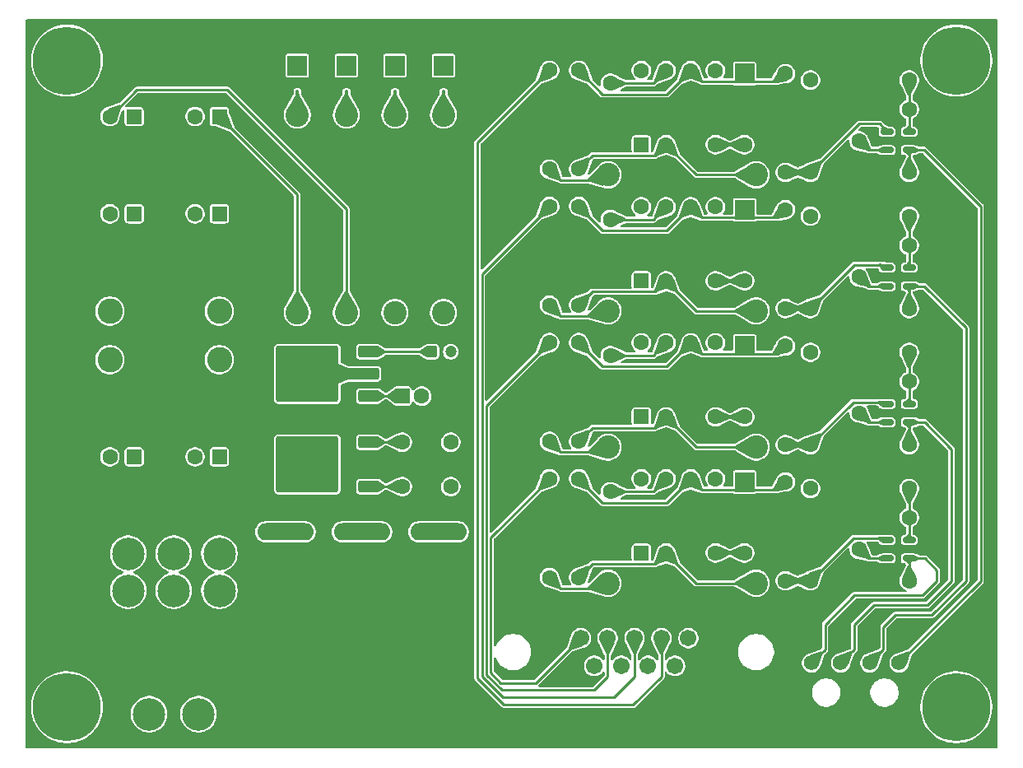
<source format=gbr>
%TF.GenerationSoftware,KiCad,Pcbnew,9.0.3*%
%TF.CreationDate,2025-07-27T17:23:18-07:00*%
%TF.ProjectId,bfieldsmaller,62666965-6c64-4736-9d61-6c6c65722e6b,rev?*%
%TF.SameCoordinates,Original*%
%TF.FileFunction,Copper,L1,Top*%
%TF.FilePolarity,Positive*%
%FSLAX46Y46*%
G04 Gerber Fmt 4.6, Leading zero omitted, Abs format (unit mm)*
G04 Created by KiCad (PCBNEW 9.0.3) date 2025-07-27 17:23:18*
%MOMM*%
%LPD*%
G01*
G04 APERTURE LIST*
G04 Aperture macros list*
%AMRoundRect*
0 Rectangle with rounded corners*
0 $1 Rounding radius*
0 $2 $3 $4 $5 $6 $7 $8 $9 X,Y pos of 4 corners*
0 Add a 4 corners polygon primitive as box body*
4,1,4,$2,$3,$4,$5,$6,$7,$8,$9,$2,$3,0*
0 Add four circle primitives for the rounded corners*
1,1,$1+$1,$2,$3*
1,1,$1+$1,$4,$5*
1,1,$1+$1,$6,$7*
1,1,$1+$1,$8,$9*
0 Add four rect primitives between the rounded corners*
20,1,$1+$1,$2,$3,$4,$5,0*
20,1,$1+$1,$4,$5,$6,$7,0*
20,1,$1+$1,$6,$7,$8,$9,0*
20,1,$1+$1,$8,$9,$2,$3,0*%
G04 Aperture macros list end*
%TA.AperFunction,ComponentPad*%
%ADD10C,1.574800*%
%TD*%
%TA.AperFunction,ComponentPad*%
%ADD11RoundRect,0.250000X0.550000X-0.550000X0.550000X0.550000X-0.550000X0.550000X-0.550000X-0.550000X0*%
%TD*%
%TA.AperFunction,ComponentPad*%
%ADD12C,1.600000*%
%TD*%
%TA.AperFunction,SMDPad,CuDef*%
%ADD13RoundRect,0.150000X0.512500X0.150000X-0.512500X0.150000X-0.512500X-0.150000X0.512500X-0.150000X0*%
%TD*%
%TA.AperFunction,ComponentPad*%
%ADD14C,2.400000*%
%TD*%
%TA.AperFunction,ComponentPad*%
%ADD15C,7.000000*%
%TD*%
%TA.AperFunction,SMDPad,CuDef*%
%ADD16RoundRect,0.250000X0.850000X0.350000X-0.850000X0.350000X-0.850000X-0.350000X0.850000X-0.350000X0*%
%TD*%
%TA.AperFunction,SMDPad,CuDef*%
%ADD17RoundRect,0.249997X2.950003X2.650003X-2.950003X2.650003X-2.950003X-2.650003X2.950003X-2.650003X0*%
%TD*%
%TA.AperFunction,ComponentPad*%
%ADD18RoundRect,0.250000X-0.350000X-0.350000X0.350000X-0.350000X0.350000X0.350000X-0.350000X0.350000X0*%
%TD*%
%TA.AperFunction,ComponentPad*%
%ADD19C,1.200000*%
%TD*%
%TA.AperFunction,ComponentPad*%
%ADD20RoundRect,0.250000X-0.550000X-0.550000X0.550000X-0.550000X0.550000X0.550000X-0.550000X0.550000X0*%
%TD*%
%TA.AperFunction,ComponentPad*%
%ADD21C,2.600000*%
%TD*%
%TA.AperFunction,ComponentPad*%
%ADD22RoundRect,0.250000X0.550000X0.550000X-0.550000X0.550000X-0.550000X-0.550000X0.550000X-0.550000X0*%
%TD*%
%TA.AperFunction,SMDPad,CuDef*%
%ADD23R,2.000000X2.000000*%
%TD*%
%TA.AperFunction,SMDPad,CuDef*%
%ADD24RoundRect,0.100000X-0.100000X0.130000X-0.100000X-0.130000X0.100000X-0.130000X0.100000X0.130000X0*%
%TD*%
%TA.AperFunction,ComponentPad*%
%ADD25O,5.842000X1.778000*%
%TD*%
%TA.AperFunction,SMDPad,CuDef*%
%ADD26RoundRect,0.100000X0.100000X-0.130000X0.100000X0.130000X-0.100000X0.130000X-0.100000X-0.130000X0*%
%TD*%
%TA.AperFunction,ComponentPad*%
%ADD27C,3.350000*%
%TD*%
%TA.AperFunction,ComponentPad*%
%ADD28C,1.701800*%
%TD*%
%TA.AperFunction,ViaPad*%
%ADD29C,0.800000*%
%TD*%
%TA.AperFunction,Conductor*%
%ADD30C,0.250000*%
%TD*%
%TA.AperFunction,Conductor*%
%ADD31C,1.200000*%
%TD*%
G04 APERTURE END LIST*
D10*
%TO.P,J2,1,1*%
%TO.N,/COM-OUT*%
X180854901Y-141197100D03*
%TO.P,J2,2,2*%
%TO.N,/Z-OUT*%
X183854900Y-141197100D03*
%TO.P,J2,3,3*%
%TO.N,/Y-OUT*%
X186854899Y-141197100D03*
%TO.P,J2,4,4*%
%TO.N,/X-OUT*%
X189854898Y-141197100D03*
%TO.P,J2,5,5*%
%TO.N,GND*%
X180854901Y-138197101D03*
%TO.P,J2,6,6*%
X183854900Y-138197101D03*
%TO.P,J2,7,7*%
X186854899Y-138197101D03*
%TO.P,J2,8,8*%
X189854898Y-138197101D03*
%TD*%
D11*
%TO.P,U1,1,NULL*%
%TO.N,unconnected-(U1-NULL-Pad1)*%
X163350000Y-87895000D03*
D12*
%TO.P,U1,2,-*%
%TO.N,Net-(U1--)*%
X165890000Y-87895000D03*
%TO.P,U1,3,+*%
%TO.N,GND*%
X168430000Y-87895000D03*
%TO.P,U1,4,V-*%
%TO.N,/-15V_f*%
X170970000Y-87895000D03*
%TO.P,U1,5,NULL*%
%TO.N,unconnected-(U1-NULL-Pad5)*%
X170970000Y-80275000D03*
%TO.P,U1,6*%
%TO.N,Net-(R13-Pad1)*%
X168430000Y-80275000D03*
%TO.P,U1,7,V+*%
%TO.N,/+15V_f*%
X165890000Y-80275000D03*
%TO.P,U1,8,NC*%
%TO.N,unconnected-(U1-NC-Pad8)*%
X163350000Y-80275000D03*
%TD*%
D13*
%TO.P,U2,5,V+*%
%TO.N,/+5V*%
X188635000Y-88450000D03*
%TO.P,U2,4,-*%
%TO.N,Net-(U2--)*%
X188635000Y-86550000D03*
%TO.P,U2,3,+*%
%TO.N,Net-(U2-+)*%
X190910000Y-86550000D03*
%TO.P,U2,2,V-*%
%TO.N,GND*%
X190910000Y-87500000D03*
%TO.P,U2,1*%
%TO.N,/X-OUT*%
X190910000Y-88450000D03*
%TD*%
D12*
%TO.P,R17,1*%
%TO.N,Net-(U2-+)*%
X190910000Y-81250000D03*
%TO.P,R17,2*%
%TO.N,/+2.5V*%
X180750000Y-81250000D03*
%TD*%
D14*
%TO.P,R5,2*%
%TO.N,Net-(U1--)*%
X175160000Y-91000000D03*
%TO.P,R5,1*%
%TO.N,Net-(R1-Pad2)*%
X159920000Y-91000000D03*
%TD*%
D12*
%TO.P,R25,2*%
%TO.N,/X-OUT*%
X190910000Y-90750000D03*
%TO.P,R25,1*%
%TO.N,Net-(U2--)*%
X180750000Y-90750000D03*
%TD*%
%TO.P,R18,2*%
%TO.N,GND*%
X180750000Y-84250000D03*
%TO.P,R18,1*%
%TO.N,Net-(U2-+)*%
X190910000Y-84250000D03*
%TD*%
%TO.P,C12,2*%
%TO.N,GND*%
X173970000Y-82895000D03*
%TO.P,C12,1*%
%TO.N,/-15V_f*%
X173970000Y-87895000D03*
%TD*%
%TO.P,R9,2*%
%TO.N,Net-(R13-Pad1)*%
X156910000Y-80250000D03*
%TO.P,R9,1*%
%TO.N,Net-(U1--)*%
X156910000Y-90410000D03*
%TD*%
%TO.P,C13,1*%
%TO.N,GND*%
X180750000Y-87500000D03*
%TO.P,C13,2*%
%TO.N,/+5V*%
X185750000Y-87500000D03*
%TD*%
%TO.P,R1,2*%
%TO.N,Net-(R1-Pad2)*%
X153910000Y-90410000D03*
%TO.P,R1,1*%
%TO.N,/X-IN*%
X153910000Y-80250000D03*
%TD*%
%TO.P,C11,2*%
%TO.N,/+15V_f*%
X160160000Y-81590000D03*
%TO.P,C11,1*%
%TO.N,GND*%
X160160000Y-86590000D03*
%TD*%
%TO.P,R13,1*%
%TO.N,Net-(R13-Pad1)*%
X178160000Y-80590000D03*
%TO.P,R13,2*%
%TO.N,Net-(U2--)*%
X178160000Y-90750000D03*
%TD*%
D15*
%TO.P,H1,1,1*%
%TO.N,/PGND*%
X104250000Y-79250000D03*
%TD*%
%TO.P,H2,1,1*%
%TO.N,/PGND*%
X195750000Y-79250000D03*
%TD*%
%TO.P,H3,1,1*%
%TO.N,/PGND*%
X104250000Y-145750000D03*
%TD*%
%TO.P,H4,1,1*%
%TO.N,/PGND*%
X195750000Y-145750000D03*
%TD*%
D16*
%TO.P,U10,1,VI*%
%TO.N,/+5V*%
X135290000Y-113750000D03*
%TO.P,U10,2,GND*%
%TO.N,/PGND*%
X135290000Y-111470000D03*
D17*
X128990000Y-111470000D03*
D16*
%TO.P,U10,3,VO*%
%TO.N,/+2.5V*%
X135290000Y-109190000D03*
%TD*%
D18*
%TO.P,C10,1*%
%TO.N,/+2.5V*%
X141750000Y-109190000D03*
D19*
%TO.P,C10,2*%
%TO.N,/PGND*%
X143750000Y-109190000D03*
%TD*%
D12*
%TO.P,C9,2*%
%TO.N,/PGND*%
X140750000Y-113750000D03*
D20*
%TO.P,C9,1*%
%TO.N,/+5V*%
X138750000Y-113750000D03*
%TD*%
D16*
%TO.P,U9,3,VO*%
%TO.N,/+5V*%
X135290000Y-118500000D03*
D17*
%TO.P,U9,2,GND*%
%TO.N,/PGND*%
X128990000Y-120780000D03*
D16*
%TO.P,U9,1,VI*%
%TO.N,/+15V_f*%
X135290000Y-123060000D03*
%TD*%
D12*
%TO.P,C7,2*%
%TO.N,/PGND*%
X143750000Y-123060000D03*
%TO.P,C7,1*%
%TO.N,/+15V_f*%
X138750000Y-123060000D03*
%TD*%
%TO.P,C8,2*%
%TO.N,/PGND*%
X143750000Y-118500000D03*
%TO.P,C8,1*%
%TO.N,/+5V*%
X138750000Y-118500000D03*
%TD*%
D14*
%TO.P,R31,1*%
%TO.N,/+5V*%
X138000000Y-105160000D03*
%TO.P,R31,2*%
%TO.N,Net-(D3-A)*%
X138000000Y-84840000D03*
%TD*%
%TO.P,R29,1*%
%TO.N,/+15V_f*%
X127960000Y-105160000D03*
%TO.P,R29,2*%
%TO.N,Net-(D1-A)*%
X127960000Y-84840000D03*
%TD*%
%TO.P,R30,1*%
%TO.N,/-15V_f*%
X133000000Y-105160000D03*
%TO.P,R30,2*%
%TO.N,Net-(D2-K)*%
X133000000Y-84840000D03*
%TD*%
%TO.P,R32,1*%
%TO.N,/+2.5V*%
X143000000Y-105160000D03*
%TO.P,R32,2*%
%TO.N,Net-(D4-A)*%
X143000000Y-84840000D03*
%TD*%
D21*
%TO.P,L2,2,2*%
%TO.N,/+15V_f*%
X119932380Y-105000000D03*
%TO.P,L2,1,1*%
%TO.N,/+15V*%
X119932380Y-110000000D03*
%TD*%
%TO.P,L1,1,1*%
%TO.N,/-15V*%
X108682380Y-110000000D03*
%TO.P,L1,2,2*%
%TO.N,/-15V_f*%
X108682380Y-105000000D03*
%TD*%
D22*
%TO.P,C5,1*%
%TO.N,/PGND*%
X111182380Y-95000000D03*
D12*
%TO.P,C5,2*%
%TO.N,/-15V_f*%
X108682380Y-95000000D03*
%TD*%
D22*
%TO.P,C2,1*%
%TO.N,/+15V_f*%
X119932380Y-95000000D03*
D12*
%TO.P,C2,2*%
%TO.N,/PGND*%
X117432380Y-95000000D03*
%TD*%
D22*
%TO.P,C3,1*%
%TO.N,/+15V_f*%
X119932380Y-85000000D03*
D12*
%TO.P,C3,2*%
%TO.N,/PGND*%
X117432380Y-85000000D03*
%TD*%
D23*
%TO.P,TP2,1,1*%
%TO.N,Net-(R10-Pad2)*%
X173970000Y-94590000D03*
%TD*%
%TO.P,TP3,1,1*%
%TO.N,Net-(R11-Pad2)*%
X173970000Y-108590000D03*
%TD*%
%TO.P,TP4,1,1*%
%TO.N,Net-(R12-Pad2)*%
X173970000Y-122590000D03*
%TD*%
%TO.P,TP1,1,1*%
%TO.N,Net-(R13-Pad1)*%
X173970000Y-80590000D03*
%TD*%
D12*
%TO.P,R24,2*%
%TO.N,GND*%
X180750000Y-126250000D03*
%TO.P,R24,1*%
%TO.N,Net-(U8-+)*%
X190910000Y-126250000D03*
%TD*%
%TO.P,R4,2*%
%TO.N,Net-(R4-Pad2)*%
X153910000Y-132410000D03*
%TO.P,R4,1*%
%TO.N,/COM-IN*%
X153910000Y-122250000D03*
%TD*%
%TO.P,R28,2*%
%TO.N,/COM-OUT*%
X190910000Y-132750000D03*
%TO.P,R28,1*%
%TO.N,Net-(U8--)*%
X180750000Y-132750000D03*
%TD*%
%TO.P,U7,8,NC*%
%TO.N,unconnected-(U7-NC-Pad8)*%
X163350000Y-122275000D03*
%TO.P,U7,7,V+*%
%TO.N,/+15V_f*%
X165890000Y-122275000D03*
%TO.P,U7,6*%
%TO.N,Net-(R12-Pad2)*%
X168430000Y-122275000D03*
%TO.P,U7,5,NULL*%
%TO.N,unconnected-(U7-NULL-Pad5)*%
X170970000Y-122275000D03*
%TO.P,U7,4,V-*%
%TO.N,/-15V_f*%
X170970000Y-129895000D03*
%TO.P,U7,3,+*%
%TO.N,GND*%
X168430000Y-129895000D03*
%TO.P,U7,2,-*%
%TO.N,Net-(U7--)*%
X165890000Y-129895000D03*
D11*
%TO.P,U7,1,NULL*%
%TO.N,unconnected-(U7-NULL-Pad1)*%
X163350000Y-129895000D03*
%TD*%
D12*
%TO.P,R16,2*%
%TO.N,Net-(U8--)*%
X178160000Y-132750000D03*
%TO.P,R16,1*%
%TO.N,Net-(R12-Pad2)*%
X178160000Y-122590000D03*
%TD*%
%TO.P,C21,2*%
%TO.N,GND*%
X173970000Y-124895000D03*
%TO.P,C21,1*%
%TO.N,/-15V_f*%
X173970000Y-129895000D03*
%TD*%
%TO.P,R12,2*%
%TO.N,Net-(R12-Pad2)*%
X156910000Y-122250000D03*
%TO.P,R12,1*%
%TO.N,Net-(U7--)*%
X156910000Y-132410000D03*
%TD*%
D14*
%TO.P,R8,2*%
%TO.N,Net-(U7--)*%
X175160000Y-133000000D03*
%TO.P,R8,1*%
%TO.N,Net-(R4-Pad2)*%
X159920000Y-133000000D03*
%TD*%
D12*
%TO.P,R23,2*%
%TO.N,Net-(U8-+)*%
X190910000Y-123250000D03*
%TO.P,R23,1*%
%TO.N,/+2.5V*%
X180750000Y-123250000D03*
%TD*%
%TO.P,C20,2*%
%TO.N,/+15V_f*%
X160160000Y-123590000D03*
%TO.P,C20,1*%
%TO.N,GND*%
X160160000Y-128590000D03*
%TD*%
D13*
%TO.P,U8,5,V+*%
%TO.N,/+5V*%
X188635000Y-130450000D03*
%TO.P,U8,4,-*%
%TO.N,Net-(U8--)*%
X188635000Y-128550000D03*
%TO.P,U8,3,+*%
%TO.N,Net-(U8-+)*%
X190910000Y-128550000D03*
%TO.P,U8,2,V-*%
%TO.N,GND*%
X190910000Y-129500000D03*
%TO.P,U8,1*%
%TO.N,/COM-OUT*%
X190910000Y-130450000D03*
%TD*%
D12*
%TO.P,C22,2*%
%TO.N,/+5V*%
X185750000Y-129500000D03*
%TO.P,C22,1*%
%TO.N,GND*%
X180750000Y-129500000D03*
%TD*%
D14*
%TO.P,R6,1*%
%TO.N,Net-(R2-Pad2)*%
X159920000Y-105000000D03*
%TO.P,R6,2*%
%TO.N,Net-(U3--)*%
X175160000Y-105000000D03*
%TD*%
D12*
%TO.P,C16,1*%
%TO.N,GND*%
X180750000Y-101500000D03*
%TO.P,C16,2*%
%TO.N,/+5V*%
X185750000Y-101500000D03*
%TD*%
%TO.P,R20,2*%
%TO.N,GND*%
X180750000Y-98250000D03*
%TO.P,R20,1*%
%TO.N,Net-(U4-+)*%
X190910000Y-98250000D03*
%TD*%
%TO.P,R10,1*%
%TO.N,Net-(U3--)*%
X156910000Y-104410000D03*
%TO.P,R10,2*%
%TO.N,Net-(R10-Pad2)*%
X156910000Y-94250000D03*
%TD*%
%TO.P,C14,2*%
%TO.N,/+15V_f*%
X160160000Y-95590000D03*
%TO.P,C14,1*%
%TO.N,GND*%
X160160000Y-100590000D03*
%TD*%
%TO.P,R2,1*%
%TO.N,/Y-IN*%
X153910000Y-94250000D03*
%TO.P,R2,2*%
%TO.N,Net-(R2-Pad2)*%
X153910000Y-104410000D03*
%TD*%
D11*
%TO.P,U3,1,NULL*%
%TO.N,unconnected-(U3-NULL-Pad1)*%
X163350000Y-101895000D03*
D12*
%TO.P,U3,2,-*%
%TO.N,Net-(U3--)*%
X165890000Y-101895000D03*
%TO.P,U3,3,+*%
%TO.N,GND*%
X168430000Y-101895000D03*
%TO.P,U3,4,V-*%
%TO.N,/-15V_f*%
X170970000Y-101895000D03*
%TO.P,U3,5,NULL*%
%TO.N,unconnected-(U3-NULL-Pad5)*%
X170970000Y-94275000D03*
%TO.P,U3,6*%
%TO.N,Net-(R10-Pad2)*%
X168430000Y-94275000D03*
%TO.P,U3,7,V+*%
%TO.N,/+15V_f*%
X165890000Y-94275000D03*
%TO.P,U3,8,NC*%
%TO.N,unconnected-(U3-NC-Pad8)*%
X163350000Y-94275000D03*
%TD*%
D13*
%TO.P,U4,1*%
%TO.N,/Y-OUT*%
X190910000Y-102450000D03*
%TO.P,U4,2,V-*%
%TO.N,GND*%
X190910000Y-101500000D03*
%TO.P,U4,3,+*%
%TO.N,Net-(U4-+)*%
X190910000Y-100550000D03*
%TO.P,U4,4,-*%
%TO.N,Net-(U4--)*%
X188635000Y-100550000D03*
%TO.P,U4,5,V+*%
%TO.N,/+5V*%
X188635000Y-102450000D03*
%TD*%
D12*
%TO.P,C15,1*%
%TO.N,/-15V_f*%
X173970000Y-101895000D03*
%TO.P,C15,2*%
%TO.N,GND*%
X173970000Y-96895000D03*
%TD*%
%TO.P,R19,1*%
%TO.N,/+2.5V*%
X180750000Y-95250000D03*
%TO.P,R19,2*%
%TO.N,Net-(U4-+)*%
X190910000Y-95250000D03*
%TD*%
%TO.P,R26,1*%
%TO.N,Net-(U4--)*%
X180750000Y-104750000D03*
%TO.P,R26,2*%
%TO.N,/Y-OUT*%
X190910000Y-104750000D03*
%TD*%
%TO.P,R14,1*%
%TO.N,Net-(R10-Pad2)*%
X178160000Y-94590000D03*
%TO.P,R14,2*%
%TO.N,Net-(U4--)*%
X178160000Y-104750000D03*
%TD*%
%TO.P,R27,2*%
%TO.N,/Z-OUT*%
X190910000Y-118750000D03*
%TO.P,R27,1*%
%TO.N,Net-(U6--)*%
X180750000Y-118750000D03*
%TD*%
%TO.P,R22,1*%
%TO.N,Net-(U6-+)*%
X190910000Y-112250000D03*
%TO.P,R22,2*%
%TO.N,GND*%
X180750000Y-112250000D03*
%TD*%
D14*
%TO.P,R7,1*%
%TO.N,Net-(R3-Pad2)*%
X159920000Y-119000000D03*
%TO.P,R7,2*%
%TO.N,Net-(U5--)*%
X175160000Y-119000000D03*
%TD*%
D12*
%TO.P,C17,1*%
%TO.N,GND*%
X160160000Y-114590000D03*
%TO.P,C17,2*%
%TO.N,/+15V_f*%
X160160000Y-109590000D03*
%TD*%
D13*
%TO.P,U6,1*%
%TO.N,/Z-OUT*%
X190910000Y-116450000D03*
%TO.P,U6,2,V-*%
%TO.N,GND*%
X190910000Y-115500000D03*
%TO.P,U6,3,+*%
%TO.N,Net-(U6-+)*%
X190910000Y-114550000D03*
%TO.P,U6,4,-*%
%TO.N,Net-(U6--)*%
X188635000Y-114550000D03*
%TO.P,U6,5,V+*%
%TO.N,/+5V*%
X188635000Y-116450000D03*
%TD*%
D12*
%TO.P,R15,2*%
%TO.N,Net-(U6--)*%
X178160000Y-118750000D03*
%TO.P,R15,1*%
%TO.N,Net-(R11-Pad2)*%
X178160000Y-108590000D03*
%TD*%
%TO.P,C18,1*%
%TO.N,/-15V_f*%
X173970000Y-115895000D03*
%TO.P,C18,2*%
%TO.N,GND*%
X173970000Y-110895000D03*
%TD*%
%TO.P,R3,1*%
%TO.N,/Z-IN*%
X153910000Y-108250000D03*
%TO.P,R3,2*%
%TO.N,Net-(R3-Pad2)*%
X153910000Y-118410000D03*
%TD*%
%TO.P,R21,2*%
%TO.N,Net-(U6-+)*%
X190910000Y-109250000D03*
%TO.P,R21,1*%
%TO.N,/+2.5V*%
X180750000Y-109250000D03*
%TD*%
%TO.P,U5,8,NC*%
%TO.N,unconnected-(U5-NC-Pad8)*%
X163350000Y-108275000D03*
%TO.P,U5,7,V+*%
%TO.N,/+15V_f*%
X165890000Y-108275000D03*
%TO.P,U5,6*%
%TO.N,Net-(R11-Pad2)*%
X168430000Y-108275000D03*
%TO.P,U5,5,NULL*%
%TO.N,unconnected-(U5-NULL-Pad5)*%
X170970000Y-108275000D03*
%TO.P,U5,4,V-*%
%TO.N,/-15V_f*%
X170970000Y-115895000D03*
%TO.P,U5,3,+*%
%TO.N,GND*%
X168430000Y-115895000D03*
%TO.P,U5,2,-*%
%TO.N,Net-(U5--)*%
X165890000Y-115895000D03*
D11*
%TO.P,U5,1,NULL*%
%TO.N,unconnected-(U5-NULL-Pad1)*%
X163350000Y-115895000D03*
%TD*%
D12*
%TO.P,C19,2*%
%TO.N,/+5V*%
X185750000Y-115500000D03*
%TO.P,C19,1*%
%TO.N,GND*%
X180750000Y-115500000D03*
%TD*%
%TO.P,R11,1*%
%TO.N,Net-(U5--)*%
X156910000Y-118410000D03*
%TO.P,R11,2*%
%TO.N,Net-(R11-Pad2)*%
X156910000Y-108250000D03*
%TD*%
D23*
%TO.P,TP5,1,1*%
%TO.N,/+15V_f*%
X127960000Y-79750000D03*
%TD*%
%TO.P,TP8,1,1*%
%TO.N,/+2.5V*%
X143000000Y-79750000D03*
%TD*%
D24*
%TO.P,D1,2,A*%
%TO.N,Net-(D1-A)*%
X127960000Y-82500000D03*
%TO.P,D1,1,K*%
%TO.N,GND*%
X127960000Y-81860000D03*
%TD*%
D12*
%TO.P,C4,2*%
%TO.N,/-15V*%
X108682380Y-120000000D03*
D22*
%TO.P,C4,1*%
%TO.N,/PGND*%
X111182380Y-120000000D03*
%TD*%
D25*
%TO.P,U11,1,+V*%
%TO.N,Net-(SW2A-B)*%
X126724000Y-127728500D03*
%TO.P,U11,2,-V*%
%TO.N,Net-(SW2B-B)*%
X134600000Y-127728500D03*
%TO.P,U11,3,GND*%
%TO.N,/PGND*%
X142476000Y-127728500D03*
%TD*%
D26*
%TO.P,D2,1,K*%
%TO.N,Net-(D2-K)*%
X133000000Y-82500000D03*
%TO.P,D2,2,A*%
%TO.N,GND*%
X133000000Y-81860000D03*
%TD*%
D27*
%TO.P,SW2,1,A*%
%TO.N,/+15V*%
X119940000Y-133765000D03*
%TO.P,SW2,2,B*%
%TO.N,Net-(SW2A-B)*%
X115250000Y-133765000D03*
%TO.P,SW2,3,C*%
%TO.N,unconnected-(SW2A-C-Pad3)*%
X110560000Y-133765000D03*
%TO.P,SW2,4,A*%
%TO.N,/-15V*%
X119940000Y-129955000D03*
%TO.P,SW2,5,B*%
%TO.N,Net-(SW2B-B)*%
X115250000Y-129955000D03*
%TO.P,SW2,6,C*%
%TO.N,unconnected-(SW2B-C-Pad6)*%
X110560000Y-129955000D03*
%TO.P,SW2,*%
%TO.N,/PGND*%
X112710000Y-146465000D03*
X117790000Y-146465000D03*
%TD*%
D12*
%TO.P,C6,2*%
%TO.N,/-15V_f*%
X108682380Y-85000000D03*
D22*
%TO.P,C6,1*%
%TO.N,/PGND*%
X111182380Y-85000000D03*
%TD*%
D12*
%TO.P,C1,2*%
%TO.N,/PGND*%
X117432380Y-120000000D03*
D22*
%TO.P,C1,1*%
%TO.N,/+15V*%
X119932380Y-120000000D03*
%TD*%
D24*
%TO.P,D4,2,A*%
%TO.N,Net-(D4-A)*%
X143000000Y-82500000D03*
%TO.P,D4,1,K*%
%TO.N,GND*%
X143000000Y-81860000D03*
%TD*%
D23*
%TO.P,TP6,1,1*%
%TO.N,/-15V_f*%
X133000000Y-79750000D03*
%TD*%
D24*
%TO.P,D3,2,A*%
%TO.N,Net-(D3-A)*%
X138000000Y-82500000D03*
%TO.P,D3,1,K*%
%TO.N,GND*%
X138000000Y-81860000D03*
%TD*%
D23*
%TO.P,TP7,1,1*%
%TO.N,/+5V*%
X138000000Y-79750000D03*
%TD*%
D28*
%TO.P,J1,1,1*%
%TO.N,unconnected-(J1-Pad1)*%
X168190100Y-138655200D03*
%TO.P,J1,2,2*%
%TO.N,/X-IN*%
X165421500Y-138655200D03*
%TO.P,J1,3,3*%
%TO.N,/Y-IN*%
X162652900Y-138655200D03*
%TO.P,J1,4,4*%
%TO.N,/Z-IN*%
X159884300Y-138655200D03*
%TO.P,J1,5,5*%
%TO.N,/COM-IN*%
X157115700Y-138655200D03*
%TO.P,J1,6,6*%
%TO.N,/PGND*%
X166805800Y-141500000D03*
%TO.P,J1,7,7*%
%TO.N,/-15V_f*%
X164037200Y-141500000D03*
%TO.P,J1,8,8*%
%TO.N,/+15V_f*%
X161268600Y-141500000D03*
%TO.P,J1,9,9*%
%TO.N,unconnected-(J1-Pad9)*%
X158500000Y-141500000D03*
%TD*%
D29*
%TO.N,/+2.5V*%
X143000000Y-79750000D03*
%TO.N,/+5V*%
X138000000Y-79750000D03*
%TO.N,/-15V_f*%
X133000000Y-79750000D03*
%TO.N,/+15V_f*%
X127960000Y-79750000D03*
%TO.N,/PGND*%
X128990000Y-111470000D03*
X128990000Y-120780000D03*
%TD*%
D30*
%TO.N,/-15V_f*%
X133000000Y-105160000D02*
X133000000Y-94500000D01*
X133000000Y-94500000D02*
X120750000Y-82250000D01*
X120750000Y-82250000D02*
X111432380Y-82250000D01*
X111432380Y-82250000D02*
X108682380Y-85000000D01*
%TO.N,/COM-OUT*%
X180854901Y-141197100D02*
X182250000Y-139802001D01*
X192250000Y-134250000D02*
X193750000Y-132750000D01*
X182250000Y-139802001D02*
X182250000Y-137250000D01*
X182250000Y-137250000D02*
X185250000Y-134250000D01*
X193750000Y-131655290D02*
X192544710Y-130450000D01*
X185250000Y-134250000D02*
X192250000Y-134250000D01*
X193750000Y-132750000D02*
X193750000Y-131655290D01*
X192544710Y-130450000D02*
X190910000Y-130450000D01*
%TO.N,/Z-OUT*%
X192750000Y-135250000D02*
X195250000Y-132750000D01*
X195250000Y-132750000D02*
X195250000Y-119200000D01*
X185250000Y-139802000D02*
X185250000Y-137250000D01*
X183854900Y-141197100D02*
X185250000Y-139802000D01*
X187250000Y-135250000D02*
X192750000Y-135250000D01*
X195250000Y-119200000D02*
X192500000Y-116450000D01*
X185250000Y-137250000D02*
X187250000Y-135250000D01*
X192500000Y-116450000D02*
X190910000Y-116450000D01*
%TO.N,/Y-OUT*%
X188250000Y-139801999D02*
X188250000Y-137500000D01*
X193250000Y-136250000D02*
X196750000Y-132750000D01*
X186854899Y-141197100D02*
X188250000Y-139801999D01*
X192450000Y-102450000D02*
X190910000Y-102450000D01*
X188250000Y-137500000D02*
X189500000Y-136250000D01*
X189500000Y-136250000D02*
X193250000Y-136250000D01*
X196750000Y-132750000D02*
X196750000Y-106750000D01*
X196750000Y-106750000D02*
X192450000Y-102450000D01*
%TO.N,/X-OUT*%
X189854898Y-141197100D02*
X198250000Y-132801998D01*
X198250000Y-132801998D02*
X198250000Y-94250000D01*
X198250000Y-94250000D02*
X192450000Y-88450000D01*
X192450000Y-88450000D02*
X190910000Y-88450000D01*
%TO.N,Net-(U1--)*%
X156910000Y-90410000D02*
X158299000Y-89021000D01*
X158299000Y-89021000D02*
X164764000Y-89021000D01*
X164764000Y-89021000D02*
X165890000Y-87895000D01*
%TO.N,Net-(U2--)*%
X180750000Y-90750000D02*
X178160000Y-90750000D01*
%TO.N,/+15V_f*%
X164575000Y-81590000D02*
X165890000Y-80275000D01*
X160160000Y-81590000D02*
X164575000Y-81590000D01*
%TO.N,/-15V_f*%
X170970000Y-87895000D02*
X173970000Y-87895000D01*
%TO.N,Net-(U1--)*%
X165890000Y-87895000D02*
X168995000Y-91000000D01*
X168995000Y-91000000D02*
X175160000Y-91000000D01*
%TO.N,/X-OUT*%
X190910000Y-88450000D02*
X190910000Y-90750000D01*
%TO.N,Net-(U2-+)*%
X190910000Y-81250000D02*
X190910000Y-86550000D01*
%TO.N,/+5V*%
X186700000Y-88450000D02*
X185750000Y-87500000D01*
X188635000Y-88450000D02*
X186700000Y-88450000D01*
%TO.N,Net-(U2--)*%
X185750000Y-85750000D02*
X180750000Y-90750000D01*
X187835000Y-85750000D02*
X185750000Y-85750000D01*
X188635000Y-86550000D02*
X187835000Y-85750000D01*
%TO.N,Net-(R13-Pad1)*%
X169556000Y-81401000D02*
X177349000Y-81401000D01*
X168430000Y-80275000D02*
X169556000Y-81401000D01*
X177349000Y-81401000D02*
X178160000Y-80590000D01*
%TO.N,Net-(R1-Pad2)*%
X159920000Y-91000000D02*
X159384000Y-91536000D01*
X155036000Y-91536000D02*
X153910000Y-90410000D01*
X159384000Y-91536000D02*
X155036000Y-91536000D01*
%TO.N,Net-(R13-Pad1)*%
X165989000Y-82716000D02*
X168430000Y-80275000D01*
X159376000Y-82716000D02*
X165989000Y-82716000D01*
X156910000Y-80250000D02*
X159376000Y-82716000D01*
%TO.N,/COM-IN*%
X153910000Y-122250000D02*
X147853000Y-128307000D01*
X147853000Y-142215188D02*
X148887812Y-143250000D01*
X148887812Y-143250000D02*
X152520900Y-143250000D01*
X147853000Y-128307000D02*
X147853000Y-142215188D01*
X152520900Y-143250000D02*
X157115700Y-138655200D01*
%TO.N,/X-IN*%
X153910000Y-80250000D02*
X146500000Y-87660000D01*
%TO.N,/Z-IN*%
X147402000Y-114758000D02*
X147402000Y-142401998D01*
%TO.N,/X-IN*%
X149224379Y-145500000D02*
X162500000Y-145500000D01*
%TO.N,/Z-IN*%
X159884300Y-142615700D02*
X159884300Y-138655200D01*
%TO.N,/X-IN*%
X146500000Y-87660000D02*
X146500000Y-142775621D01*
%TO.N,/Y-IN*%
X153910000Y-94250000D02*
X146951000Y-101209000D01*
%TO.N,/X-IN*%
X162500000Y-145500000D02*
X165421500Y-142578500D01*
X146500000Y-142775621D02*
X149224379Y-145500000D01*
%TO.N,/Z-IN*%
X147402000Y-142401998D02*
X149000002Y-144000000D01*
%TO.N,/Y-IN*%
X160500000Y-144750000D02*
X162652900Y-142597100D01*
%TO.N,/Z-IN*%
X149000002Y-144000000D02*
X158500000Y-144000000D01*
%TO.N,/X-IN*%
X165421500Y-142578500D02*
X165421500Y-138655200D01*
%TO.N,/Y-IN*%
X146951000Y-101209000D02*
X146951000Y-142588808D01*
X146951000Y-142588808D02*
X149112192Y-144750000D01*
X149112192Y-144750000D02*
X160500000Y-144750000D01*
X162652900Y-142597100D02*
X162652900Y-138655200D01*
%TO.N,/Z-IN*%
X153910000Y-108250000D02*
X147402000Y-114758000D01*
X158500000Y-144000000D02*
X159884300Y-142615700D01*
%TO.N,/+15V_f*%
X127960000Y-105160000D02*
X127960000Y-93027620D01*
X127960000Y-93027620D02*
X119932380Y-85000000D01*
%TO.N,Net-(D4-A)*%
X143000000Y-82500000D02*
X143000000Y-84840000D01*
%TO.N,Net-(D3-A)*%
X138000000Y-82500000D02*
X138000000Y-84840000D01*
%TO.N,Net-(D2-K)*%
X133000000Y-82500000D02*
X133000000Y-84840000D01*
%TO.N,Net-(D1-A)*%
X127960000Y-84840000D02*
X127960000Y-82500000D01*
%TO.N,/+5V*%
X138750000Y-113750000D02*
X135290000Y-113750000D01*
%TO.N,/+2.5V*%
X141750000Y-109190000D02*
X135290000Y-109190000D01*
D31*
%TO.N,/PGND*%
X135290000Y-111470000D02*
X128990000Y-111470000D01*
D30*
%TO.N,/+15V_f*%
X135290000Y-123060000D02*
X138750000Y-123060000D01*
%TO.N,/+5V*%
X135290000Y-118500000D02*
X138750000Y-118500000D01*
%TO.N,Net-(U8--)*%
X188459000Y-128374000D02*
X188635000Y-128550000D01*
X180750000Y-132750000D02*
X185126000Y-128374000D01*
%TO.N,Net-(R12-Pad2)*%
X159376000Y-124716000D02*
X165989000Y-124716000D01*
%TO.N,Net-(R4-Pad2)*%
X155036000Y-133536000D02*
X159384000Y-133536000D01*
%TO.N,Net-(R12-Pad2)*%
X169556000Y-123401000D02*
X177349000Y-123401000D01*
X177349000Y-123401000D02*
X178160000Y-122590000D01*
%TO.N,/+15V_f*%
X164575000Y-123590000D02*
X165890000Y-122275000D01*
%TO.N,/+5V*%
X188635000Y-130450000D02*
X186700000Y-130450000D01*
%TO.N,Net-(U8-+)*%
X190910000Y-123250000D02*
X190910000Y-128550000D01*
%TO.N,Net-(U7--)*%
X165890000Y-129895000D02*
X168995000Y-133000000D01*
X168995000Y-133000000D02*
X175160000Y-133000000D01*
X156910000Y-132410000D02*
X158299000Y-131021000D01*
%TO.N,Net-(R12-Pad2)*%
X168430000Y-122275000D02*
X169556000Y-123401000D01*
%TO.N,Net-(U7--)*%
X158299000Y-131021000D02*
X164764000Y-131021000D01*
%TO.N,/COM-OUT*%
X190910000Y-130450000D02*
X190910000Y-132750000D01*
%TO.N,Net-(R12-Pad2)*%
X165989000Y-124716000D02*
X168430000Y-122275000D01*
%TO.N,Net-(U8--)*%
X185126000Y-128374000D02*
X188459000Y-128374000D01*
%TO.N,Net-(R12-Pad2)*%
X156910000Y-122250000D02*
X159376000Y-124716000D01*
%TO.N,Net-(U8--)*%
X178160000Y-132750000D02*
X180750000Y-132750000D01*
%TO.N,Net-(R4-Pad2)*%
X159384000Y-133536000D02*
X159920000Y-133000000D01*
X153910000Y-132410000D02*
X155036000Y-133536000D01*
%TO.N,/+15V_f*%
X160160000Y-123590000D02*
X164575000Y-123590000D01*
%TO.N,/-15V_f*%
X170970000Y-129895000D02*
X173970000Y-129895000D01*
%TO.N,/+5V*%
X186700000Y-130450000D02*
X185750000Y-129500000D01*
%TO.N,Net-(U7--)*%
X164764000Y-131021000D02*
X165890000Y-129895000D01*
%TO.N,Net-(R2-Pad2)*%
X159384000Y-105536000D02*
X159920000Y-105000000D01*
%TO.N,Net-(U4-+)*%
X190910000Y-95250000D02*
X190910000Y-100550000D01*
%TO.N,Net-(R2-Pad2)*%
X153910000Y-104410000D02*
X155036000Y-105536000D01*
%TO.N,Net-(U4--)*%
X180750000Y-104750000D02*
X185249999Y-100250001D01*
X188335001Y-100250001D02*
X188635000Y-100550000D01*
%TO.N,/-15V_f*%
X170970000Y-101895000D02*
X173970000Y-101895000D01*
%TO.N,Net-(R10-Pad2)*%
X168430000Y-94275000D02*
X169556000Y-95401000D01*
%TO.N,Net-(U3--)*%
X168995000Y-105000000D02*
X175160000Y-105000000D01*
X156910000Y-104410000D02*
X158299000Y-103021000D01*
%TO.N,Net-(R10-Pad2)*%
X169556000Y-95401000D02*
X177349000Y-95401000D01*
%TO.N,/Y-OUT*%
X190910000Y-102450000D02*
X190910000Y-104750000D01*
%TO.N,Net-(R10-Pad2)*%
X177349000Y-95401000D02*
X178160000Y-94590000D01*
%TO.N,/+5V*%
X188635000Y-102450000D02*
X186700000Y-102450000D01*
%TO.N,Net-(U3--)*%
X165890000Y-101895000D02*
X168995000Y-105000000D01*
%TO.N,Net-(R2-Pad2)*%
X155036000Y-105536000D02*
X159384000Y-105536000D01*
%TO.N,/+5V*%
X186700000Y-102450000D02*
X185750000Y-101500000D01*
%TO.N,/+15V_f*%
X164575000Y-95590000D02*
X165890000Y-94275000D01*
X160160000Y-95590000D02*
X164575000Y-95590000D01*
%TO.N,Net-(U4--)*%
X185249999Y-100250001D02*
X188335001Y-100250001D01*
%TO.N,Net-(U3--)*%
X158299000Y-103021000D02*
X164764000Y-103021000D01*
%TO.N,Net-(R10-Pad2)*%
X156910000Y-94250000D02*
X159376000Y-96716000D01*
%TO.N,Net-(U4--)*%
X178160000Y-104750000D02*
X180750000Y-104750000D01*
%TO.N,Net-(R10-Pad2)*%
X165989000Y-96716000D02*
X168430000Y-94275000D01*
%TO.N,Net-(U3--)*%
X164764000Y-103021000D02*
X165890000Y-101895000D01*
%TO.N,Net-(R10-Pad2)*%
X159376000Y-96716000D02*
X165989000Y-96716000D01*
%TO.N,/-15V_f*%
X170970000Y-115895000D02*
X173970000Y-115895000D01*
%TO.N,Net-(R3-Pad2)*%
X159384000Y-119536000D02*
X159920000Y-119000000D01*
%TO.N,/Z-OUT*%
X190910000Y-118750000D02*
X190910000Y-116450000D01*
%TO.N,Net-(R3-Pad2)*%
X153910000Y-118410000D02*
X155036000Y-119536000D01*
%TO.N,Net-(U6--)*%
X185126000Y-114374000D02*
X188459000Y-114374000D01*
%TO.N,/+15V_f*%
X160160000Y-109590000D02*
X164575000Y-109590000D01*
%TO.N,Net-(U6-+)*%
X190910000Y-109250000D02*
X190910000Y-114550000D01*
%TO.N,/+15V_f*%
X164575000Y-109590000D02*
X165890000Y-108275000D01*
%TO.N,/+5V*%
X188635000Y-116450000D02*
X186700000Y-116450000D01*
X186700000Y-116450000D02*
X185750000Y-115500000D01*
%TO.N,Net-(R11-Pad2)*%
X156910000Y-108250000D02*
X159376000Y-110716000D01*
X165989000Y-110716000D02*
X168430000Y-108275000D01*
%TO.N,Net-(U6--)*%
X178160000Y-118750000D02*
X180750000Y-118750000D01*
%TO.N,Net-(U5--)*%
X168995000Y-119000000D02*
X175160000Y-119000000D01*
X164764000Y-117021000D02*
X165890000Y-115895000D01*
X158299000Y-117021000D02*
X164764000Y-117021000D01*
%TO.N,Net-(R11-Pad2)*%
X159376000Y-110716000D02*
X165989000Y-110716000D01*
X168430000Y-108275000D02*
X169556000Y-109401000D01*
%TO.N,Net-(R3-Pad2)*%
X155036000Y-119536000D02*
X159384000Y-119536000D01*
%TO.N,Net-(U6--)*%
X188459000Y-114374000D02*
X188635000Y-114550000D01*
%TO.N,Net-(U5--)*%
X156910000Y-118410000D02*
X158299000Y-117021000D01*
%TO.N,Net-(U6--)*%
X180750000Y-118750000D02*
X185126000Y-114374000D01*
%TO.N,Net-(R11-Pad2)*%
X177349000Y-109401000D02*
X178160000Y-108590000D01*
X169556000Y-109401000D02*
X177349000Y-109401000D01*
%TO.N,Net-(U5--)*%
X165890000Y-115895000D02*
X168995000Y-119000000D01*
%TD*%
%TA.AperFunction,Conductor*%
%TO.N,GND*%
G36*
X199942539Y-75020185D02*
G01*
X199988294Y-75072989D01*
X199999500Y-75124500D01*
X199999500Y-149875500D01*
X199979815Y-149942539D01*
X199927011Y-149988294D01*
X199875500Y-149999500D01*
X100124500Y-149999500D01*
X100057461Y-149979815D01*
X100011706Y-149927011D01*
X100000500Y-149875500D01*
X100000500Y-145568209D01*
X100549500Y-145568209D01*
X100549500Y-145931790D01*
X100585137Y-146293630D01*
X100656064Y-146650212D01*
X100656067Y-146650223D01*
X100761614Y-146998165D01*
X100791022Y-147069162D01*
X100885099Y-147296285D01*
X100900754Y-147334078D01*
X100900756Y-147334083D01*
X101072140Y-147654720D01*
X101072151Y-147654738D01*
X101274140Y-147957035D01*
X101274150Y-147957049D01*
X101504807Y-148238106D01*
X101761893Y-148495192D01*
X101761898Y-148495196D01*
X101761899Y-148495197D01*
X102042956Y-148725854D01*
X102345268Y-148927853D01*
X102345277Y-148927858D01*
X102345279Y-148927859D01*
X102665916Y-149099243D01*
X102665918Y-149099243D01*
X102665924Y-149099247D01*
X103001836Y-149238386D01*
X103349767Y-149343930D01*
X103349773Y-149343931D01*
X103349776Y-149343932D01*
X103349787Y-149343935D01*
X103706369Y-149414862D01*
X104068206Y-149450500D01*
X104068209Y-149450500D01*
X104431791Y-149450500D01*
X104431794Y-149450500D01*
X104793631Y-149414862D01*
X104863045Y-149401054D01*
X105150212Y-149343935D01*
X105150223Y-149343932D01*
X105150223Y-149343931D01*
X105150233Y-149343930D01*
X105498164Y-149238386D01*
X105834076Y-149099247D01*
X106154732Y-148927853D01*
X106457044Y-148725854D01*
X106738101Y-148495197D01*
X106995197Y-148238101D01*
X107225854Y-147957044D01*
X107427853Y-147654732D01*
X107599247Y-147334076D01*
X107738386Y-146998164D01*
X107843930Y-146650233D01*
X107843932Y-146650223D01*
X107843935Y-146650212D01*
X107905228Y-146342065D01*
X110834500Y-146342065D01*
X110834500Y-146587934D01*
X110861227Y-146790939D01*
X110866591Y-146831677D01*
X110866592Y-146831679D01*
X110930222Y-147069152D01*
X110930225Y-147069162D01*
X111024303Y-147296285D01*
X111024306Y-147296292D01*
X111147233Y-147509208D01*
X111147235Y-147509211D01*
X111147236Y-147509212D01*
X111296897Y-147704254D01*
X111296903Y-147704261D01*
X111470738Y-147878096D01*
X111470745Y-147878102D01*
X111573624Y-147957044D01*
X111665792Y-148027767D01*
X111878708Y-148150694D01*
X112105847Y-148244778D01*
X112343323Y-148308409D01*
X112587073Y-148340500D01*
X112587080Y-148340500D01*
X112832920Y-148340500D01*
X112832927Y-148340500D01*
X113076677Y-148308409D01*
X113314153Y-148244778D01*
X113541292Y-148150694D01*
X113754208Y-148027767D01*
X113949256Y-147878101D01*
X114123101Y-147704256D01*
X114272767Y-147509208D01*
X114395694Y-147296292D01*
X114489778Y-147069153D01*
X114553409Y-146831677D01*
X114585500Y-146587927D01*
X114585500Y-146342073D01*
X114585499Y-146342065D01*
X115914500Y-146342065D01*
X115914500Y-146587934D01*
X115941227Y-146790939D01*
X115946591Y-146831677D01*
X115946592Y-146831679D01*
X116010222Y-147069152D01*
X116010225Y-147069162D01*
X116104303Y-147296285D01*
X116104306Y-147296292D01*
X116227233Y-147509208D01*
X116227235Y-147509211D01*
X116227236Y-147509212D01*
X116376897Y-147704254D01*
X116376903Y-147704261D01*
X116550738Y-147878096D01*
X116550745Y-147878102D01*
X116653624Y-147957044D01*
X116745792Y-148027767D01*
X116958708Y-148150694D01*
X117185847Y-148244778D01*
X117423323Y-148308409D01*
X117667073Y-148340500D01*
X117667080Y-148340500D01*
X117912920Y-148340500D01*
X117912927Y-148340500D01*
X118156677Y-148308409D01*
X118394153Y-148244778D01*
X118621292Y-148150694D01*
X118834208Y-148027767D01*
X119029256Y-147878101D01*
X119203101Y-147704256D01*
X119352767Y-147509208D01*
X119475694Y-147296292D01*
X119569778Y-147069153D01*
X119633409Y-146831677D01*
X119665500Y-146587927D01*
X119665500Y-146342073D01*
X119633409Y-146098323D01*
X119569778Y-145860847D01*
X119475694Y-145633708D01*
X119352767Y-145420792D01*
X119203101Y-145225744D01*
X119203096Y-145225738D01*
X119029261Y-145051903D01*
X119029254Y-145051897D01*
X118834212Y-144902236D01*
X118834211Y-144902235D01*
X118834208Y-144902233D01*
X118621292Y-144779306D01*
X118621285Y-144779303D01*
X118394162Y-144685225D01*
X118394155Y-144685223D01*
X118394153Y-144685222D01*
X118156677Y-144621591D01*
X118115939Y-144616227D01*
X117912934Y-144589500D01*
X117912927Y-144589500D01*
X117667073Y-144589500D01*
X117667065Y-144589500D01*
X117435059Y-144620045D01*
X117423323Y-144621591D01*
X117185847Y-144685222D01*
X117185837Y-144685225D01*
X116958714Y-144779303D01*
X116958705Y-144779307D01*
X116745787Y-144902236D01*
X116550745Y-145051897D01*
X116550738Y-145051903D01*
X116376903Y-145225738D01*
X116376897Y-145225745D01*
X116227236Y-145420787D01*
X116104307Y-145633705D01*
X116104303Y-145633714D01*
X116010225Y-145860837D01*
X116010222Y-145860847D01*
X115946592Y-146098320D01*
X115946590Y-146098331D01*
X115914500Y-146342065D01*
X114585499Y-146342065D01*
X114553409Y-146098323D01*
X114489778Y-145860847D01*
X114395694Y-145633708D01*
X114272767Y-145420792D01*
X114123101Y-145225744D01*
X114123096Y-145225738D01*
X113949261Y-145051903D01*
X113949254Y-145051897D01*
X113754212Y-144902236D01*
X113754211Y-144902235D01*
X113754208Y-144902233D01*
X113541292Y-144779306D01*
X113541285Y-144779303D01*
X113314162Y-144685225D01*
X113314155Y-144685223D01*
X113314153Y-144685222D01*
X113076677Y-144621591D01*
X113035939Y-144616227D01*
X112832934Y-144589500D01*
X112832927Y-144589500D01*
X112587073Y-144589500D01*
X112587065Y-144589500D01*
X112355059Y-144620045D01*
X112343323Y-144621591D01*
X112105847Y-144685222D01*
X112105837Y-144685225D01*
X111878714Y-144779303D01*
X111878705Y-144779307D01*
X111665787Y-144902236D01*
X111470745Y-145051897D01*
X111470738Y-145051903D01*
X111296903Y-145225738D01*
X111296897Y-145225745D01*
X111147236Y-145420787D01*
X111024307Y-145633705D01*
X111024303Y-145633714D01*
X110930225Y-145860837D01*
X110930222Y-145860847D01*
X110866592Y-146098320D01*
X110866590Y-146098331D01*
X110834500Y-146342065D01*
X107905228Y-146342065D01*
X107910840Y-146313852D01*
X107910845Y-146313824D01*
X107914862Y-146293631D01*
X107950500Y-145931794D01*
X107950500Y-145568206D01*
X107914862Y-145206369D01*
X107888831Y-145075500D01*
X107843935Y-144849787D01*
X107843932Y-144849776D01*
X107843931Y-144849773D01*
X107843930Y-144849767D01*
X107738386Y-144501836D01*
X107599247Y-144165924D01*
X107581346Y-144132434D01*
X107427859Y-143845279D01*
X107427858Y-143845277D01*
X107427853Y-143845268D01*
X107225854Y-143542956D01*
X106995197Y-143261899D01*
X106995196Y-143261898D01*
X106995192Y-143261893D01*
X106738106Y-143004807D01*
X106581355Y-142876165D01*
X106457044Y-142774146D01*
X106154732Y-142572147D01*
X106154727Y-142572144D01*
X106154720Y-142572140D01*
X105834083Y-142400756D01*
X105834078Y-142400754D01*
X105498165Y-142261614D01*
X105150223Y-142156067D01*
X105150212Y-142156064D01*
X104793630Y-142085137D01*
X104521111Y-142058296D01*
X104431794Y-142049500D01*
X104068206Y-142049500D01*
X103985679Y-142057628D01*
X103706369Y-142085137D01*
X103349787Y-142156064D01*
X103349776Y-142156067D01*
X103001834Y-142261614D01*
X102665921Y-142400754D01*
X102665916Y-142400756D01*
X102345279Y-142572140D01*
X102345261Y-142572151D01*
X102042964Y-142774140D01*
X102042958Y-142774144D01*
X102042956Y-142774146D01*
X102023514Y-142790102D01*
X101761893Y-143004807D01*
X101504807Y-143261893D01*
X101274150Y-143542950D01*
X101274140Y-143542964D01*
X101072151Y-143845261D01*
X101072140Y-143845279D01*
X100900756Y-144165916D01*
X100900754Y-144165921D01*
X100761614Y-144501834D01*
X100656067Y-144849776D01*
X100656064Y-144849787D01*
X100585137Y-145206369D01*
X100549500Y-145568209D01*
X100000500Y-145568209D01*
X100000500Y-129832065D01*
X108684500Y-129832065D01*
X108684500Y-130077934D01*
X108699194Y-130189537D01*
X108716591Y-130321677D01*
X108780222Y-130559152D01*
X108780225Y-130559162D01*
X108872377Y-130781635D01*
X108874306Y-130786292D01*
X108997233Y-130999208D01*
X108997235Y-130999211D01*
X108997236Y-130999212D01*
X109146897Y-131194254D01*
X109146903Y-131194261D01*
X109320738Y-131368096D01*
X109320745Y-131368102D01*
X109355571Y-131394825D01*
X109515792Y-131517767D01*
X109728708Y-131640694D01*
X109955847Y-131734778D01*
X109976178Y-131740225D01*
X110035838Y-131776590D01*
X110066367Y-131839437D01*
X110058072Y-131908812D01*
X110013587Y-131962690D01*
X109976178Y-131979774D01*
X109955851Y-131985221D01*
X109955847Y-131985222D01*
X109955837Y-131985225D01*
X109728714Y-132079303D01*
X109728705Y-132079307D01*
X109515787Y-132202236D01*
X109320745Y-132351897D01*
X109320738Y-132351903D01*
X109146903Y-132525738D01*
X109146897Y-132525745D01*
X108997236Y-132720787D01*
X108874307Y-132933705D01*
X108874303Y-132933714D01*
X108780225Y-133160837D01*
X108780222Y-133160847D01*
X108719416Y-133387782D01*
X108716592Y-133398320D01*
X108716590Y-133398331D01*
X108684500Y-133642065D01*
X108684500Y-133887934D01*
X108708240Y-134068247D01*
X108716591Y-134131677D01*
X108779381Y-134366014D01*
X108780222Y-134369152D01*
X108780225Y-134369162D01*
X108874303Y-134596285D01*
X108874307Y-134596294D01*
X108896804Y-134635260D01*
X108997233Y-134809208D01*
X108997235Y-134809211D01*
X108997236Y-134809212D01*
X109146897Y-135004254D01*
X109146903Y-135004261D01*
X109320738Y-135178096D01*
X109320744Y-135178101D01*
X109515792Y-135327767D01*
X109728708Y-135450694D01*
X109955847Y-135544778D01*
X110193323Y-135608409D01*
X110437073Y-135640500D01*
X110437080Y-135640500D01*
X110682920Y-135640500D01*
X110682927Y-135640500D01*
X110926677Y-135608409D01*
X111164153Y-135544778D01*
X111391292Y-135450694D01*
X111604208Y-135327767D01*
X111799256Y-135178101D01*
X111973101Y-135004256D01*
X112122767Y-134809208D01*
X112245694Y-134596292D01*
X112339778Y-134369153D01*
X112403409Y-134131677D01*
X112435500Y-133887927D01*
X112435500Y-133642073D01*
X112403409Y-133398323D01*
X112339778Y-133160847D01*
X112245694Y-132933708D01*
X112122767Y-132720792D01*
X112042210Y-132615808D01*
X111973102Y-132525745D01*
X111973096Y-132525738D01*
X111799261Y-132351903D01*
X111799254Y-132351897D01*
X111604212Y-132202236D01*
X111604211Y-132202235D01*
X111604208Y-132202233D01*
X111391292Y-132079306D01*
X111391285Y-132079303D01*
X111164162Y-131985225D01*
X111164156Y-131985223D01*
X111164153Y-131985222D01*
X111143821Y-131979774D01*
X111084162Y-131943411D01*
X111053632Y-131880564D01*
X111061926Y-131811189D01*
X111106411Y-131757310D01*
X111143821Y-131740225D01*
X111164153Y-131734778D01*
X111391292Y-131640694D01*
X111604208Y-131517767D01*
X111799256Y-131368101D01*
X111973101Y-131194256D01*
X112122767Y-130999208D01*
X112245694Y-130786292D01*
X112339778Y-130559153D01*
X112403409Y-130321677D01*
X112435500Y-130077927D01*
X112435500Y-129832073D01*
X112435499Y-129832065D01*
X113374500Y-129832065D01*
X113374500Y-130077934D01*
X113389194Y-130189537D01*
X113406591Y-130321677D01*
X113470222Y-130559152D01*
X113470225Y-130559162D01*
X113562377Y-130781635D01*
X113564306Y-130786292D01*
X113687233Y-130999208D01*
X113687235Y-130999211D01*
X113687236Y-130999212D01*
X113836897Y-131194254D01*
X113836903Y-131194261D01*
X114010738Y-131368096D01*
X114010745Y-131368102D01*
X114045571Y-131394825D01*
X114205792Y-131517767D01*
X114418708Y-131640694D01*
X114645847Y-131734778D01*
X114666178Y-131740225D01*
X114725838Y-131776590D01*
X114756367Y-131839437D01*
X114748072Y-131908812D01*
X114703587Y-131962690D01*
X114666178Y-131979774D01*
X114645851Y-131985221D01*
X114645847Y-131985222D01*
X114645837Y-131985225D01*
X114418714Y-132079303D01*
X114418705Y-132079307D01*
X114205787Y-132202236D01*
X114010745Y-132351897D01*
X114010738Y-132351903D01*
X113836903Y-132525738D01*
X113836897Y-132525745D01*
X113687236Y-132720787D01*
X113564307Y-132933705D01*
X113564303Y-132933714D01*
X113470225Y-133160837D01*
X113470222Y-133160847D01*
X113409416Y-133387782D01*
X113406592Y-133398320D01*
X113406590Y-133398331D01*
X113374500Y-133642065D01*
X113374500Y-133887934D01*
X113398240Y-134068247D01*
X113406591Y-134131677D01*
X113469381Y-134366014D01*
X113470222Y-134369152D01*
X113470225Y-134369162D01*
X113564303Y-134596285D01*
X113564307Y-134596294D01*
X113586804Y-134635260D01*
X113687233Y-134809208D01*
X113687235Y-134809211D01*
X113687236Y-134809212D01*
X113836897Y-135004254D01*
X113836903Y-135004261D01*
X114010738Y-135178096D01*
X114010744Y-135178101D01*
X114205792Y-135327767D01*
X114418708Y-135450694D01*
X114645847Y-135544778D01*
X114883323Y-135608409D01*
X115127073Y-135640500D01*
X115127080Y-135640500D01*
X115372920Y-135640500D01*
X115372927Y-135640500D01*
X115616677Y-135608409D01*
X115854153Y-135544778D01*
X116081292Y-135450694D01*
X116294208Y-135327767D01*
X116489256Y-135178101D01*
X116663101Y-135004256D01*
X116812767Y-134809208D01*
X116935694Y-134596292D01*
X117029778Y-134369153D01*
X117093409Y-134131677D01*
X117125500Y-133887927D01*
X117125500Y-133642073D01*
X117093409Y-133398323D01*
X117029778Y-133160847D01*
X116935694Y-132933708D01*
X116812767Y-132720792D01*
X116732210Y-132615808D01*
X116663102Y-132525745D01*
X116663096Y-132525738D01*
X116489261Y-132351903D01*
X116489254Y-132351897D01*
X116294212Y-132202236D01*
X116294211Y-132202235D01*
X116294208Y-132202233D01*
X116081292Y-132079306D01*
X116081285Y-132079303D01*
X115854162Y-131985225D01*
X115854156Y-131985223D01*
X115854153Y-131985222D01*
X115833821Y-131979774D01*
X115774162Y-131943411D01*
X115743632Y-131880564D01*
X115751926Y-131811189D01*
X115796411Y-131757310D01*
X115833821Y-131740225D01*
X115854153Y-131734778D01*
X116081292Y-131640694D01*
X116294208Y-131517767D01*
X116489256Y-131368101D01*
X116663101Y-131194256D01*
X116812767Y-130999208D01*
X116935694Y-130786292D01*
X117029778Y-130559153D01*
X117093409Y-130321677D01*
X117125500Y-130077927D01*
X117125500Y-129832073D01*
X117125499Y-129832065D01*
X118064500Y-129832065D01*
X118064500Y-130077934D01*
X118079194Y-130189537D01*
X118096591Y-130321677D01*
X118160222Y-130559152D01*
X118160225Y-130559162D01*
X118252377Y-130781635D01*
X118254306Y-130786292D01*
X118377233Y-130999208D01*
X118377235Y-130999211D01*
X118377236Y-130999212D01*
X118526897Y-131194254D01*
X118526903Y-131194261D01*
X118700738Y-131368096D01*
X118700745Y-131368102D01*
X118735571Y-131394825D01*
X118895792Y-131517767D01*
X119108708Y-131640694D01*
X119335847Y-131734778D01*
X119356178Y-131740225D01*
X119415838Y-131776590D01*
X119446367Y-131839437D01*
X119438072Y-131908812D01*
X119393587Y-131962690D01*
X119356178Y-131979774D01*
X119335851Y-131985221D01*
X119335847Y-131985222D01*
X119335837Y-131985225D01*
X119108714Y-132079303D01*
X119108705Y-132079307D01*
X118895787Y-132202236D01*
X118700745Y-132351897D01*
X118700738Y-132351903D01*
X118526903Y-132525738D01*
X118526897Y-132525745D01*
X118377236Y-132720787D01*
X118254307Y-132933705D01*
X118254303Y-132933714D01*
X118160225Y-133160837D01*
X118160222Y-133160847D01*
X118099416Y-133387782D01*
X118096592Y-133398320D01*
X118096590Y-133398331D01*
X118064500Y-133642065D01*
X118064500Y-133887934D01*
X118088240Y-134068247D01*
X118096591Y-134131677D01*
X118159381Y-134366014D01*
X118160222Y-134369152D01*
X118160225Y-134369162D01*
X118254303Y-134596285D01*
X118254307Y-134596294D01*
X118276804Y-134635260D01*
X118377233Y-134809208D01*
X118377235Y-134809211D01*
X118377236Y-134809212D01*
X118526897Y-135004254D01*
X118526903Y-135004261D01*
X118700738Y-135178096D01*
X118700744Y-135178101D01*
X118895792Y-135327767D01*
X119108708Y-135450694D01*
X119335847Y-135544778D01*
X119573323Y-135608409D01*
X119817073Y-135640500D01*
X119817080Y-135640500D01*
X120062920Y-135640500D01*
X120062927Y-135640500D01*
X120306677Y-135608409D01*
X120544153Y-135544778D01*
X120771292Y-135450694D01*
X120984208Y-135327767D01*
X121179256Y-135178101D01*
X121353101Y-135004256D01*
X121502767Y-134809208D01*
X121625694Y-134596292D01*
X121719778Y-134369153D01*
X121783409Y-134131677D01*
X121815500Y-133887927D01*
X121815500Y-133642073D01*
X121783409Y-133398323D01*
X121719778Y-133160847D01*
X121625694Y-132933708D01*
X121502767Y-132720792D01*
X121422210Y-132615808D01*
X121353102Y-132525745D01*
X121353096Y-132525738D01*
X121179261Y-132351903D01*
X121179254Y-132351897D01*
X120984212Y-132202236D01*
X120984211Y-132202235D01*
X120984208Y-132202233D01*
X120771292Y-132079306D01*
X120771285Y-132079303D01*
X120544162Y-131985225D01*
X120544156Y-131985223D01*
X120544153Y-131985222D01*
X120523821Y-131979774D01*
X120464162Y-131943411D01*
X120433632Y-131880564D01*
X120441926Y-131811189D01*
X120486411Y-131757310D01*
X120523821Y-131740225D01*
X120544153Y-131734778D01*
X120771292Y-131640694D01*
X120984208Y-131517767D01*
X121179256Y-131368101D01*
X121353101Y-131194256D01*
X121502767Y-130999208D01*
X121625694Y-130786292D01*
X121719778Y-130559153D01*
X121783409Y-130321677D01*
X121815500Y-130077927D01*
X121815500Y-129832073D01*
X121783409Y-129588323D01*
X121719778Y-129350847D01*
X121625694Y-129123708D01*
X121502767Y-128910792D01*
X121370316Y-128738179D01*
X121353102Y-128715745D01*
X121353096Y-128715738D01*
X121179261Y-128541903D01*
X121179254Y-128541897D01*
X120984212Y-128392236D01*
X120984211Y-128392235D01*
X120984208Y-128392233D01*
X120771292Y-128269306D01*
X120771285Y-128269303D01*
X120544162Y-128175225D01*
X120544155Y-128175223D01*
X120544153Y-128175222D01*
X120306677Y-128111591D01*
X120265939Y-128106227D01*
X120062934Y-128079500D01*
X120062927Y-128079500D01*
X119817073Y-128079500D01*
X119817065Y-128079500D01*
X119585059Y-128110045D01*
X119573323Y-128111591D01*
X119442208Y-128146723D01*
X119335847Y-128175222D01*
X119335837Y-128175225D01*
X119108714Y-128269303D01*
X119108705Y-128269307D01*
X118895787Y-128392236D01*
X118700745Y-128541897D01*
X118700738Y-128541903D01*
X118526903Y-128715738D01*
X118526897Y-128715745D01*
X118377236Y-128910787D01*
X118254307Y-129123705D01*
X118254303Y-129123714D01*
X118160225Y-129350837D01*
X118160222Y-129350847D01*
X118137439Y-129435877D01*
X118096592Y-129588320D01*
X118096590Y-129588331D01*
X118064500Y-129832065D01*
X117125499Y-129832065D01*
X117093409Y-129588323D01*
X117029778Y-129350847D01*
X116935694Y-129123708D01*
X116812767Y-128910792D01*
X116680316Y-128738179D01*
X116663102Y-128715745D01*
X116663096Y-128715738D01*
X116489261Y-128541903D01*
X116489254Y-128541897D01*
X116294212Y-128392236D01*
X116294211Y-128392235D01*
X116294208Y-128392233D01*
X116081292Y-128269306D01*
X116081285Y-128269303D01*
X115854162Y-128175225D01*
X115854155Y-128175223D01*
X115854153Y-128175222D01*
X115616677Y-128111591D01*
X115575939Y-128106227D01*
X115372934Y-128079500D01*
X115372927Y-128079500D01*
X115127073Y-128079500D01*
X115127065Y-128079500D01*
X114895059Y-128110045D01*
X114883323Y-128111591D01*
X114752208Y-128146723D01*
X114645847Y-128175222D01*
X114645837Y-128175225D01*
X114418714Y-128269303D01*
X114418705Y-128269307D01*
X114205787Y-128392236D01*
X114010745Y-128541897D01*
X114010738Y-128541903D01*
X113836903Y-128715738D01*
X113836897Y-128715745D01*
X113687236Y-128910787D01*
X113564307Y-129123705D01*
X113564303Y-129123714D01*
X113470225Y-129350837D01*
X113470222Y-129350847D01*
X113447439Y-129435877D01*
X113406592Y-129588320D01*
X113406590Y-129588331D01*
X113374500Y-129832065D01*
X112435499Y-129832065D01*
X112403409Y-129588323D01*
X112339778Y-129350847D01*
X112245694Y-129123708D01*
X112122767Y-128910792D01*
X111990316Y-128738179D01*
X111973102Y-128715745D01*
X111973096Y-128715738D01*
X111799261Y-128541903D01*
X111799254Y-128541897D01*
X111604212Y-128392236D01*
X111604211Y-128392235D01*
X111604208Y-128392233D01*
X111391292Y-128269306D01*
X111391285Y-128269303D01*
X111164162Y-128175225D01*
X111164155Y-128175223D01*
X111164153Y-128175222D01*
X110926677Y-128111591D01*
X110885939Y-128106227D01*
X110682934Y-128079500D01*
X110682927Y-128079500D01*
X110437073Y-128079500D01*
X110437065Y-128079500D01*
X110205059Y-128110045D01*
X110193323Y-128111591D01*
X110062208Y-128146723D01*
X109955847Y-128175222D01*
X109955837Y-128175225D01*
X109728714Y-128269303D01*
X109728705Y-128269307D01*
X109515787Y-128392236D01*
X109320745Y-128541897D01*
X109320738Y-128541903D01*
X109146903Y-128715738D01*
X109146897Y-128715745D01*
X108997236Y-128910787D01*
X108874307Y-129123705D01*
X108874303Y-129123714D01*
X108780225Y-129350837D01*
X108780222Y-129350847D01*
X108757439Y-129435877D01*
X108716592Y-129588320D01*
X108716590Y-129588331D01*
X108684500Y-129832065D01*
X100000500Y-129832065D01*
X100000500Y-127642754D01*
X123602500Y-127642754D01*
X123602500Y-127814245D01*
X123629326Y-127983622D01*
X123629327Y-127983625D01*
X123682321Y-128146723D01*
X123759710Y-128298608D01*
X123760178Y-128299525D01*
X123860970Y-128438255D01*
X123860974Y-128438260D01*
X123982239Y-128559525D01*
X123982244Y-128559529D01*
X124103251Y-128647445D01*
X124120978Y-128660324D01*
X124273777Y-128738179D01*
X124436875Y-128791173D01*
X124606254Y-128818000D01*
X124606255Y-128818000D01*
X128841745Y-128818000D01*
X128841746Y-128818000D01*
X129011125Y-128791173D01*
X129174223Y-128738179D01*
X129327022Y-128660324D01*
X129465762Y-128559524D01*
X129587024Y-128438262D01*
X129687824Y-128299522D01*
X129765679Y-128146723D01*
X129818673Y-127983625D01*
X129845500Y-127814246D01*
X129845500Y-127642754D01*
X131478500Y-127642754D01*
X131478500Y-127814245D01*
X131505326Y-127983622D01*
X131505327Y-127983625D01*
X131558321Y-128146723D01*
X131635710Y-128298608D01*
X131636178Y-128299525D01*
X131736970Y-128438255D01*
X131736974Y-128438260D01*
X131858239Y-128559525D01*
X131858244Y-128559529D01*
X131979251Y-128647445D01*
X131996978Y-128660324D01*
X132149777Y-128738179D01*
X132312875Y-128791173D01*
X132482254Y-128818000D01*
X132482255Y-128818000D01*
X136717745Y-128818000D01*
X136717746Y-128818000D01*
X136887125Y-128791173D01*
X137050223Y-128738179D01*
X137203022Y-128660324D01*
X137341762Y-128559524D01*
X137463024Y-128438262D01*
X137563824Y-128299522D01*
X137641679Y-128146723D01*
X137694673Y-127983625D01*
X137721500Y-127814246D01*
X137721500Y-127642754D01*
X139354500Y-127642754D01*
X139354500Y-127814245D01*
X139381326Y-127983622D01*
X139381327Y-127983625D01*
X139434321Y-128146723D01*
X139511710Y-128298608D01*
X139512178Y-128299525D01*
X139612970Y-128438255D01*
X139612974Y-128438260D01*
X139734239Y-128559525D01*
X139734244Y-128559529D01*
X139855251Y-128647445D01*
X139872978Y-128660324D01*
X140025777Y-128738179D01*
X140188875Y-128791173D01*
X140358254Y-128818000D01*
X140358255Y-128818000D01*
X144593745Y-128818000D01*
X144593746Y-128818000D01*
X144763125Y-128791173D01*
X144926223Y-128738179D01*
X145079022Y-128660324D01*
X145217762Y-128559524D01*
X145339024Y-128438262D01*
X145439824Y-128299522D01*
X145517679Y-128146723D01*
X145570673Y-127983625D01*
X145597500Y-127814246D01*
X145597500Y-127642754D01*
X145570673Y-127473375D01*
X145517679Y-127310277D01*
X145439824Y-127157478D01*
X145345128Y-127027139D01*
X145339029Y-127018744D01*
X145339025Y-127018739D01*
X145217760Y-126897474D01*
X145217755Y-126897470D01*
X145079025Y-126796678D01*
X145079024Y-126796677D01*
X145079022Y-126796676D01*
X144926223Y-126718821D01*
X144763125Y-126665827D01*
X144763123Y-126665826D01*
X144763122Y-126665826D01*
X144633009Y-126645218D01*
X144593746Y-126639000D01*
X140358254Y-126639000D01*
X140326379Y-126644048D01*
X140188877Y-126665826D01*
X140025774Y-126718822D01*
X139872974Y-126796678D01*
X139734244Y-126897470D01*
X139734239Y-126897474D01*
X139612974Y-127018739D01*
X139612970Y-127018744D01*
X139512178Y-127157474D01*
X139434322Y-127310274D01*
X139381326Y-127473377D01*
X139354500Y-127642754D01*
X137721500Y-127642754D01*
X137694673Y-127473375D01*
X137641679Y-127310277D01*
X137563824Y-127157478D01*
X137469128Y-127027139D01*
X137463029Y-127018744D01*
X137463025Y-127018739D01*
X137341760Y-126897474D01*
X137341755Y-126897470D01*
X137203025Y-126796678D01*
X137203024Y-126796677D01*
X137203022Y-126796676D01*
X137050223Y-126718821D01*
X136887125Y-126665827D01*
X136887123Y-126665826D01*
X136887122Y-126665826D01*
X136757009Y-126645218D01*
X136717746Y-126639000D01*
X132482254Y-126639000D01*
X132450379Y-126644048D01*
X132312877Y-126665826D01*
X132149774Y-126718822D01*
X131996974Y-126796678D01*
X131858244Y-126897470D01*
X131858239Y-126897474D01*
X131736974Y-127018739D01*
X131736970Y-127018744D01*
X131636178Y-127157474D01*
X131558322Y-127310274D01*
X131505326Y-127473377D01*
X131478500Y-127642754D01*
X129845500Y-127642754D01*
X129818673Y-127473375D01*
X129765679Y-127310277D01*
X129687824Y-127157478D01*
X129593128Y-127027139D01*
X129587029Y-127018744D01*
X129587025Y-127018739D01*
X129465760Y-126897474D01*
X129465755Y-126897470D01*
X129327025Y-126796678D01*
X129327024Y-126796677D01*
X129327022Y-126796676D01*
X129174223Y-126718821D01*
X129011125Y-126665827D01*
X129011123Y-126665826D01*
X129011122Y-126665826D01*
X128881009Y-126645218D01*
X128841746Y-126639000D01*
X124606254Y-126639000D01*
X124574379Y-126644048D01*
X124436877Y-126665826D01*
X124273774Y-126718822D01*
X124120974Y-126796678D01*
X123982244Y-126897470D01*
X123982239Y-126897474D01*
X123860974Y-127018739D01*
X123860970Y-127018744D01*
X123760178Y-127157474D01*
X123682322Y-127310274D01*
X123629326Y-127473377D01*
X123602500Y-127642754D01*
X100000500Y-127642754D01*
X100000500Y-120098543D01*
X107681879Y-120098543D01*
X107720327Y-120291829D01*
X107720330Y-120291839D01*
X107795744Y-120473907D01*
X107795751Y-120473920D01*
X107905240Y-120637781D01*
X107905243Y-120637785D01*
X108044594Y-120777136D01*
X108044598Y-120777139D01*
X108208459Y-120886628D01*
X108208472Y-120886635D01*
X108368194Y-120952793D01*
X108390545Y-120962051D01*
X108390549Y-120962051D01*
X108390550Y-120962052D01*
X108583836Y-121000500D01*
X108583839Y-121000500D01*
X108780923Y-121000500D01*
X108910962Y-120974632D01*
X108974215Y-120962051D01*
X109156294Y-120886632D01*
X109320162Y-120777139D01*
X109459519Y-120637782D01*
X109569012Y-120473914D01*
X109644431Y-120291835D01*
X109682880Y-120098541D01*
X109682880Y-119901459D01*
X109682880Y-119901456D01*
X109644432Y-119708170D01*
X109644431Y-119708169D01*
X109644431Y-119708165D01*
X109614802Y-119636634D01*
X109569015Y-119526092D01*
X109569005Y-119526074D01*
X109526010Y-119461727D01*
X109526009Y-119461726D01*
X109481911Y-119395730D01*
X110181880Y-119395730D01*
X110181880Y-120604269D01*
X110184733Y-120634699D01*
X110184733Y-120634701D01*
X110229586Y-120762880D01*
X110229587Y-120762882D01*
X110310230Y-120872150D01*
X110419498Y-120952793D01*
X110445956Y-120962051D01*
X110547679Y-120997646D01*
X110578110Y-121000500D01*
X110578114Y-121000500D01*
X111786650Y-121000500D01*
X111817079Y-120997646D01*
X111817081Y-120997646D01*
X111881170Y-120975219D01*
X111945262Y-120952793D01*
X112054530Y-120872150D01*
X112135173Y-120762882D01*
X112157599Y-120698790D01*
X112180026Y-120634701D01*
X112180026Y-120634699D01*
X112182880Y-120604269D01*
X112182880Y-120098543D01*
X116431879Y-120098543D01*
X116470327Y-120291829D01*
X116470330Y-120291839D01*
X116545744Y-120473907D01*
X116545751Y-120473920D01*
X116655240Y-120637781D01*
X116655243Y-120637785D01*
X116794594Y-120777136D01*
X116794598Y-120777139D01*
X116958459Y-120886628D01*
X116958472Y-120886635D01*
X117118194Y-120952793D01*
X117140545Y-120962051D01*
X117140549Y-120962051D01*
X117140550Y-120962052D01*
X117333836Y-121000500D01*
X117333839Y-121000500D01*
X117530923Y-121000500D01*
X117660962Y-120974632D01*
X117724215Y-120962051D01*
X117906294Y-120886632D01*
X118070162Y-120777139D01*
X118209519Y-120637782D01*
X118319012Y-120473914D01*
X118394431Y-120291835D01*
X118432880Y-120098541D01*
X118432880Y-119901459D01*
X118432880Y-119901456D01*
X118394432Y-119708170D01*
X118394431Y-119708169D01*
X118394431Y-119708165D01*
X118364802Y-119636634D01*
X118319015Y-119526092D01*
X118319005Y-119526074D01*
X118276010Y-119461727D01*
X118276009Y-119461726D01*
X118231911Y-119395730D01*
X118931880Y-119395730D01*
X118931880Y-120604269D01*
X118934733Y-120634699D01*
X118934733Y-120634701D01*
X118979586Y-120762880D01*
X118979587Y-120762882D01*
X119060230Y-120872150D01*
X119169498Y-120952793D01*
X119195956Y-120962051D01*
X119297679Y-120997646D01*
X119328110Y-121000500D01*
X119328114Y-121000500D01*
X120536650Y-121000500D01*
X120567079Y-120997646D01*
X120567081Y-120997646D01*
X120631170Y-120975219D01*
X120695262Y-120952793D01*
X120804530Y-120872150D01*
X120885173Y-120762882D01*
X120907599Y-120698790D01*
X120930026Y-120634701D01*
X120930026Y-120634699D01*
X120932880Y-120604269D01*
X120932880Y-119395730D01*
X120930026Y-119365300D01*
X120930026Y-119365298D01*
X120890658Y-119252793D01*
X120885173Y-119237118D01*
X120804530Y-119127850D01*
X120695262Y-119047207D01*
X120695260Y-119047206D01*
X120567080Y-119002353D01*
X120536650Y-118999500D01*
X120536646Y-118999500D01*
X119328114Y-118999500D01*
X119328110Y-118999500D01*
X119297680Y-119002353D01*
X119297678Y-119002353D01*
X119169499Y-119047206D01*
X119169497Y-119047207D01*
X119060230Y-119127850D01*
X118979587Y-119237117D01*
X118979586Y-119237119D01*
X118934733Y-119365298D01*
X118934733Y-119365300D01*
X118931880Y-119395730D01*
X118231911Y-119395730D01*
X118209519Y-119362218D01*
X118209516Y-119362214D01*
X118070165Y-119222863D01*
X118070161Y-119222860D01*
X117906300Y-119113371D01*
X117906287Y-119113364D01*
X117724219Y-119037950D01*
X117724209Y-119037947D01*
X117530923Y-118999500D01*
X117530921Y-118999500D01*
X117333839Y-118999500D01*
X117333837Y-118999500D01*
X117140550Y-119037947D01*
X117140540Y-119037950D01*
X116958472Y-119113364D01*
X116958459Y-119113371D01*
X116794598Y-119222860D01*
X116794594Y-119222863D01*
X116655243Y-119362214D01*
X116655240Y-119362218D01*
X116545751Y-119526079D01*
X116545744Y-119526092D01*
X116470330Y-119708160D01*
X116470327Y-119708170D01*
X116431880Y-119901456D01*
X116431880Y-119901459D01*
X116431880Y-120098541D01*
X116431880Y-120098543D01*
X116431879Y-120098543D01*
X112182880Y-120098543D01*
X112182880Y-119395730D01*
X112180026Y-119365300D01*
X112180026Y-119365298D01*
X112140658Y-119252793D01*
X112135173Y-119237118D01*
X112054530Y-119127850D01*
X111945262Y-119047207D01*
X111945260Y-119047206D01*
X111817080Y-119002353D01*
X111786650Y-118999500D01*
X111786646Y-118999500D01*
X110578114Y-118999500D01*
X110578110Y-118999500D01*
X110547680Y-119002353D01*
X110547678Y-119002353D01*
X110419499Y-119047206D01*
X110419497Y-119047207D01*
X110310230Y-119127850D01*
X110229587Y-119237117D01*
X110229586Y-119237119D01*
X110184733Y-119365298D01*
X110184733Y-119365300D01*
X110181880Y-119395730D01*
X109481911Y-119395730D01*
X109459519Y-119362218D01*
X109459516Y-119362214D01*
X109320165Y-119222863D01*
X109320161Y-119222860D01*
X109156300Y-119113371D01*
X109156287Y-119113364D01*
X108974219Y-119037950D01*
X108974209Y-119037947D01*
X108780923Y-118999500D01*
X108780921Y-118999500D01*
X108583839Y-118999500D01*
X108583837Y-118999500D01*
X108390550Y-119037947D01*
X108390540Y-119037950D01*
X108208472Y-119113364D01*
X108208459Y-119113371D01*
X108044598Y-119222860D01*
X108044594Y-119222863D01*
X107905243Y-119362214D01*
X107905240Y-119362218D01*
X107795751Y-119526079D01*
X107795744Y-119526092D01*
X107720330Y-119708160D01*
X107720327Y-119708170D01*
X107681880Y-119901456D01*
X107681880Y-119901459D01*
X107681880Y-120098541D01*
X107681880Y-120098543D01*
X107681879Y-120098543D01*
X100000500Y-120098543D01*
X100000500Y-118075719D01*
X125589500Y-118075719D01*
X125589500Y-123484280D01*
X125592352Y-123514697D01*
X125592354Y-123514709D01*
X125633197Y-123631428D01*
X125637206Y-123642884D01*
X125654123Y-123665805D01*
X125717848Y-123752151D01*
X125769810Y-123790500D01*
X125827116Y-123832794D01*
X125866142Y-123846449D01*
X125955290Y-123877645D01*
X125955294Y-123877645D01*
X125955298Y-123877647D01*
X125970511Y-123879073D01*
X125985720Y-123880500D01*
X125985724Y-123880500D01*
X131994280Y-123880500D01*
X132007798Y-123879232D01*
X132024702Y-123877647D01*
X132024706Y-123877645D01*
X132024709Y-123877645D01*
X132102383Y-123850465D01*
X132152884Y-123832794D01*
X132262151Y-123752151D01*
X132342794Y-123642884D01*
X132374579Y-123552049D01*
X132387645Y-123514709D01*
X132387645Y-123514706D01*
X132387647Y-123514702D01*
X132389232Y-123497798D01*
X132390500Y-123484280D01*
X132390500Y-122655730D01*
X133989500Y-122655730D01*
X133989500Y-123464269D01*
X133992353Y-123494699D01*
X133992353Y-123494701D01*
X134037206Y-123622880D01*
X134037207Y-123622882D01*
X134117850Y-123732150D01*
X134227118Y-123812793D01*
X134269845Y-123827744D01*
X134355299Y-123857646D01*
X134385730Y-123860500D01*
X134385734Y-123860500D01*
X136194270Y-123860500D01*
X136224699Y-123857646D01*
X136224701Y-123857646D01*
X136295722Y-123832794D01*
X136352882Y-123812793D01*
X136358210Y-123808860D01*
X136367369Y-123802101D01*
X136376859Y-123795750D01*
X136378247Y-123794911D01*
X137021844Y-123405877D01*
X137089396Y-123388044D01*
X137139076Y-123399936D01*
X138208443Y-123906568D01*
X138208448Y-123906569D01*
X138213047Y-123908315D01*
X138237943Y-123921146D01*
X138276086Y-123946632D01*
X138276088Y-123946633D01*
X138276092Y-123946635D01*
X138458160Y-124022049D01*
X138458165Y-124022051D01*
X138458169Y-124022051D01*
X138458170Y-124022052D01*
X138651456Y-124060500D01*
X138651459Y-124060500D01*
X138848543Y-124060500D01*
X139016271Y-124027136D01*
X139041835Y-124022051D01*
X139223914Y-123946632D01*
X139387782Y-123837139D01*
X139527139Y-123697782D01*
X139636632Y-123533914D01*
X139712051Y-123351835D01*
X139734883Y-123237051D01*
X139750500Y-123158543D01*
X142749499Y-123158543D01*
X142787947Y-123351829D01*
X142787950Y-123351839D01*
X142863364Y-123533907D01*
X142863371Y-123533920D01*
X142972860Y-123697781D01*
X142972863Y-123697785D01*
X143112214Y-123837136D01*
X143112218Y-123837139D01*
X143276079Y-123946628D01*
X143276092Y-123946635D01*
X143458160Y-124022049D01*
X143458165Y-124022051D01*
X143458169Y-124022051D01*
X143458170Y-124022052D01*
X143651456Y-124060500D01*
X143651459Y-124060500D01*
X143848543Y-124060500D01*
X144016271Y-124027136D01*
X144041835Y-124022051D01*
X144223914Y-123946632D01*
X144387782Y-123837139D01*
X144527139Y-123697782D01*
X144636632Y-123533914D01*
X144712051Y-123351835D01*
X144734883Y-123237051D01*
X144750500Y-123158543D01*
X144750500Y-122961456D01*
X144712052Y-122768170D01*
X144712051Y-122768169D01*
X144712051Y-122768165D01*
X144701078Y-122741674D01*
X144636635Y-122586092D01*
X144636628Y-122586079D01*
X144527139Y-122422218D01*
X144527136Y-122422214D01*
X144387785Y-122282863D01*
X144387781Y-122282860D01*
X144223920Y-122173371D01*
X144223907Y-122173364D01*
X144041839Y-122097950D01*
X144041829Y-122097947D01*
X143848543Y-122059500D01*
X143848541Y-122059500D01*
X143651459Y-122059500D01*
X143651457Y-122059500D01*
X143458170Y-122097947D01*
X143458160Y-122097950D01*
X143276092Y-122173364D01*
X143276079Y-122173371D01*
X143112218Y-122282860D01*
X143112214Y-122282863D01*
X142972863Y-122422214D01*
X142972860Y-122422218D01*
X142863371Y-122586079D01*
X142863364Y-122586092D01*
X142787950Y-122768160D01*
X142787947Y-122768170D01*
X142749500Y-122961456D01*
X142749500Y-122961459D01*
X142749500Y-123158541D01*
X142749500Y-123158543D01*
X142749499Y-123158543D01*
X139750500Y-123158543D01*
X139750500Y-122961456D01*
X139712052Y-122768170D01*
X139712051Y-122768169D01*
X139712051Y-122768165D01*
X139701078Y-122741674D01*
X139636635Y-122586092D01*
X139636628Y-122586079D01*
X139527139Y-122422218D01*
X139527136Y-122422214D01*
X139387785Y-122282863D01*
X139387781Y-122282860D01*
X139223920Y-122173371D01*
X139223907Y-122173364D01*
X139041839Y-122097950D01*
X139041829Y-122097947D01*
X138848543Y-122059500D01*
X138848541Y-122059500D01*
X138651459Y-122059500D01*
X138651457Y-122059500D01*
X138458170Y-122097947D01*
X138458160Y-122097950D01*
X138276093Y-122173364D01*
X138276073Y-122173375D01*
X138237706Y-122199010D01*
X138210695Y-122212621D01*
X138208453Y-122213425D01*
X137139077Y-122720061D01*
X137070065Y-122730975D01*
X137021841Y-122714120D01*
X136378352Y-122325150D01*
X136378341Y-122325144D01*
X136371954Y-122321283D01*
X136352882Y-122307207D01*
X136339464Y-122302511D01*
X136325289Y-122295373D01*
X136319772Y-122292594D01*
X136318530Y-122292085D01*
X136316444Y-122291229D01*
X136309894Y-122288910D01*
X136297426Y-122284497D01*
X136289113Y-122282782D01*
X136289249Y-122282122D01*
X136269865Y-122278157D01*
X136224701Y-122262354D01*
X136224694Y-122262353D01*
X136194270Y-122259500D01*
X136194266Y-122259500D01*
X134385734Y-122259500D01*
X134385730Y-122259500D01*
X134355300Y-122262353D01*
X134355298Y-122262353D01*
X134227119Y-122307206D01*
X134227117Y-122307207D01*
X134117850Y-122387850D01*
X134037207Y-122497117D01*
X134037206Y-122497119D01*
X133992353Y-122625298D01*
X133992353Y-122625300D01*
X133989500Y-122655730D01*
X132390500Y-122655730D01*
X132390500Y-118095730D01*
X133989500Y-118095730D01*
X133989500Y-118904269D01*
X133992353Y-118934699D01*
X133992353Y-118934701D01*
X134031923Y-119047782D01*
X134037207Y-119062882D01*
X134117850Y-119172150D01*
X134227118Y-119252793D01*
X134269845Y-119267744D01*
X134355299Y-119297646D01*
X134385730Y-119300500D01*
X134385734Y-119300500D01*
X136194270Y-119300500D01*
X136224699Y-119297646D01*
X136224701Y-119297646D01*
X136286589Y-119275989D01*
X136352882Y-119252793D01*
X136358210Y-119248860D01*
X136367369Y-119242101D01*
X136376859Y-119235750D01*
X136396440Y-119223914D01*
X137021844Y-118845877D01*
X137089396Y-118828044D01*
X137139076Y-118839936D01*
X138208443Y-119346568D01*
X138208448Y-119346569D01*
X138213047Y-119348315D01*
X138237943Y-119361146D01*
X138254261Y-119372049D01*
X138276086Y-119386632D01*
X138276088Y-119386633D01*
X138276092Y-119386635D01*
X138457380Y-119461726D01*
X138458165Y-119462051D01*
X138458169Y-119462051D01*
X138458170Y-119462052D01*
X138651456Y-119500500D01*
X138651459Y-119500500D01*
X138848543Y-119500500D01*
X138978582Y-119474632D01*
X139041835Y-119462051D01*
X139214460Y-119390548D01*
X139223907Y-119386635D01*
X139223907Y-119386634D01*
X139223914Y-119386632D01*
X139387782Y-119277139D01*
X139527139Y-119137782D01*
X139636632Y-118973914D01*
X139645444Y-118952641D01*
X139692042Y-118840142D01*
X139712051Y-118791835D01*
X139738603Y-118658352D01*
X139750500Y-118598543D01*
X142749499Y-118598543D01*
X142787947Y-118791829D01*
X142787950Y-118791839D01*
X142863364Y-118973907D01*
X142863371Y-118973920D01*
X142972860Y-119137781D01*
X142972863Y-119137785D01*
X143112214Y-119277136D01*
X143112218Y-119277139D01*
X143276079Y-119386628D01*
X143276092Y-119386635D01*
X143457380Y-119461726D01*
X143458165Y-119462051D01*
X143458169Y-119462051D01*
X143458170Y-119462052D01*
X143651456Y-119500500D01*
X143651459Y-119500500D01*
X143848543Y-119500500D01*
X143978582Y-119474632D01*
X144041835Y-119462051D01*
X144214460Y-119390548D01*
X144223907Y-119386635D01*
X144223907Y-119386634D01*
X144223914Y-119386632D01*
X144387782Y-119277139D01*
X144527139Y-119137782D01*
X144636632Y-118973914D01*
X144645444Y-118952641D01*
X144692042Y-118840142D01*
X144712051Y-118791835D01*
X144738603Y-118658352D01*
X144750500Y-118598543D01*
X144750500Y-118401456D01*
X144712052Y-118208170D01*
X144712051Y-118208169D01*
X144712051Y-118208165D01*
X144680761Y-118132624D01*
X144636635Y-118026092D01*
X144636628Y-118026079D01*
X144527139Y-117862218D01*
X144527136Y-117862214D01*
X144387785Y-117722863D01*
X144387781Y-117722860D01*
X144223920Y-117613371D01*
X144223907Y-117613364D01*
X144041839Y-117537950D01*
X144041829Y-117537947D01*
X143848543Y-117499500D01*
X143848541Y-117499500D01*
X143651459Y-117499500D01*
X143651457Y-117499500D01*
X143458170Y-117537947D01*
X143458160Y-117537950D01*
X143276092Y-117613364D01*
X143276079Y-117613371D01*
X143112218Y-117722860D01*
X143112214Y-117722863D01*
X142972863Y-117862214D01*
X142972860Y-117862218D01*
X142863371Y-118026079D01*
X142863364Y-118026092D01*
X142787950Y-118208160D01*
X142787947Y-118208170D01*
X142749500Y-118401456D01*
X142749500Y-118401459D01*
X142749500Y-118598541D01*
X142749500Y-118598543D01*
X142749499Y-118598543D01*
X139750500Y-118598543D01*
X139750500Y-118401456D01*
X139712052Y-118208170D01*
X139712051Y-118208169D01*
X139712051Y-118208165D01*
X139680761Y-118132624D01*
X139636635Y-118026092D01*
X139636628Y-118026079D01*
X139527139Y-117862218D01*
X139527136Y-117862214D01*
X139387785Y-117722863D01*
X139387781Y-117722860D01*
X139223920Y-117613371D01*
X139223907Y-117613364D01*
X139041839Y-117537950D01*
X139041829Y-117537947D01*
X138848543Y-117499500D01*
X138848541Y-117499500D01*
X138651459Y-117499500D01*
X138651457Y-117499500D01*
X138458170Y-117537947D01*
X138458160Y-117537950D01*
X138276093Y-117613364D01*
X138276073Y-117613375D01*
X138237706Y-117639010D01*
X138210695Y-117652621D01*
X138208453Y-117653425D01*
X137139077Y-118160061D01*
X137070065Y-118170975D01*
X137021841Y-118154120D01*
X136378352Y-117765150D01*
X136378341Y-117765144D01*
X136371954Y-117761283D01*
X136352882Y-117747207D01*
X136339464Y-117742511D01*
X136325289Y-117735373D01*
X136319772Y-117732594D01*
X136318530Y-117732085D01*
X136316444Y-117731229D01*
X136309894Y-117728910D01*
X136297426Y-117724497D01*
X136289113Y-117722782D01*
X136289249Y-117722122D01*
X136269865Y-117718157D01*
X136224701Y-117702354D01*
X136224694Y-117702353D01*
X136194270Y-117699500D01*
X136194266Y-117699500D01*
X134385734Y-117699500D01*
X134385730Y-117699500D01*
X134355300Y-117702353D01*
X134355298Y-117702353D01*
X134227119Y-117747206D01*
X134227117Y-117747207D01*
X134117850Y-117827850D01*
X134037207Y-117937117D01*
X134037206Y-117937119D01*
X133992353Y-118065298D01*
X133992353Y-118065300D01*
X133989500Y-118095730D01*
X132390500Y-118095730D01*
X132390500Y-118075719D01*
X132387647Y-118045302D01*
X132387647Y-118045298D01*
X132387645Y-118045294D01*
X132387645Y-118045290D01*
X132342794Y-117917117D01*
X132342794Y-117917116D01*
X132290147Y-117845782D01*
X132262151Y-117807848D01*
X132173621Y-117742511D01*
X132152884Y-117727206D01*
X132152882Y-117727205D01*
X132024709Y-117682354D01*
X132024697Y-117682352D01*
X131994280Y-117679500D01*
X131994276Y-117679500D01*
X125985724Y-117679500D01*
X125985720Y-117679500D01*
X125955302Y-117682352D01*
X125955290Y-117682354D01*
X125827117Y-117727205D01*
X125717848Y-117807848D01*
X125637205Y-117917117D01*
X125592354Y-118045290D01*
X125592352Y-118045302D01*
X125589500Y-118075719D01*
X100000500Y-118075719D01*
X100000500Y-109881902D01*
X107181880Y-109881902D01*
X107181880Y-110118097D01*
X107218826Y-110351368D01*
X107291813Y-110575996D01*
X107399037Y-110786433D01*
X107537863Y-110977510D01*
X107704870Y-111144517D01*
X107895947Y-111283343D01*
X107991112Y-111331832D01*
X108106383Y-111390566D01*
X108106385Y-111390566D01*
X108106388Y-111390568D01*
X108226792Y-111429689D01*
X108331011Y-111463553D01*
X108564283Y-111500500D01*
X108564288Y-111500500D01*
X108800477Y-111500500D01*
X109033748Y-111463553D01*
X109258372Y-111390568D01*
X109468813Y-111283343D01*
X109659890Y-111144517D01*
X109826897Y-110977510D01*
X109965723Y-110786433D01*
X110072948Y-110575992D01*
X110145933Y-110351368D01*
X110182880Y-110118097D01*
X110182880Y-109881902D01*
X118431880Y-109881902D01*
X118431880Y-110118097D01*
X118468826Y-110351368D01*
X118541813Y-110575996D01*
X118649037Y-110786433D01*
X118787863Y-110977510D01*
X118954870Y-111144517D01*
X119145947Y-111283343D01*
X119241112Y-111331832D01*
X119356383Y-111390566D01*
X119356385Y-111390566D01*
X119356388Y-111390568D01*
X119476792Y-111429689D01*
X119581011Y-111463553D01*
X119814283Y-111500500D01*
X119814288Y-111500500D01*
X120050477Y-111500500D01*
X120283748Y-111463553D01*
X120508372Y-111390568D01*
X120718813Y-111283343D01*
X120909890Y-111144517D01*
X121076897Y-110977510D01*
X121215723Y-110786433D01*
X121322948Y-110575992D01*
X121395933Y-110351368D01*
X121432880Y-110118097D01*
X121432880Y-109881902D01*
X121395933Y-109648631D01*
X121344863Y-109491456D01*
X121322948Y-109424008D01*
X121322946Y-109424005D01*
X121322946Y-109424003D01*
X121243887Y-109268842D01*
X121215723Y-109213567D01*
X121076897Y-109022490D01*
X120909890Y-108855483D01*
X120848426Y-108810827D01*
X120786341Y-108765719D01*
X125589500Y-108765719D01*
X125589500Y-114174280D01*
X125592352Y-114204697D01*
X125592354Y-114204709D01*
X125631841Y-114317553D01*
X125637206Y-114332884D01*
X125652987Y-114354266D01*
X125717848Y-114442151D01*
X125772482Y-114482472D01*
X125827116Y-114522794D01*
X125866142Y-114536449D01*
X125955290Y-114567645D01*
X125955294Y-114567645D01*
X125955298Y-114567647D01*
X125970511Y-114569073D01*
X125985720Y-114570500D01*
X125985724Y-114570500D01*
X131994280Y-114570500D01*
X132007798Y-114569232D01*
X132024702Y-114567647D01*
X132024706Y-114567645D01*
X132024709Y-114567645D01*
X132081861Y-114547646D01*
X132152884Y-114522794D01*
X132262151Y-114442151D01*
X132342794Y-114332884D01*
X132370105Y-114254831D01*
X132387645Y-114204709D01*
X132387645Y-114204706D01*
X132387647Y-114204702D01*
X132389232Y-114187798D01*
X132390500Y-114174280D01*
X132390500Y-113345730D01*
X133989500Y-113345730D01*
X133989500Y-114154269D01*
X133992353Y-114184699D01*
X133992353Y-114184701D01*
X134032212Y-114298607D01*
X134037207Y-114312882D01*
X134117850Y-114422150D01*
X134227118Y-114502793D01*
X134255945Y-114512880D01*
X134355299Y-114547646D01*
X134385730Y-114550500D01*
X134385734Y-114550500D01*
X136194270Y-114550500D01*
X136224699Y-114547646D01*
X136224701Y-114547646D01*
X136295722Y-114522794D01*
X136352882Y-114502793D01*
X136358210Y-114498860D01*
X136367369Y-114492101D01*
X136376859Y-114485750D01*
X136480383Y-114423173D01*
X136999385Y-114109452D01*
X137066936Y-114091620D01*
X137133409Y-114113140D01*
X137133769Y-114113386D01*
X137734154Y-114527139D01*
X137898598Y-114640465D01*
X137898601Y-114640466D01*
X137900294Y-114641290D01*
X137919686Y-114653026D01*
X137987118Y-114702793D01*
X138013576Y-114712051D01*
X138115299Y-114747646D01*
X138145730Y-114750500D01*
X138145734Y-114750500D01*
X139354270Y-114750500D01*
X139384699Y-114747646D01*
X139384701Y-114747646D01*
X139466036Y-114719185D01*
X139512882Y-114702793D01*
X139622150Y-114622150D01*
X139702793Y-114512882D01*
X139727543Y-114442151D01*
X139742266Y-114400076D01*
X139782988Y-114343300D01*
X139847940Y-114317553D01*
X139916502Y-114331010D01*
X139962409Y-114372140D01*
X139972860Y-114387781D01*
X139972863Y-114387785D01*
X140112214Y-114527136D01*
X140112218Y-114527139D01*
X140276079Y-114636628D01*
X140276092Y-114636635D01*
X140435814Y-114702793D01*
X140458165Y-114712051D01*
X140458169Y-114712051D01*
X140458170Y-114712052D01*
X140651456Y-114750500D01*
X140651459Y-114750500D01*
X140848543Y-114750500D01*
X141005970Y-114719185D01*
X141041835Y-114712051D01*
X141223914Y-114636632D01*
X141387782Y-114527139D01*
X141527139Y-114387782D01*
X141636632Y-114223914D01*
X141712051Y-114041835D01*
X141724632Y-113978582D01*
X141750500Y-113848543D01*
X141750500Y-113651456D01*
X141712052Y-113458170D01*
X141712051Y-113458169D01*
X141712051Y-113458165D01*
X141684166Y-113390844D01*
X141636635Y-113276092D01*
X141636628Y-113276079D01*
X141527139Y-113112218D01*
X141527136Y-113112214D01*
X141387785Y-112972863D01*
X141387781Y-112972860D01*
X141223920Y-112863371D01*
X141223907Y-112863364D01*
X141041839Y-112787950D01*
X141041829Y-112787947D01*
X140848543Y-112749500D01*
X140848541Y-112749500D01*
X140651459Y-112749500D01*
X140651457Y-112749500D01*
X140458170Y-112787947D01*
X140458160Y-112787950D01*
X140276092Y-112863364D01*
X140276079Y-112863371D01*
X140112218Y-112972860D01*
X140112214Y-112972863D01*
X139972861Y-113112216D01*
X139962408Y-113127861D01*
X139908794Y-113172665D01*
X139839469Y-113181371D01*
X139776442Y-113151215D01*
X139742266Y-113099924D01*
X139716797Y-113027139D01*
X139702793Y-112987118D01*
X139622150Y-112877850D01*
X139512882Y-112797207D01*
X139512880Y-112797206D01*
X139384700Y-112752353D01*
X139354270Y-112749500D01*
X139354266Y-112749500D01*
X138145734Y-112749500D01*
X138145730Y-112749500D01*
X138115303Y-112752353D01*
X137987115Y-112797208D01*
X137919842Y-112846857D01*
X137903683Y-112856141D01*
X137903929Y-112856585D01*
X137898594Y-112859535D01*
X137133890Y-113386527D01*
X137067520Y-113408360D01*
X136999881Y-113390844D01*
X136999381Y-113390543D01*
X136378352Y-113015150D01*
X136378341Y-113015144D01*
X136371954Y-113011283D01*
X136352882Y-112997207D01*
X136339464Y-112992511D01*
X136325289Y-112985373D01*
X136319772Y-112982594D01*
X136318530Y-112982085D01*
X136316444Y-112981229D01*
X136309894Y-112978910D01*
X136297426Y-112974497D01*
X136289113Y-112972782D01*
X136289249Y-112972122D01*
X136269865Y-112968157D01*
X136224701Y-112952354D01*
X136224694Y-112952353D01*
X136194270Y-112949500D01*
X136194266Y-112949500D01*
X134385734Y-112949500D01*
X134385730Y-112949500D01*
X134355300Y-112952353D01*
X134355298Y-112952353D01*
X134227119Y-112997206D01*
X134227117Y-112997207D01*
X134117850Y-113077850D01*
X134037207Y-113187117D01*
X134037206Y-113187119D01*
X133992353Y-113315298D01*
X133992353Y-113315300D01*
X133989500Y-113345730D01*
X132390500Y-113345730D01*
X132390500Y-112695080D01*
X132410185Y-112628041D01*
X132462989Y-112582286D01*
X132468416Y-112579962D01*
X133219902Y-112279368D01*
X133265954Y-112270500D01*
X136194270Y-112270500D01*
X136224699Y-112267646D01*
X136224701Y-112267646D01*
X136288790Y-112245219D01*
X136352882Y-112222793D01*
X136462150Y-112142150D01*
X136542793Y-112032882D01*
X136568939Y-111958160D01*
X136587646Y-111904701D01*
X136587646Y-111904699D01*
X136590500Y-111874269D01*
X136590500Y-111065730D01*
X136587646Y-111035300D01*
X136587646Y-111035298D01*
X136547050Y-110919285D01*
X136542793Y-110907118D01*
X136462150Y-110797850D01*
X136352882Y-110717207D01*
X136352880Y-110717206D01*
X136224700Y-110672353D01*
X136194270Y-110669500D01*
X136194266Y-110669500D01*
X135368842Y-110669500D01*
X133265956Y-110669500D01*
X133219903Y-110660631D01*
X132468447Y-110360047D01*
X132413514Y-110316872D01*
X132390642Y-110250852D01*
X132390500Y-110244916D01*
X132390500Y-108785730D01*
X133989500Y-108785730D01*
X133989500Y-109594269D01*
X133992353Y-109624699D01*
X133992353Y-109624701D01*
X134035288Y-109747399D01*
X134037207Y-109752882D01*
X134117850Y-109862150D01*
X134227118Y-109942793D01*
X134269845Y-109957744D01*
X134355299Y-109987646D01*
X134385730Y-109990500D01*
X134385734Y-109990500D01*
X136194270Y-109990500D01*
X136224699Y-109987646D01*
X136224701Y-109987646D01*
X136286589Y-109965989D01*
X136352882Y-109942793D01*
X136358210Y-109938860D01*
X136367369Y-109932101D01*
X136376859Y-109925750D01*
X136382271Y-109922479D01*
X136706488Y-109726500D01*
X137025974Y-109533381D01*
X137090120Y-109515500D01*
X140449879Y-109515500D01*
X140514025Y-109533381D01*
X140691741Y-109640805D01*
X141168048Y-109928718D01*
X141187118Y-109942793D01*
X141235649Y-109959774D01*
X141253176Y-109966679D01*
X141253181Y-109966680D01*
X141258174Y-109968176D01*
X141258157Y-109968230D01*
X141266279Y-109970492D01*
X141315301Y-109987646D01*
X141315309Y-109987646D01*
X141315310Y-109987647D01*
X141345730Y-109990500D01*
X141345734Y-109990500D01*
X142154270Y-109990500D01*
X142184699Y-109987646D01*
X142184701Y-109987646D01*
X142257560Y-109962151D01*
X142312882Y-109942793D01*
X142422150Y-109862150D01*
X142502793Y-109752882D01*
X142530256Y-109674396D01*
X142547646Y-109624701D01*
X142547646Y-109624699D01*
X142550500Y-109594269D01*
X142550500Y-109111153D01*
X142949500Y-109111153D01*
X142949500Y-109268846D01*
X142980261Y-109423489D01*
X142980264Y-109423501D01*
X143040602Y-109569172D01*
X143040609Y-109569185D01*
X143128210Y-109700288D01*
X143128213Y-109700292D01*
X143239707Y-109811786D01*
X143239711Y-109811789D01*
X143370814Y-109899390D01*
X143370827Y-109899397D01*
X143516498Y-109959735D01*
X143516503Y-109959737D01*
X143656800Y-109987644D01*
X143671153Y-109990499D01*
X143671156Y-109990500D01*
X143671158Y-109990500D01*
X143828844Y-109990500D01*
X143828845Y-109990499D01*
X143983497Y-109959737D01*
X144129179Y-109899394D01*
X144260289Y-109811789D01*
X144371789Y-109700289D01*
X144459394Y-109569179D01*
X144519737Y-109423497D01*
X144550500Y-109268842D01*
X144550500Y-109111158D01*
X144550500Y-109111155D01*
X144550499Y-109111153D01*
X144541104Y-109063920D01*
X144519737Y-108956503D01*
X144517962Y-108952218D01*
X144459397Y-108810827D01*
X144459390Y-108810814D01*
X144371789Y-108679711D01*
X144371786Y-108679707D01*
X144260292Y-108568213D01*
X144260288Y-108568210D01*
X144129185Y-108480609D01*
X144129172Y-108480602D01*
X143983501Y-108420264D01*
X143983489Y-108420261D01*
X143828845Y-108389500D01*
X143828842Y-108389500D01*
X143671158Y-108389500D01*
X143671155Y-108389500D01*
X143516510Y-108420261D01*
X143516498Y-108420264D01*
X143370827Y-108480602D01*
X143370814Y-108480609D01*
X143239711Y-108568210D01*
X143239707Y-108568213D01*
X143128213Y-108679707D01*
X143128210Y-108679711D01*
X143040609Y-108810814D01*
X143040602Y-108810827D01*
X142980264Y-108956498D01*
X142980261Y-108956510D01*
X142949500Y-109111153D01*
X142550500Y-109111153D01*
X142550500Y-108785730D01*
X142547646Y-108755300D01*
X142547646Y-108755298D01*
X142503084Y-108627950D01*
X142502793Y-108627118D01*
X142422150Y-108517850D01*
X142312882Y-108437207D01*
X142312880Y-108437206D01*
X142184700Y-108392353D01*
X142154270Y-108389500D01*
X142154266Y-108389500D01*
X141345734Y-108389500D01*
X141345730Y-108389500D01*
X141315303Y-108392353D01*
X141187116Y-108437207D01*
X141187114Y-108437208D01*
X141172648Y-108447885D01*
X141163163Y-108454232D01*
X140514024Y-108846619D01*
X140449878Y-108864500D01*
X137090121Y-108864500D01*
X137025975Y-108846619D01*
X136378352Y-108455150D01*
X136378341Y-108455144D01*
X136371954Y-108451283D01*
X136352882Y-108437207D01*
X136339464Y-108432511D01*
X136325289Y-108425373D01*
X136319772Y-108422594D01*
X136318530Y-108422085D01*
X136316444Y-108421229D01*
X136309894Y-108418910D01*
X136297426Y-108414497D01*
X136289113Y-108412782D01*
X136289249Y-108412122D01*
X136269865Y-108408157D01*
X136224701Y-108392354D01*
X136224694Y-108392353D01*
X136194270Y-108389500D01*
X136194266Y-108389500D01*
X134385734Y-108389500D01*
X134385730Y-108389500D01*
X134355300Y-108392353D01*
X134355298Y-108392353D01*
X134227119Y-108437206D01*
X134227117Y-108437207D01*
X134117850Y-108517850D01*
X134037207Y-108627117D01*
X134037206Y-108627119D01*
X133992353Y-108755298D01*
X133992353Y-108755300D01*
X133989500Y-108785730D01*
X132390500Y-108785730D01*
X132390500Y-108765719D01*
X132388915Y-108748820D01*
X132387647Y-108735298D01*
X132387645Y-108735294D01*
X132387645Y-108735290D01*
X132344578Y-108612214D01*
X132342794Y-108607116D01*
X132290637Y-108536446D01*
X132262151Y-108497848D01*
X132173621Y-108432511D01*
X132152884Y-108417206D01*
X132152882Y-108417205D01*
X132024709Y-108372354D01*
X132024697Y-108372352D01*
X131994280Y-108369500D01*
X131994276Y-108369500D01*
X125985724Y-108369500D01*
X125985720Y-108369500D01*
X125955302Y-108372352D01*
X125955290Y-108372354D01*
X125827117Y-108417205D01*
X125717848Y-108497848D01*
X125637205Y-108607117D01*
X125592354Y-108735290D01*
X125592352Y-108735302D01*
X125589500Y-108765719D01*
X120786341Y-108765719D01*
X120718813Y-108716657D01*
X120508376Y-108609433D01*
X120283748Y-108536446D01*
X120050477Y-108499500D01*
X120050472Y-108499500D01*
X119814288Y-108499500D01*
X119814283Y-108499500D01*
X119581011Y-108536446D01*
X119356383Y-108609433D01*
X119145946Y-108716657D01*
X119092758Y-108755301D01*
X118954870Y-108855483D01*
X118954868Y-108855485D01*
X118954867Y-108855485D01*
X118787865Y-109022487D01*
X118787865Y-109022488D01*
X118787863Y-109022490D01*
X118757491Y-109064294D01*
X118649037Y-109213566D01*
X118541813Y-109424003D01*
X118468826Y-109648631D01*
X118431880Y-109881902D01*
X110182880Y-109881902D01*
X110145933Y-109648631D01*
X110094863Y-109491456D01*
X110072948Y-109424008D01*
X110072946Y-109424005D01*
X110072946Y-109424003D01*
X109993887Y-109268842D01*
X109965723Y-109213567D01*
X109826897Y-109022490D01*
X109659890Y-108855483D01*
X109468813Y-108716657D01*
X109442724Y-108703364D01*
X109258376Y-108609433D01*
X109033748Y-108536446D01*
X108800477Y-108499500D01*
X108800472Y-108499500D01*
X108564288Y-108499500D01*
X108564283Y-108499500D01*
X108331011Y-108536446D01*
X108106383Y-108609433D01*
X107895946Y-108716657D01*
X107842758Y-108755301D01*
X107704870Y-108855483D01*
X107704868Y-108855485D01*
X107704867Y-108855485D01*
X107537865Y-109022487D01*
X107537865Y-109022488D01*
X107537863Y-109022490D01*
X107507491Y-109064294D01*
X107399037Y-109213566D01*
X107291813Y-109424003D01*
X107218826Y-109648631D01*
X107181880Y-109881902D01*
X100000500Y-109881902D01*
X100000500Y-104881902D01*
X107181880Y-104881902D01*
X107181880Y-105118097D01*
X107218826Y-105351368D01*
X107291813Y-105575996D01*
X107353777Y-105697606D01*
X107399037Y-105786433D01*
X107537863Y-105977510D01*
X107704870Y-106144517D01*
X107895947Y-106283343D01*
X107995371Y-106334002D01*
X108106383Y-106390566D01*
X108106385Y-106390566D01*
X108106388Y-106390568D01*
X108226792Y-106429689D01*
X108331011Y-106463553D01*
X108564283Y-106500500D01*
X108564288Y-106500500D01*
X108800477Y-106500500D01*
X109033748Y-106463553D01*
X109051161Y-106457895D01*
X109258372Y-106390568D01*
X109468813Y-106283343D01*
X109659890Y-106144517D01*
X109826897Y-105977510D01*
X109965723Y-105786433D01*
X110072948Y-105575992D01*
X110145933Y-105351368D01*
X110182880Y-105118097D01*
X110182880Y-104881902D01*
X118431880Y-104881902D01*
X118431880Y-105118097D01*
X118468826Y-105351368D01*
X118541813Y-105575996D01*
X118603777Y-105697606D01*
X118649037Y-105786433D01*
X118787863Y-105977510D01*
X118954870Y-106144517D01*
X119145947Y-106283343D01*
X119245371Y-106334002D01*
X119356383Y-106390566D01*
X119356385Y-106390566D01*
X119356388Y-106390568D01*
X119476792Y-106429689D01*
X119581011Y-106463553D01*
X119814283Y-106500500D01*
X119814288Y-106500500D01*
X120050477Y-106500500D01*
X120283748Y-106463553D01*
X120301161Y-106457895D01*
X120508372Y-106390568D01*
X120718813Y-106283343D01*
X120909890Y-106144517D01*
X121076897Y-105977510D01*
X121215723Y-105786433D01*
X121322948Y-105575992D01*
X121395933Y-105351368D01*
X121432880Y-105118097D01*
X121432880Y-104881902D01*
X121395933Y-104648631D01*
X121350415Y-104508543D01*
X121322948Y-104424008D01*
X121322946Y-104424005D01*
X121322946Y-104424003D01*
X121247581Y-104276092D01*
X121215723Y-104213567D01*
X121076897Y-104022490D01*
X120909890Y-103855483D01*
X120718813Y-103716657D01*
X120690249Y-103702103D01*
X120508376Y-103609433D01*
X120283748Y-103536446D01*
X120050477Y-103499500D01*
X120050472Y-103499500D01*
X119814288Y-103499500D01*
X119814283Y-103499500D01*
X119581011Y-103536446D01*
X119356383Y-103609433D01*
X119145946Y-103716657D01*
X119060139Y-103779000D01*
X118954870Y-103855483D01*
X118954868Y-103855485D01*
X118954867Y-103855485D01*
X118787865Y-104022487D01*
X118787865Y-104022488D01*
X118787863Y-104022490D01*
X118740532Y-104087635D01*
X118649037Y-104213566D01*
X118541813Y-104424003D01*
X118468826Y-104648631D01*
X118431880Y-104881902D01*
X110182880Y-104881902D01*
X110145933Y-104648631D01*
X110100415Y-104508543D01*
X110072948Y-104424008D01*
X110072946Y-104424005D01*
X110072946Y-104424003D01*
X109997581Y-104276092D01*
X109965723Y-104213567D01*
X109826897Y-104022490D01*
X109659890Y-103855483D01*
X109468813Y-103716657D01*
X109440249Y-103702103D01*
X109258376Y-103609433D01*
X109033748Y-103536446D01*
X108800477Y-103499500D01*
X108800472Y-103499500D01*
X108564288Y-103499500D01*
X108564283Y-103499500D01*
X108331011Y-103536446D01*
X108106383Y-103609433D01*
X107895946Y-103716657D01*
X107810139Y-103779000D01*
X107704870Y-103855483D01*
X107704868Y-103855485D01*
X107704867Y-103855485D01*
X107537865Y-104022487D01*
X107537865Y-104022488D01*
X107537863Y-104022490D01*
X107490532Y-104087635D01*
X107399037Y-104213566D01*
X107291813Y-104424003D01*
X107218826Y-104648631D01*
X107181880Y-104881902D01*
X100000500Y-104881902D01*
X100000500Y-95098543D01*
X107681879Y-95098543D01*
X107720327Y-95291829D01*
X107720330Y-95291839D01*
X107795744Y-95473907D01*
X107795751Y-95473920D01*
X107905240Y-95637781D01*
X107905243Y-95637785D01*
X108044594Y-95777136D01*
X108044598Y-95777139D01*
X108208459Y-95886628D01*
X108208472Y-95886635D01*
X108368194Y-95952793D01*
X108390545Y-95962051D01*
X108390549Y-95962051D01*
X108390550Y-95962052D01*
X108583836Y-96000500D01*
X108583839Y-96000500D01*
X108780923Y-96000500D01*
X108910962Y-95974632D01*
X108974215Y-95962051D01*
X109115035Y-95903721D01*
X109156287Y-95886635D01*
X109156287Y-95886634D01*
X109156294Y-95886632D01*
X109320162Y-95777139D01*
X109459519Y-95637782D01*
X109569012Y-95473914D01*
X109644431Y-95291835D01*
X109663306Y-95196947D01*
X109682880Y-95098543D01*
X109682880Y-94901456D01*
X109644432Y-94708170D01*
X109644431Y-94708169D01*
X109644431Y-94708165D01*
X109595279Y-94589500D01*
X109569015Y-94526092D01*
X109569005Y-94526074D01*
X109526010Y-94461727D01*
X109526009Y-94461726D01*
X109481911Y-94395730D01*
X110181880Y-94395730D01*
X110181880Y-95604269D01*
X110184733Y-95634699D01*
X110184733Y-95634701D01*
X110223744Y-95746185D01*
X110229587Y-95762882D01*
X110310230Y-95872150D01*
X110419498Y-95952793D01*
X110445956Y-95962051D01*
X110547679Y-95997646D01*
X110578110Y-96000500D01*
X110578114Y-96000500D01*
X111786650Y-96000500D01*
X111817079Y-95997646D01*
X111817081Y-95997646D01*
X111881170Y-95975219D01*
X111945262Y-95952793D01*
X112054530Y-95872150D01*
X112135173Y-95762882D01*
X112162241Y-95685525D01*
X112180026Y-95634701D01*
X112180026Y-95634699D01*
X112182880Y-95604269D01*
X112182880Y-95098543D01*
X116431879Y-95098543D01*
X116470327Y-95291829D01*
X116470330Y-95291839D01*
X116545744Y-95473907D01*
X116545751Y-95473920D01*
X116655240Y-95637781D01*
X116655243Y-95637785D01*
X116794594Y-95777136D01*
X116794598Y-95777139D01*
X116958459Y-95886628D01*
X116958472Y-95886635D01*
X117118194Y-95952793D01*
X117140545Y-95962051D01*
X117140549Y-95962051D01*
X117140550Y-95962052D01*
X117333836Y-96000500D01*
X117333839Y-96000500D01*
X117530923Y-96000500D01*
X117660962Y-95974632D01*
X117724215Y-95962051D01*
X117865035Y-95903721D01*
X117906287Y-95886635D01*
X117906287Y-95886634D01*
X117906294Y-95886632D01*
X118070162Y-95777139D01*
X118209519Y-95637782D01*
X118319012Y-95473914D01*
X118394431Y-95291835D01*
X118413306Y-95196947D01*
X118432880Y-95098543D01*
X118432880Y-94901456D01*
X118394432Y-94708170D01*
X118394431Y-94708169D01*
X118394431Y-94708165D01*
X118345279Y-94589500D01*
X118319015Y-94526092D01*
X118319005Y-94526074D01*
X118276010Y-94461727D01*
X118276009Y-94461726D01*
X118231911Y-94395730D01*
X118931880Y-94395730D01*
X118931880Y-95604269D01*
X118934733Y-95634699D01*
X118934733Y-95634701D01*
X118973744Y-95746185D01*
X118979587Y-95762882D01*
X119060230Y-95872150D01*
X119169498Y-95952793D01*
X119195956Y-95962051D01*
X119297679Y-95997646D01*
X119328110Y-96000500D01*
X119328114Y-96000500D01*
X120536650Y-96000500D01*
X120567079Y-95997646D01*
X120567081Y-95997646D01*
X120631170Y-95975219D01*
X120695262Y-95952793D01*
X120804530Y-95872150D01*
X120885173Y-95762882D01*
X120912241Y-95685525D01*
X120930026Y-95634701D01*
X120930026Y-95634699D01*
X120932880Y-95604269D01*
X120932880Y-94395730D01*
X120930026Y-94365300D01*
X120930026Y-94365298D01*
X120896386Y-94269163D01*
X120885173Y-94237118D01*
X120804530Y-94127850D01*
X120695262Y-94047207D01*
X120695260Y-94047206D01*
X120567080Y-94002353D01*
X120536650Y-93999500D01*
X120536646Y-93999500D01*
X119328114Y-93999500D01*
X119328110Y-93999500D01*
X119297680Y-94002353D01*
X119297678Y-94002353D01*
X119169499Y-94047206D01*
X119169497Y-94047207D01*
X119060230Y-94127850D01*
X118979587Y-94237117D01*
X118979586Y-94237119D01*
X118934733Y-94365298D01*
X118934733Y-94365300D01*
X118931880Y-94395730D01*
X118231911Y-94395730D01*
X118209519Y-94362218D01*
X118209516Y-94362214D01*
X118070165Y-94222863D01*
X118070161Y-94222860D01*
X117906300Y-94113371D01*
X117906287Y-94113364D01*
X117724219Y-94037950D01*
X117724209Y-94037947D01*
X117530923Y-93999500D01*
X117530921Y-93999500D01*
X117333839Y-93999500D01*
X117333837Y-93999500D01*
X117140550Y-94037947D01*
X117140540Y-94037950D01*
X116958472Y-94113364D01*
X116958459Y-94113371D01*
X116794598Y-94222860D01*
X116794594Y-94222863D01*
X116655243Y-94362214D01*
X116655240Y-94362218D01*
X116545751Y-94526079D01*
X116545744Y-94526092D01*
X116470330Y-94708160D01*
X116470327Y-94708170D01*
X116431880Y-94901456D01*
X116431880Y-94901459D01*
X116431880Y-95098541D01*
X116431880Y-95098543D01*
X116431879Y-95098543D01*
X112182880Y-95098543D01*
X112182880Y-94395730D01*
X112180026Y-94365300D01*
X112180026Y-94365298D01*
X112146386Y-94269163D01*
X112135173Y-94237118D01*
X112054530Y-94127850D01*
X111945262Y-94047207D01*
X111945260Y-94047206D01*
X111817080Y-94002353D01*
X111786650Y-93999500D01*
X111786646Y-93999500D01*
X110578114Y-93999500D01*
X110578110Y-93999500D01*
X110547680Y-94002353D01*
X110547678Y-94002353D01*
X110419499Y-94047206D01*
X110419497Y-94047207D01*
X110310230Y-94127850D01*
X110229587Y-94237117D01*
X110229586Y-94237119D01*
X110184733Y-94365298D01*
X110184733Y-94365300D01*
X110181880Y-94395730D01*
X109481911Y-94395730D01*
X109459519Y-94362218D01*
X109459516Y-94362214D01*
X109320165Y-94222863D01*
X109320161Y-94222860D01*
X109156300Y-94113371D01*
X109156287Y-94113364D01*
X108974219Y-94037950D01*
X108974209Y-94037947D01*
X108780923Y-93999500D01*
X108780921Y-93999500D01*
X108583839Y-93999500D01*
X108583837Y-93999500D01*
X108390550Y-94037947D01*
X108390540Y-94037950D01*
X108208472Y-94113364D01*
X108208459Y-94113371D01*
X108044598Y-94222860D01*
X108044594Y-94222863D01*
X107905243Y-94362214D01*
X107905240Y-94362218D01*
X107795751Y-94526079D01*
X107795744Y-94526092D01*
X107720330Y-94708160D01*
X107720327Y-94708170D01*
X107681880Y-94901456D01*
X107681880Y-94901459D01*
X107681880Y-95098541D01*
X107681880Y-95098543D01*
X107681879Y-95098543D01*
X100000500Y-95098543D01*
X100000500Y-85098543D01*
X107681879Y-85098543D01*
X107720327Y-85291829D01*
X107720330Y-85291839D01*
X107795744Y-85473907D01*
X107795751Y-85473920D01*
X107905240Y-85637781D01*
X107905243Y-85637785D01*
X108044594Y-85777136D01*
X108044598Y-85777139D01*
X108208459Y-85886628D01*
X108208472Y-85886635D01*
X108368194Y-85952793D01*
X108390545Y-85962051D01*
X108390549Y-85962051D01*
X108390550Y-85962052D01*
X108583836Y-86000500D01*
X108583839Y-86000500D01*
X108780923Y-86000500D01*
X108910962Y-85974632D01*
X108974215Y-85962051D01*
X109156294Y-85886632D01*
X109320162Y-85777139D01*
X109459519Y-85637782D01*
X109569012Y-85473914D01*
X109644431Y-85291835D01*
X109653436Y-85246559D01*
X109662925Y-85217808D01*
X109663928Y-85215681D01*
X109663933Y-85215674D01*
X109941101Y-84439433D01*
X109982183Y-84382919D01*
X110047298Y-84357585D01*
X110115773Y-84371477D01*
X110165867Y-84420184D01*
X110181880Y-84481133D01*
X110181880Y-85604269D01*
X110184733Y-85634699D01*
X110184733Y-85634701D01*
X110225906Y-85752363D01*
X110229587Y-85762882D01*
X110310230Y-85872150D01*
X110419498Y-85952793D01*
X110445956Y-85962051D01*
X110547679Y-85997646D01*
X110578110Y-86000500D01*
X110578114Y-86000500D01*
X111786650Y-86000500D01*
X111817079Y-85997646D01*
X111817081Y-85997646D01*
X111881170Y-85975219D01*
X111945262Y-85952793D01*
X112054530Y-85872150D01*
X112135173Y-85762882D01*
X112157599Y-85698790D01*
X112180026Y-85634701D01*
X112180026Y-85634699D01*
X112182880Y-85604269D01*
X112182880Y-85098543D01*
X116431879Y-85098543D01*
X116470327Y-85291829D01*
X116470330Y-85291839D01*
X116545744Y-85473907D01*
X116545751Y-85473920D01*
X116655240Y-85637781D01*
X116655243Y-85637785D01*
X116794594Y-85777136D01*
X116794598Y-85777139D01*
X116958459Y-85886628D01*
X116958472Y-85886635D01*
X117118194Y-85952793D01*
X117140545Y-85962051D01*
X117140549Y-85962051D01*
X117140550Y-85962052D01*
X117333836Y-86000500D01*
X117333839Y-86000500D01*
X117530923Y-86000500D01*
X117660962Y-85974632D01*
X117724215Y-85962051D01*
X117906294Y-85886632D01*
X118070162Y-85777139D01*
X118209519Y-85637782D01*
X118319012Y-85473914D01*
X118394431Y-85291835D01*
X118419073Y-85167952D01*
X118432880Y-85098543D01*
X118432880Y-84901456D01*
X118394432Y-84708170D01*
X118394431Y-84708169D01*
X118394431Y-84708165D01*
X118365800Y-84639043D01*
X118319015Y-84526092D01*
X118319005Y-84526074D01*
X118276010Y-84461727D01*
X118276009Y-84461726D01*
X118231911Y-84395730D01*
X118931880Y-84395730D01*
X118931880Y-85604269D01*
X118934733Y-85634699D01*
X118934733Y-85634701D01*
X118975906Y-85752363D01*
X118979587Y-85762882D01*
X119060230Y-85872150D01*
X119169498Y-85952793D01*
X119195956Y-85962051D01*
X119297679Y-85997646D01*
X119328110Y-86000500D01*
X119328114Y-86000500D01*
X119527550Y-86000500D01*
X119571424Y-86008521D01*
X119748480Y-86075500D01*
X120970940Y-86537949D01*
X121008824Y-86552280D01*
X121052631Y-86580578D01*
X127598181Y-93126128D01*
X127631666Y-93187451D01*
X127634500Y-93213809D01*
X127634500Y-102874493D01*
X127618352Y-102935681D01*
X126814357Y-104352838D01*
X126806825Y-104364532D01*
X126762188Y-104425972D01*
X126762184Y-104425979D01*
X126662104Y-104622393D01*
X126662103Y-104622396D01*
X126593985Y-104832047D01*
X126574885Y-104952641D01*
X126559500Y-105049778D01*
X126559500Y-105270222D01*
X126564742Y-105303317D01*
X126593985Y-105487952D01*
X126662103Y-105697603D01*
X126662104Y-105697606D01*
X126689056Y-105750500D01*
X126747936Y-105866058D01*
X126762187Y-105894025D01*
X126891752Y-106072358D01*
X126891756Y-106072363D01*
X127047636Y-106228243D01*
X127047641Y-106228247D01*
X127151657Y-106303818D01*
X127225978Y-106357815D01*
X127354375Y-106423237D01*
X127422393Y-106457895D01*
X127422396Y-106457896D01*
X127519773Y-106489535D01*
X127632049Y-106526015D01*
X127849778Y-106560500D01*
X127849779Y-106560500D01*
X128070221Y-106560500D01*
X128070222Y-106560500D01*
X128287951Y-106526015D01*
X128497606Y-106457895D01*
X128694022Y-106357815D01*
X128872365Y-106228242D01*
X129028242Y-106072365D01*
X129157815Y-105894022D01*
X129257895Y-105697606D01*
X129326015Y-105487951D01*
X129360500Y-105270222D01*
X129360500Y-105049778D01*
X129326015Y-104832049D01*
X129274028Y-104672047D01*
X129257896Y-104622396D01*
X129257895Y-104622393D01*
X129199883Y-104508541D01*
X129157815Y-104425978D01*
X129145458Y-104408970D01*
X129113166Y-104364523D01*
X129105632Y-104352825D01*
X128301648Y-102935682D01*
X128285500Y-102874495D01*
X128285500Y-92984769D01*
X128285500Y-92984767D01*
X128263318Y-92901982D01*
X128263318Y-92901981D01*
X128220465Y-92827758D01*
X121512958Y-86120251D01*
X121484660Y-86076444D01*
X121405813Y-85868017D01*
X121058618Y-84950222D01*
X120940901Y-84639043D01*
X120932880Y-84595169D01*
X120932880Y-84395730D01*
X120930026Y-84365300D01*
X120930026Y-84365298D01*
X120885173Y-84237119D01*
X120885172Y-84237117D01*
X120874650Y-84222860D01*
X120804530Y-84127850D01*
X120695262Y-84047207D01*
X120695260Y-84047206D01*
X120567080Y-84002353D01*
X120536650Y-83999500D01*
X120536646Y-83999500D01*
X119328114Y-83999500D01*
X119328110Y-83999500D01*
X119297680Y-84002353D01*
X119297678Y-84002353D01*
X119169499Y-84047206D01*
X119169497Y-84047207D01*
X119060230Y-84127850D01*
X118979587Y-84237117D01*
X118979586Y-84237119D01*
X118934733Y-84365298D01*
X118934733Y-84365300D01*
X118931880Y-84395730D01*
X118231911Y-84395730D01*
X118209519Y-84362218D01*
X118209516Y-84362214D01*
X118070165Y-84222863D01*
X118070161Y-84222860D01*
X117906300Y-84113371D01*
X117906287Y-84113364D01*
X117724219Y-84037950D01*
X117724209Y-84037947D01*
X117530923Y-83999500D01*
X117530921Y-83999500D01*
X117333839Y-83999500D01*
X117333837Y-83999500D01*
X117140550Y-84037947D01*
X117140540Y-84037950D01*
X116958472Y-84113364D01*
X116958459Y-84113371D01*
X116794598Y-84222860D01*
X116794594Y-84222863D01*
X116655243Y-84362214D01*
X116655240Y-84362218D01*
X116545751Y-84526079D01*
X116545744Y-84526092D01*
X116470330Y-84708160D01*
X116470327Y-84708170D01*
X116431880Y-84901456D01*
X116431880Y-84901459D01*
X116431880Y-85098541D01*
X116431880Y-85098543D01*
X116431879Y-85098543D01*
X112182880Y-85098543D01*
X112182880Y-84395730D01*
X112180026Y-84365300D01*
X112180026Y-84365298D01*
X112135173Y-84237119D01*
X112135172Y-84237117D01*
X112124650Y-84222860D01*
X112054530Y-84127850D01*
X111945262Y-84047207D01*
X111945260Y-84047206D01*
X111817080Y-84002353D01*
X111786650Y-83999500D01*
X111786646Y-83999500D01*
X110578114Y-83999500D01*
X110578110Y-83999500D01*
X110547680Y-84002353D01*
X110547678Y-84002354D01*
X110433894Y-84042169D01*
X110364115Y-84045731D01*
X110303488Y-84011003D01*
X110271260Y-83949009D01*
X110277665Y-83879434D01*
X110305255Y-83837450D01*
X111530888Y-82611819D01*
X111592211Y-82578334D01*
X111618569Y-82575500D01*
X120563811Y-82575500D01*
X120630850Y-82595185D01*
X120651492Y-82611819D01*
X132638181Y-94598508D01*
X132671666Y-94659831D01*
X132674500Y-94686189D01*
X132674500Y-102874493D01*
X132658352Y-102935681D01*
X131854357Y-104352838D01*
X131846825Y-104364532D01*
X131802188Y-104425972D01*
X131802184Y-104425979D01*
X131702104Y-104622393D01*
X131702103Y-104622396D01*
X131633985Y-104832047D01*
X131614885Y-104952641D01*
X131599500Y-105049778D01*
X131599500Y-105270222D01*
X131604742Y-105303317D01*
X131633985Y-105487952D01*
X131702103Y-105697603D01*
X131702104Y-105697606D01*
X131729056Y-105750500D01*
X131787936Y-105866058D01*
X131802187Y-105894025D01*
X131931752Y-106072358D01*
X131931756Y-106072363D01*
X132087636Y-106228243D01*
X132087641Y-106228247D01*
X132191657Y-106303818D01*
X132265978Y-106357815D01*
X132394375Y-106423237D01*
X132462393Y-106457895D01*
X132462396Y-106457896D01*
X132559773Y-106489535D01*
X132672049Y-106526015D01*
X132889778Y-106560500D01*
X132889779Y-106560500D01*
X133110221Y-106560500D01*
X133110222Y-106560500D01*
X133327951Y-106526015D01*
X133537606Y-106457895D01*
X133734022Y-106357815D01*
X133912365Y-106228242D01*
X134068242Y-106072365D01*
X134197815Y-105894022D01*
X134297895Y-105697606D01*
X134366015Y-105487951D01*
X134400500Y-105270222D01*
X134400500Y-105049778D01*
X136599500Y-105049778D01*
X136599500Y-105270222D01*
X136604742Y-105303317D01*
X136633985Y-105487952D01*
X136702103Y-105697603D01*
X136702104Y-105697606D01*
X136729056Y-105750500D01*
X136787936Y-105866058D01*
X136802187Y-105894025D01*
X136931752Y-106072358D01*
X136931756Y-106072363D01*
X137087636Y-106228243D01*
X137087641Y-106228247D01*
X137191657Y-106303818D01*
X137265978Y-106357815D01*
X137394375Y-106423237D01*
X137462393Y-106457895D01*
X137462396Y-106457896D01*
X137559773Y-106489535D01*
X137672049Y-106526015D01*
X137889778Y-106560500D01*
X137889779Y-106560500D01*
X138110221Y-106560500D01*
X138110222Y-106560500D01*
X138327951Y-106526015D01*
X138537606Y-106457895D01*
X138734022Y-106357815D01*
X138912365Y-106228242D01*
X139068242Y-106072365D01*
X139197815Y-105894022D01*
X139297895Y-105697606D01*
X139366015Y-105487951D01*
X139400500Y-105270222D01*
X139400500Y-105049778D01*
X141599500Y-105049778D01*
X141599500Y-105270222D01*
X141604742Y-105303317D01*
X141633985Y-105487952D01*
X141702103Y-105697603D01*
X141702104Y-105697606D01*
X141729056Y-105750500D01*
X141787936Y-105866058D01*
X141802187Y-105894025D01*
X141931752Y-106072358D01*
X141931756Y-106072363D01*
X142087636Y-106228243D01*
X142087641Y-106228247D01*
X142191657Y-106303818D01*
X142265978Y-106357815D01*
X142394375Y-106423237D01*
X142462393Y-106457895D01*
X142462396Y-106457896D01*
X142559773Y-106489535D01*
X142672049Y-106526015D01*
X142889778Y-106560500D01*
X142889779Y-106560500D01*
X143110221Y-106560500D01*
X143110222Y-106560500D01*
X143327951Y-106526015D01*
X143537606Y-106457895D01*
X143734022Y-106357815D01*
X143912365Y-106228242D01*
X144068242Y-106072365D01*
X144197815Y-105894022D01*
X144297895Y-105697606D01*
X144366015Y-105487951D01*
X144400500Y-105270222D01*
X144400500Y-105049778D01*
X144366015Y-104832049D01*
X144314028Y-104672047D01*
X144297896Y-104622396D01*
X144297895Y-104622393D01*
X144239883Y-104508541D01*
X144197815Y-104425978D01*
X144114613Y-104311459D01*
X144068247Y-104247641D01*
X144068243Y-104247636D01*
X143912363Y-104091756D01*
X143912358Y-104091752D01*
X143734025Y-103962187D01*
X143734024Y-103962186D01*
X143734022Y-103962185D01*
X143671096Y-103930122D01*
X143537606Y-103862104D01*
X143537603Y-103862103D01*
X143327952Y-103793985D01*
X143166736Y-103768451D01*
X143110222Y-103759500D01*
X142889778Y-103759500D01*
X142833264Y-103768451D01*
X142672047Y-103793985D01*
X142462396Y-103862103D01*
X142462393Y-103862104D01*
X142265974Y-103962187D01*
X142087641Y-104091752D01*
X142087636Y-104091756D01*
X141931756Y-104247636D01*
X141931752Y-104247641D01*
X141802187Y-104425974D01*
X141702104Y-104622393D01*
X141702103Y-104622396D01*
X141633985Y-104832047D01*
X141614885Y-104952641D01*
X141599500Y-105049778D01*
X139400500Y-105049778D01*
X139366015Y-104832049D01*
X139314028Y-104672047D01*
X139297896Y-104622396D01*
X139297895Y-104622393D01*
X139239883Y-104508541D01*
X139197815Y-104425978D01*
X139114613Y-104311459D01*
X139068247Y-104247641D01*
X139068243Y-104247636D01*
X138912363Y-104091756D01*
X138912358Y-104091752D01*
X138734025Y-103962187D01*
X138734024Y-103962186D01*
X138734022Y-103962185D01*
X138671096Y-103930122D01*
X138537606Y-103862104D01*
X138537603Y-103862103D01*
X138327952Y-103793985D01*
X138166736Y-103768451D01*
X138110222Y-103759500D01*
X137889778Y-103759500D01*
X137833264Y-103768451D01*
X137672047Y-103793985D01*
X137462396Y-103862103D01*
X137462393Y-103862104D01*
X137265974Y-103962187D01*
X137087641Y-104091752D01*
X137087636Y-104091756D01*
X136931756Y-104247636D01*
X136931752Y-104247641D01*
X136802187Y-104425974D01*
X136702104Y-104622393D01*
X136702103Y-104622396D01*
X136633985Y-104832047D01*
X136614885Y-104952641D01*
X136599500Y-105049778D01*
X134400500Y-105049778D01*
X134366015Y-104832049D01*
X134314028Y-104672047D01*
X134297896Y-104622396D01*
X134297895Y-104622393D01*
X134239883Y-104508541D01*
X134197815Y-104425978D01*
X134185458Y-104408970D01*
X134153166Y-104364523D01*
X134145632Y-104352825D01*
X133341648Y-102935682D01*
X133325500Y-102874495D01*
X133325500Y-94457150D01*
X133325500Y-94457147D01*
X133316494Y-94423535D01*
X133303318Y-94374361D01*
X133260465Y-94300138D01*
X126577474Y-87617147D01*
X146174500Y-87617147D01*
X146174500Y-142732768D01*
X146174500Y-142818474D01*
X146176511Y-142825978D01*
X146196682Y-142901261D01*
X146210100Y-142924500D01*
X146239535Y-142975483D01*
X148963912Y-145699859D01*
X148963914Y-145699862D01*
X149024517Y-145760465D01*
X149061629Y-145781891D01*
X149070749Y-145787157D01*
X149070752Y-145787159D01*
X149098737Y-145803317D01*
X149098739Y-145803317D01*
X149098740Y-145803318D01*
X149181526Y-145825501D01*
X149181528Y-145825501D01*
X149274828Y-145825501D01*
X149274844Y-145825500D01*
X162542851Y-145825500D01*
X162542853Y-145825500D01*
X162625639Y-145803318D01*
X162699862Y-145760465D01*
X164327899Y-144132428D01*
X180897898Y-144132428D01*
X180897898Y-144361775D01*
X180933773Y-144588284D01*
X181004644Y-144806400D01*
X181108622Y-145010465D01*
X181108760Y-145010736D01*
X181243561Y-145196274D01*
X181405726Y-145358439D01*
X181591264Y-145493240D01*
X181687804Y-145542430D01*
X181795599Y-145597355D01*
X181795601Y-145597355D01*
X181795604Y-145597357D01*
X181907481Y-145633708D01*
X182013715Y-145668226D01*
X182240225Y-145704102D01*
X182240230Y-145704102D01*
X182469571Y-145704102D01*
X182696080Y-145668226D01*
X182914192Y-145597357D01*
X183118532Y-145493240D01*
X183304070Y-145358439D01*
X183466235Y-145196274D01*
X183601036Y-145010736D01*
X183705153Y-144806396D01*
X183776022Y-144588284D01*
X183789714Y-144501836D01*
X183811898Y-144361775D01*
X183811898Y-144132428D01*
X186897901Y-144132428D01*
X186897901Y-144361775D01*
X186933776Y-144588284D01*
X187004647Y-144806400D01*
X187108625Y-145010465D01*
X187108763Y-145010736D01*
X187243564Y-145196274D01*
X187405729Y-145358439D01*
X187591267Y-145493240D01*
X187687807Y-145542430D01*
X187795602Y-145597355D01*
X187795604Y-145597355D01*
X187795607Y-145597357D01*
X187907484Y-145633708D01*
X188013718Y-145668226D01*
X188240228Y-145704102D01*
X188240233Y-145704102D01*
X188469574Y-145704102D01*
X188696083Y-145668226D01*
X188914195Y-145597357D01*
X188971401Y-145568209D01*
X192049500Y-145568209D01*
X192049500Y-145931790D01*
X192085137Y-146293630D01*
X192156064Y-146650212D01*
X192156067Y-146650223D01*
X192261614Y-146998165D01*
X192291022Y-147069162D01*
X192385099Y-147296285D01*
X192400754Y-147334078D01*
X192400756Y-147334083D01*
X192572140Y-147654720D01*
X192572151Y-147654738D01*
X192774140Y-147957035D01*
X192774150Y-147957049D01*
X193004807Y-148238106D01*
X193261893Y-148495192D01*
X193261898Y-148495196D01*
X193261899Y-148495197D01*
X193542956Y-148725854D01*
X193845268Y-148927853D01*
X193845277Y-148927858D01*
X193845279Y-148927859D01*
X194165916Y-149099243D01*
X194165918Y-149099243D01*
X194165924Y-149099247D01*
X194501836Y-149238386D01*
X194849767Y-149343930D01*
X194849773Y-149343931D01*
X194849776Y-149343932D01*
X194849787Y-149343935D01*
X195206369Y-149414862D01*
X195568206Y-149450500D01*
X195568209Y-149450500D01*
X195931791Y-149450500D01*
X195931794Y-149450500D01*
X196293631Y-149414862D01*
X196363045Y-149401054D01*
X196650212Y-149343935D01*
X196650223Y-149343932D01*
X196650223Y-149343931D01*
X196650233Y-149343930D01*
X196998164Y-149238386D01*
X197334076Y-149099247D01*
X197654732Y-148927853D01*
X197957044Y-148725854D01*
X198238101Y-148495197D01*
X198495197Y-148238101D01*
X198725854Y-147957044D01*
X198927853Y-147654732D01*
X199099247Y-147334076D01*
X199238386Y-146998164D01*
X199343930Y-146650233D01*
X199343932Y-146650223D01*
X199343935Y-146650212D01*
X199414862Y-146293630D01*
X199434098Y-146098323D01*
X199450500Y-145931794D01*
X199450500Y-145568206D01*
X199414862Y-145206369D01*
X199388831Y-145075500D01*
X199343935Y-144849787D01*
X199343932Y-144849776D01*
X199343931Y-144849773D01*
X199343930Y-144849767D01*
X199238386Y-144501836D01*
X199099247Y-144165924D01*
X199081346Y-144132434D01*
X198927859Y-143845279D01*
X198927858Y-143845277D01*
X198927853Y-143845268D01*
X198725854Y-143542956D01*
X198495197Y-143261899D01*
X198495196Y-143261898D01*
X198495192Y-143261893D01*
X198238106Y-143004807D01*
X198081355Y-142876165D01*
X197957044Y-142774146D01*
X197654732Y-142572147D01*
X197654727Y-142572144D01*
X197654720Y-142572140D01*
X197334083Y-142400756D01*
X197334078Y-142400754D01*
X196998165Y-142261614D01*
X196650223Y-142156067D01*
X196650212Y-142156064D01*
X196293630Y-142085137D01*
X196021111Y-142058296D01*
X195931794Y-142049500D01*
X195568206Y-142049500D01*
X195485679Y-142057628D01*
X195206369Y-142085137D01*
X194849787Y-142156064D01*
X194849776Y-142156067D01*
X194501834Y-142261614D01*
X194165921Y-142400754D01*
X194165916Y-142400756D01*
X193845279Y-142572140D01*
X193845261Y-142572151D01*
X193542964Y-142774140D01*
X193542958Y-142774144D01*
X193542956Y-142774146D01*
X193523514Y-142790102D01*
X193261893Y-143004807D01*
X193004807Y-143261893D01*
X192774150Y-143542950D01*
X192774140Y-143542964D01*
X192572151Y-143845261D01*
X192572140Y-143845279D01*
X192400756Y-144165916D01*
X192400754Y-144165921D01*
X192261614Y-144501834D01*
X192156067Y-144849776D01*
X192156064Y-144849787D01*
X192085137Y-145206369D01*
X192049500Y-145568209D01*
X188971401Y-145568209D01*
X189118535Y-145493240D01*
X189304073Y-145358439D01*
X189466238Y-145196274D01*
X189601039Y-145010736D01*
X189705156Y-144806396D01*
X189776025Y-144588284D01*
X189789717Y-144501836D01*
X189811901Y-144361775D01*
X189811901Y-144132428D01*
X189776025Y-143905919D01*
X189705154Y-143687803D01*
X189647932Y-143575500D01*
X189601039Y-143483468D01*
X189466238Y-143297930D01*
X189304073Y-143135765D01*
X189118535Y-143000964D01*
X189068526Y-142975483D01*
X188914199Y-142896848D01*
X188696083Y-142825977D01*
X188469574Y-142790102D01*
X188469569Y-142790102D01*
X188240233Y-142790102D01*
X188240228Y-142790102D01*
X188013718Y-142825977D01*
X187795602Y-142896848D01*
X187591266Y-143000964D01*
X187405726Y-143135767D01*
X187243566Y-143297927D01*
X187108763Y-143483467D01*
X187004647Y-143687803D01*
X186933776Y-143905919D01*
X186897901Y-144132428D01*
X183811898Y-144132428D01*
X183776022Y-143905919D01*
X183705151Y-143687803D01*
X183647929Y-143575500D01*
X183601036Y-143483468D01*
X183466235Y-143297930D01*
X183304070Y-143135765D01*
X183118532Y-143000964D01*
X183068523Y-142975483D01*
X182914196Y-142896848D01*
X182696080Y-142825977D01*
X182469571Y-142790102D01*
X182469566Y-142790102D01*
X182240230Y-142790102D01*
X182240225Y-142790102D01*
X182013715Y-142825977D01*
X181795599Y-142896848D01*
X181591263Y-143000964D01*
X181405723Y-143135767D01*
X181243563Y-143297927D01*
X181108760Y-143483467D01*
X181004644Y-143687803D01*
X180933773Y-143905919D01*
X180897898Y-144132428D01*
X164327899Y-144132428D01*
X165681965Y-142778362D01*
X165724818Y-142704139D01*
X165747000Y-142621353D01*
X165747000Y-142535647D01*
X165747000Y-142216635D01*
X165766685Y-142149596D01*
X165819489Y-142103841D01*
X165888647Y-142093897D01*
X165952203Y-142122922D01*
X165974103Y-142147746D01*
X165989123Y-142170226D01*
X165989127Y-142170231D01*
X166135568Y-142316672D01*
X166135572Y-142316675D01*
X166307775Y-142431738D01*
X166307776Y-142431738D01*
X166307777Y-142431739D01*
X166351123Y-142449693D01*
X166499118Y-142510995D01*
X166702241Y-142551399D01*
X166702244Y-142551400D01*
X166702246Y-142551400D01*
X166909356Y-142551400D01*
X166909357Y-142551399D01*
X167112482Y-142510995D01*
X167303825Y-142431738D01*
X167476028Y-142316675D01*
X167622475Y-142170228D01*
X167737538Y-141998025D01*
X167816795Y-141806682D01*
X167857200Y-141603554D01*
X167857200Y-141396446D01*
X167857200Y-141396443D01*
X167857199Y-141396441D01*
X167838109Y-141300470D01*
X167816795Y-141193318D01*
X167737538Y-141001975D01*
X167622475Y-140829772D01*
X167622472Y-140829768D01*
X167476031Y-140683327D01*
X167476027Y-140683324D01*
X167303822Y-140568260D01*
X167112482Y-140489005D01*
X167112474Y-140489003D01*
X166909357Y-140448600D01*
X166909354Y-140448600D01*
X166702246Y-140448600D01*
X166702243Y-140448600D01*
X166499125Y-140489003D01*
X166499117Y-140489005D01*
X166307777Y-140568260D01*
X166135572Y-140683324D01*
X166135568Y-140683327D01*
X165989127Y-140829768D01*
X165989124Y-140829772D01*
X165974102Y-140852255D01*
X165920490Y-140897060D01*
X165851165Y-140905767D01*
X165788137Y-140875613D01*
X165751418Y-140816170D01*
X165747000Y-140783364D01*
X165747000Y-140426089D01*
X165759225Y-140372401D01*
X165788952Y-140310512D01*
X165959089Y-139956300D01*
X173299000Y-139956300D01*
X173299000Y-140198894D01*
X173299001Y-140198910D01*
X173330664Y-140439417D01*
X173330665Y-140439422D01*
X173330666Y-140439428D01*
X173330667Y-140439430D01*
X173393456Y-140673766D01*
X173486293Y-140897893D01*
X173486297Y-140897903D01*
X173607596Y-141107999D01*
X173755283Y-141300468D01*
X173755289Y-141300475D01*
X173926824Y-141472010D01*
X173926831Y-141472016D01*
X174119300Y-141619703D01*
X174329396Y-141741002D01*
X174329397Y-141741002D01*
X174329400Y-141741004D01*
X174478824Y-141802897D01*
X174553533Y-141833843D01*
X174553534Y-141833843D01*
X174553536Y-141833844D01*
X174787872Y-141896634D01*
X175028399Y-141928300D01*
X175028406Y-141928300D01*
X175270994Y-141928300D01*
X175271001Y-141928300D01*
X175511528Y-141896634D01*
X175745864Y-141833844D01*
X175970000Y-141741004D01*
X176180100Y-141619703D01*
X176372570Y-141472015D01*
X176544115Y-141300470D01*
X176691803Y-141108000D01*
X176696540Y-141099795D01*
X179867001Y-141099795D01*
X179867001Y-141294404D01*
X179904963Y-141485252D01*
X179904965Y-141485260D01*
X179979433Y-141665043D01*
X179979438Y-141665052D01*
X180087548Y-141826849D01*
X180087551Y-141826853D01*
X180225147Y-141964449D01*
X180225151Y-141964452D01*
X180386948Y-142072562D01*
X180386954Y-142072565D01*
X180386955Y-142072566D01*
X180566741Y-142147036D01*
X180751704Y-142183827D01*
X180757596Y-142184999D01*
X180757600Y-142185000D01*
X180757601Y-142185000D01*
X180952202Y-142185000D01*
X180952203Y-142184999D01*
X181143061Y-142147036D01*
X181322847Y-142072566D01*
X181484651Y-141964452D01*
X181622253Y-141826850D01*
X181730367Y-141665046D01*
X181804837Y-141485260D01*
X181813566Y-141441368D01*
X181823137Y-141412444D01*
X181824000Y-141410620D01*
X181824005Y-141410613D01*
X181935490Y-141099795D01*
X182867000Y-141099795D01*
X182867000Y-141294404D01*
X182904962Y-141485252D01*
X182904964Y-141485260D01*
X182979432Y-141665043D01*
X182979437Y-141665052D01*
X183087547Y-141826849D01*
X183087550Y-141826853D01*
X183225146Y-141964449D01*
X183225150Y-141964452D01*
X183386947Y-142072562D01*
X183386953Y-142072565D01*
X183386954Y-142072566D01*
X183566740Y-142147036D01*
X183751703Y-142183827D01*
X183757595Y-142184999D01*
X183757599Y-142185000D01*
X183757600Y-142185000D01*
X183952201Y-142185000D01*
X183952202Y-142184999D01*
X184143060Y-142147036D01*
X184322846Y-142072566D01*
X184484650Y-141964452D01*
X184622252Y-141826850D01*
X184730366Y-141665046D01*
X184804836Y-141485260D01*
X184813565Y-141441368D01*
X184823136Y-141412444D01*
X184823999Y-141410620D01*
X184824004Y-141410613D01*
X184935489Y-141099795D01*
X185866999Y-141099795D01*
X185866999Y-141294404D01*
X185904961Y-141485252D01*
X185904963Y-141485260D01*
X185979431Y-141665043D01*
X185979436Y-141665052D01*
X186087546Y-141826849D01*
X186087549Y-141826853D01*
X186225145Y-141964449D01*
X186225149Y-141964452D01*
X186386946Y-142072562D01*
X186386952Y-142072565D01*
X186386953Y-142072566D01*
X186566739Y-142147036D01*
X186751702Y-142183827D01*
X186757594Y-142184999D01*
X186757598Y-142185000D01*
X186757599Y-142185000D01*
X186952200Y-142185000D01*
X186952201Y-142184999D01*
X187143059Y-142147036D01*
X187322845Y-142072566D01*
X187484649Y-141964452D01*
X187622251Y-141826850D01*
X187730365Y-141665046D01*
X187804835Y-141485260D01*
X187813564Y-141441368D01*
X187823135Y-141412444D01*
X187823998Y-141410620D01*
X187824003Y-141410613D01*
X187935488Y-141099795D01*
X188866998Y-141099795D01*
X188866998Y-141294404D01*
X188904960Y-141485252D01*
X188904962Y-141485260D01*
X188979430Y-141665043D01*
X188979435Y-141665052D01*
X189087545Y-141826849D01*
X189087548Y-141826853D01*
X189225144Y-141964449D01*
X189225148Y-141964452D01*
X189386945Y-142072562D01*
X189386951Y-142072565D01*
X189386952Y-142072566D01*
X189566738Y-142147036D01*
X189751701Y-142183827D01*
X189757593Y-142184999D01*
X189757597Y-142185000D01*
X189757598Y-142185000D01*
X189952199Y-142185000D01*
X189952200Y-142184999D01*
X190143058Y-142147036D01*
X190322844Y-142072566D01*
X190484648Y-141964452D01*
X190622250Y-141826850D01*
X190730364Y-141665046D01*
X190804834Y-141485260D01*
X190813563Y-141441368D01*
X190823134Y-141412444D01*
X190823997Y-141410620D01*
X190824002Y-141410613D01*
X191218591Y-140310509D01*
X191247626Y-140264697D01*
X198510465Y-133001860D01*
X198553318Y-132927637D01*
X198575500Y-132844851D01*
X198575500Y-132759145D01*
X198575500Y-94302855D01*
X198575501Y-94302842D01*
X198575501Y-94207148D01*
X198575501Y-94207147D01*
X198553318Y-94124362D01*
X198530425Y-94084710D01*
X198510465Y-94050138D01*
X198449862Y-93989535D01*
X198449859Y-93989533D01*
X192649862Y-88189535D01*
X192612750Y-88168108D01*
X192575640Y-88146682D01*
X192534246Y-88135591D01*
X192492853Y-88124500D01*
X192492852Y-88124500D01*
X191950399Y-88124500D01*
X191902706Y-88114961D01*
X191563927Y-87973802D01*
X191562680Y-87973311D01*
X191556397Y-87970837D01*
X191556387Y-87970833D01*
X191556366Y-87970825D01*
X191555554Y-87970523D01*
X191549444Y-87968977D01*
X191525425Y-87960175D01*
X191523898Y-87959428D01*
X191523890Y-87959426D01*
X191455761Y-87949500D01*
X191455760Y-87949500D01*
X190364240Y-87949500D01*
X190364239Y-87949500D01*
X190296108Y-87959426D01*
X190191014Y-88010803D01*
X190108303Y-88093514D01*
X190056926Y-88198608D01*
X190047000Y-88266739D01*
X190047000Y-88633260D01*
X190056926Y-88701391D01*
X190108303Y-88806485D01*
X190191014Y-88889196D01*
X190191015Y-88889196D01*
X190191017Y-88889198D01*
X190296107Y-88940573D01*
X190330173Y-88945536D01*
X190364239Y-88950500D01*
X190364240Y-88950500D01*
X190417829Y-88950500D01*
X190429081Y-88953804D01*
X190440751Y-88952637D01*
X190461993Y-88963468D01*
X190484868Y-88970185D01*
X190494128Y-88979853D01*
X190502996Y-88984375D01*
X190524937Y-89012020D01*
X190550108Y-89055170D01*
X190566885Y-89122995D01*
X190555060Y-89170740D01*
X190063428Y-90208448D01*
X190061674Y-90213069D01*
X190048853Y-90237943D01*
X190023366Y-90276089D01*
X189947950Y-90458160D01*
X189947947Y-90458170D01*
X189909500Y-90651456D01*
X189909500Y-90651459D01*
X189909500Y-90848541D01*
X189909500Y-90848543D01*
X189909499Y-90848543D01*
X189947947Y-91041829D01*
X189947950Y-91041839D01*
X190023364Y-91223907D01*
X190023371Y-91223920D01*
X190132860Y-91387781D01*
X190132863Y-91387785D01*
X190272214Y-91527136D01*
X190272218Y-91527139D01*
X190436079Y-91636628D01*
X190436092Y-91636635D01*
X190618160Y-91712049D01*
X190618165Y-91712051D01*
X190618169Y-91712051D01*
X190618170Y-91712052D01*
X190811456Y-91750500D01*
X190811459Y-91750500D01*
X191008543Y-91750500D01*
X191138582Y-91724632D01*
X191201835Y-91712051D01*
X191383914Y-91636632D01*
X191547782Y-91527139D01*
X191687139Y-91387782D01*
X191796632Y-91223914D01*
X191872051Y-91041835D01*
X191887201Y-90965672D01*
X191910500Y-90848543D01*
X191910500Y-90651456D01*
X191872052Y-90458170D01*
X191872051Y-90458169D01*
X191872051Y-90458165D01*
X191811283Y-90311456D01*
X191796635Y-90276092D01*
X191796631Y-90276085D01*
X191786142Y-90260387D01*
X191770984Y-90237701D01*
X191757361Y-90210656D01*
X191756569Y-90208448D01*
X191756568Y-90208443D01*
X191264939Y-89170741D01*
X191263808Y-89163593D01*
X191259638Y-89157681D01*
X191258424Y-89129548D01*
X191254025Y-89101729D01*
X191256865Y-89093394D01*
X191256627Y-89087877D01*
X191269889Y-89055173D01*
X191295063Y-89012018D01*
X191345846Y-88964031D01*
X191402171Y-88950500D01*
X191455755Y-88950500D01*
X191455760Y-88950500D01*
X191523893Y-88940573D01*
X191531505Y-88936851D01*
X191561529Y-88926681D01*
X191563913Y-88926202D01*
X191563923Y-88926198D01*
X191902706Y-88785039D01*
X191950398Y-88775500D01*
X192263811Y-88775500D01*
X192330850Y-88795185D01*
X192351492Y-88811819D01*
X197888181Y-94348507D01*
X197921666Y-94409830D01*
X197924500Y-94436188D01*
X197924500Y-132615808D01*
X197904815Y-132682847D01*
X197888181Y-132703489D01*
X190787302Y-139804367D01*
X190741486Y-139833405D01*
X189641382Y-140227995D01*
X189637178Y-140229893D01*
X189610369Y-140238484D01*
X189566742Y-140247162D01*
X189566739Y-140247163D01*
X189386954Y-140321632D01*
X189386945Y-140321637D01*
X189225148Y-140429747D01*
X189225144Y-140429750D01*
X189087548Y-140567346D01*
X189087545Y-140567350D01*
X188979435Y-140729147D01*
X188979430Y-140729156D01*
X188904962Y-140908939D01*
X188904960Y-140908947D01*
X188866998Y-141099795D01*
X187935488Y-141099795D01*
X188218593Y-140310507D01*
X188247628Y-140264695D01*
X188449859Y-140062465D01*
X188449862Y-140062464D01*
X188510465Y-140001861D01*
X188536770Y-139956299D01*
X188553318Y-139927638D01*
X188575501Y-139844852D01*
X188575501Y-139759146D01*
X188575501Y-139751551D01*
X188575500Y-139751533D01*
X188575500Y-137686189D01*
X188595185Y-137619150D01*
X188611819Y-137598508D01*
X189598508Y-136611819D01*
X189659831Y-136578334D01*
X189686189Y-136575500D01*
X193292851Y-136575500D01*
X193292853Y-136575500D01*
X193375639Y-136553318D01*
X193449862Y-136510465D01*
X197010465Y-132949862D01*
X197022114Y-132929685D01*
X197053318Y-132875638D01*
X197075500Y-132792853D01*
X197075500Y-106707147D01*
X197053318Y-106624362D01*
X197053314Y-106624355D01*
X197010469Y-106550144D01*
X197010463Y-106550136D01*
X192649864Y-102189537D01*
X192649862Y-102189535D01*
X192612750Y-102168108D01*
X192575640Y-102146682D01*
X192534246Y-102135591D01*
X192492853Y-102124500D01*
X192492852Y-102124500D01*
X191950399Y-102124500D01*
X191902706Y-102114961D01*
X191563927Y-101973802D01*
X191562680Y-101973311D01*
X191556397Y-101970837D01*
X191556387Y-101970833D01*
X191556366Y-101970825D01*
X191555554Y-101970523D01*
X191549444Y-101968977D01*
X191525425Y-101960175D01*
X191523898Y-101959428D01*
X191523890Y-101959426D01*
X191455761Y-101949500D01*
X191455760Y-101949500D01*
X190364240Y-101949500D01*
X190364239Y-101949500D01*
X190296108Y-101959426D01*
X190191014Y-102010803D01*
X190108303Y-102093514D01*
X190056926Y-102198608D01*
X190047000Y-102266739D01*
X190047000Y-102633260D01*
X190056926Y-102701391D01*
X190108303Y-102806485D01*
X190191014Y-102889196D01*
X190191015Y-102889196D01*
X190191017Y-102889198D01*
X190296107Y-102940573D01*
X190330173Y-102945536D01*
X190364239Y-102950500D01*
X190364240Y-102950500D01*
X190417829Y-102950500D01*
X190429081Y-102953804D01*
X190440751Y-102952637D01*
X190461993Y-102963468D01*
X190484868Y-102970185D01*
X190494128Y-102979853D01*
X190502996Y-102984375D01*
X190524937Y-103012020D01*
X190550108Y-103055170D01*
X190566885Y-103122995D01*
X190555060Y-103170740D01*
X190063428Y-104208448D01*
X190061674Y-104213069D01*
X190048853Y-104237943D01*
X190023366Y-104276089D01*
X189947950Y-104458160D01*
X189947947Y-104458170D01*
X189909500Y-104651456D01*
X189909500Y-104651459D01*
X189909500Y-104848541D01*
X189909500Y-104848543D01*
X189909499Y-104848543D01*
X189947947Y-105041829D01*
X189947950Y-105041839D01*
X190023364Y-105223907D01*
X190023371Y-105223920D01*
X190132860Y-105387781D01*
X190132863Y-105387785D01*
X190272214Y-105527136D01*
X190272218Y-105527139D01*
X190436079Y-105636628D01*
X190436092Y-105636635D01*
X190583284Y-105697603D01*
X190618165Y-105712051D01*
X190618169Y-105712051D01*
X190618170Y-105712052D01*
X190811456Y-105750500D01*
X190811459Y-105750500D01*
X191008543Y-105750500D01*
X191138582Y-105724632D01*
X191201835Y-105712051D01*
X191383914Y-105636632D01*
X191547782Y-105527139D01*
X191687139Y-105387782D01*
X191796632Y-105223914D01*
X191872051Y-105041835D01*
X191887201Y-104965672D01*
X191910500Y-104848543D01*
X191910500Y-104651456D01*
X191872052Y-104458170D01*
X191872051Y-104458169D01*
X191872051Y-104458165D01*
X191857901Y-104424003D01*
X191796635Y-104276092D01*
X191796631Y-104276085D01*
X191786142Y-104260387D01*
X191770984Y-104237701D01*
X191757361Y-104210656D01*
X191756569Y-104208448D01*
X191756568Y-104208443D01*
X191264939Y-103170741D01*
X191263808Y-103163593D01*
X191259638Y-103157681D01*
X191258424Y-103129548D01*
X191254025Y-103101729D01*
X191256865Y-103093394D01*
X191256627Y-103087877D01*
X191269889Y-103055173D01*
X191295063Y-103012018D01*
X191345846Y-102964031D01*
X191402171Y-102950500D01*
X191455755Y-102950500D01*
X191455760Y-102950500D01*
X191523893Y-102940573D01*
X191531505Y-102936851D01*
X191561529Y-102926681D01*
X191563913Y-102926202D01*
X191563923Y-102926198D01*
X191902706Y-102785039D01*
X191950398Y-102775500D01*
X192263811Y-102775500D01*
X192330850Y-102795185D01*
X192351492Y-102811819D01*
X196388181Y-106848508D01*
X196421666Y-106909831D01*
X196424500Y-106936189D01*
X196424500Y-132563811D01*
X196404815Y-132630850D01*
X196388181Y-132651492D01*
X193151492Y-135888181D01*
X193090169Y-135921666D01*
X193063811Y-135924500D01*
X189457147Y-135924500D01*
X189374359Y-135946682D01*
X189300138Y-135989535D01*
X189300135Y-135989537D01*
X187989537Y-137300135D01*
X187989533Y-137300141D01*
X187946681Y-137374361D01*
X187946682Y-137374362D01*
X187924500Y-137457147D01*
X187924500Y-139615810D01*
X187915855Y-139645249D01*
X187909332Y-139675237D01*
X187905577Y-139680252D01*
X187904815Y-139682849D01*
X187888186Y-139703485D01*
X187832530Y-139759142D01*
X187787305Y-139804367D01*
X187741489Y-139833404D01*
X186641383Y-140227995D01*
X186637179Y-140229893D01*
X186610370Y-140238484D01*
X186566743Y-140247162D01*
X186566740Y-140247163D01*
X186386955Y-140321632D01*
X186386946Y-140321637D01*
X186225149Y-140429747D01*
X186225145Y-140429750D01*
X186087549Y-140567346D01*
X186087546Y-140567350D01*
X185979436Y-140729147D01*
X185979431Y-140729156D01*
X185904963Y-140908939D01*
X185904961Y-140908947D01*
X185866999Y-141099795D01*
X184935489Y-141099795D01*
X185218593Y-140310509D01*
X185247626Y-140264699D01*
X185510465Y-140001862D01*
X185510466Y-140001860D01*
X185510467Y-140001856D01*
X185510961Y-140001172D01*
X185512314Y-139998657D01*
X185553318Y-139927638D01*
X185575500Y-139844853D01*
X185575500Y-137436188D01*
X185595185Y-137369150D01*
X185611819Y-137348508D01*
X187348508Y-135611819D01*
X187409831Y-135578334D01*
X187436189Y-135575500D01*
X192792851Y-135575500D01*
X192792853Y-135575500D01*
X192875639Y-135553318D01*
X192949862Y-135510465D01*
X195510465Y-132949862D01*
X195553318Y-132875639D01*
X195575500Y-132792853D01*
X195575500Y-132707147D01*
X195575500Y-119157147D01*
X195553318Y-119074362D01*
X195520552Y-119017609D01*
X195510469Y-119000144D01*
X195510463Y-119000136D01*
X192699864Y-116189537D01*
X192699862Y-116189535D01*
X192662750Y-116168108D01*
X192625640Y-116146682D01*
X192584246Y-116135591D01*
X192542853Y-116124500D01*
X192542852Y-116124500D01*
X191950399Y-116124500D01*
X191902706Y-116114961D01*
X191563927Y-115973802D01*
X191562680Y-115973311D01*
X191556397Y-115970837D01*
X191556387Y-115970833D01*
X191556366Y-115970825D01*
X191555554Y-115970523D01*
X191549444Y-115968977D01*
X191525425Y-115960175D01*
X191523898Y-115959428D01*
X191523890Y-115959426D01*
X191455761Y-115949500D01*
X191455760Y-115949500D01*
X190364240Y-115949500D01*
X190364239Y-115949500D01*
X190296108Y-115959426D01*
X190191014Y-116010803D01*
X190108303Y-116093514D01*
X190056926Y-116198608D01*
X190047000Y-116266739D01*
X190047000Y-116633260D01*
X190056926Y-116701391D01*
X190108303Y-116806485D01*
X190191014Y-116889196D01*
X190191015Y-116889196D01*
X190191017Y-116889198D01*
X190296107Y-116940573D01*
X190330173Y-116945536D01*
X190364239Y-116950500D01*
X190364240Y-116950500D01*
X190417829Y-116950500D01*
X190429081Y-116953804D01*
X190440751Y-116952637D01*
X190461993Y-116963468D01*
X190484868Y-116970185D01*
X190494128Y-116979853D01*
X190502996Y-116984375D01*
X190524937Y-117012020D01*
X190550108Y-117055170D01*
X190566885Y-117122995D01*
X190555060Y-117170740D01*
X190063428Y-118208448D01*
X190061674Y-118213069D01*
X190048853Y-118237943D01*
X190023366Y-118276089D01*
X189947950Y-118458160D01*
X189947947Y-118458170D01*
X189909500Y-118651456D01*
X189909500Y-118651459D01*
X189909500Y-118848541D01*
X189909500Y-118848543D01*
X189909499Y-118848543D01*
X189947947Y-119041829D01*
X189947950Y-119041839D01*
X190023364Y-119223907D01*
X190023371Y-119223920D01*
X190132860Y-119387781D01*
X190132863Y-119387785D01*
X190272214Y-119527136D01*
X190272218Y-119527139D01*
X190436079Y-119636628D01*
X190436092Y-119636635D01*
X190608771Y-119708160D01*
X190618165Y-119712051D01*
X190618169Y-119712051D01*
X190618170Y-119712052D01*
X190811456Y-119750500D01*
X190811459Y-119750500D01*
X191008543Y-119750500D01*
X191138582Y-119724632D01*
X191201835Y-119712051D01*
X191383914Y-119636632D01*
X191547782Y-119527139D01*
X191687139Y-119387782D01*
X191796632Y-119223914D01*
X191872051Y-119041835D01*
X191887201Y-118965672D01*
X191910500Y-118848543D01*
X191910500Y-118651456D01*
X191872052Y-118458170D01*
X191872051Y-118458169D01*
X191872051Y-118458165D01*
X191811283Y-118311456D01*
X191796635Y-118276092D01*
X191796631Y-118276085D01*
X191786142Y-118260387D01*
X191770984Y-118237701D01*
X191757361Y-118210656D01*
X191756569Y-118208448D01*
X191756568Y-118208443D01*
X191264939Y-117170741D01*
X191263808Y-117163593D01*
X191259638Y-117157681D01*
X191258424Y-117129548D01*
X191254025Y-117101729D01*
X191256865Y-117093394D01*
X191256627Y-117087877D01*
X191269889Y-117055173D01*
X191295063Y-117012018D01*
X191345846Y-116964031D01*
X191402171Y-116950500D01*
X191455755Y-116950500D01*
X191455760Y-116950500D01*
X191523893Y-116940573D01*
X191531505Y-116936851D01*
X191561529Y-116926681D01*
X191563913Y-116926202D01*
X191563923Y-116926198D01*
X191902706Y-116785039D01*
X191950398Y-116775500D01*
X192313811Y-116775500D01*
X192380850Y-116795185D01*
X192401492Y-116811819D01*
X194888181Y-119298508D01*
X194921666Y-119359831D01*
X194924500Y-119386189D01*
X194924500Y-132563811D01*
X194904815Y-132630850D01*
X194888181Y-132651492D01*
X192651492Y-134888181D01*
X192590169Y-134921666D01*
X192563811Y-134924500D01*
X187207147Y-134924500D01*
X187124359Y-134946682D01*
X187050138Y-134989535D01*
X187050135Y-134989537D01*
X184989537Y-137050135D01*
X184989533Y-137050141D01*
X184946681Y-137124361D01*
X184946682Y-137124362D01*
X184924500Y-137207147D01*
X184924500Y-139615809D01*
X184915855Y-139645248D01*
X184909332Y-139675236D01*
X184905577Y-139680251D01*
X184904815Y-139682848D01*
X184888181Y-139703491D01*
X184787302Y-139804369D01*
X184741486Y-139833406D01*
X183641384Y-140227995D01*
X183637180Y-140229893D01*
X183610371Y-140238484D01*
X183566744Y-140247162D01*
X183566741Y-140247163D01*
X183386956Y-140321632D01*
X183386947Y-140321637D01*
X183225150Y-140429747D01*
X183225146Y-140429750D01*
X183087550Y-140567346D01*
X183087547Y-140567350D01*
X182979437Y-140729147D01*
X182979432Y-140729156D01*
X182904964Y-140908939D01*
X182904962Y-140908947D01*
X182867000Y-141099795D01*
X181935490Y-141099795D01*
X182218593Y-140310511D01*
X182247629Y-140264697D01*
X182510465Y-140001863D01*
X182553318Y-139927640D01*
X182575500Y-139844854D01*
X182575500Y-139759148D01*
X182575500Y-139759147D01*
X182575500Y-137436188D01*
X182595185Y-137369149D01*
X182611819Y-137348507D01*
X185348507Y-134611819D01*
X185409830Y-134578334D01*
X185436188Y-134575500D01*
X192292851Y-134575500D01*
X192292853Y-134575500D01*
X192375639Y-134553318D01*
X192449862Y-134510465D01*
X194010465Y-132949862D01*
X194022114Y-132929685D01*
X194053318Y-132875638D01*
X194075500Y-132792853D01*
X194075500Y-131612437D01*
X194053318Y-131529652D01*
X194039537Y-131505782D01*
X194010469Y-131455434D01*
X194010463Y-131455426D01*
X192744574Y-130189537D01*
X192744572Y-130189535D01*
X192707460Y-130168108D01*
X192670350Y-130146682D01*
X192628956Y-130135591D01*
X192587563Y-130124500D01*
X192587562Y-130124500D01*
X191950399Y-130124500D01*
X191902706Y-130114961D01*
X191563927Y-129973802D01*
X191562680Y-129973311D01*
X191556397Y-129970837D01*
X191556387Y-129970833D01*
X191556366Y-129970825D01*
X191555554Y-129970523D01*
X191549444Y-129968977D01*
X191525425Y-129960175D01*
X191523898Y-129959428D01*
X191523890Y-129959426D01*
X191455761Y-129949500D01*
X191455760Y-129949500D01*
X190364240Y-129949500D01*
X190364239Y-129949500D01*
X190296108Y-129959426D01*
X190191014Y-130010803D01*
X190108303Y-130093514D01*
X190056926Y-130198608D01*
X190047000Y-130266739D01*
X190047000Y-130633260D01*
X190056926Y-130701391D01*
X190108303Y-130806485D01*
X190191014Y-130889196D01*
X190191015Y-130889196D01*
X190191017Y-130889198D01*
X190296107Y-130940573D01*
X190330173Y-130945536D01*
X190364239Y-130950500D01*
X190364240Y-130950500D01*
X190417829Y-130950500D01*
X190429081Y-130953804D01*
X190440751Y-130952637D01*
X190461993Y-130963468D01*
X190484868Y-130970185D01*
X190494128Y-130979853D01*
X190502996Y-130984375D01*
X190524937Y-131012020D01*
X190550108Y-131055170D01*
X190566885Y-131122995D01*
X190555060Y-131170740D01*
X190063428Y-132208448D01*
X190061674Y-132213069D01*
X190048853Y-132237943D01*
X190023366Y-132276089D01*
X189947950Y-132458160D01*
X189947947Y-132458170D01*
X189909500Y-132651456D01*
X189909500Y-132651459D01*
X189909500Y-132848541D01*
X189909500Y-132848543D01*
X189909499Y-132848543D01*
X189947947Y-133041829D01*
X189947950Y-133041839D01*
X190023364Y-133223907D01*
X190023371Y-133223920D01*
X190132860Y-133387781D01*
X190132863Y-133387785D01*
X190272214Y-133527136D01*
X190272218Y-133527139D01*
X190436079Y-133636628D01*
X190436092Y-133636635D01*
X190555124Y-133685939D01*
X190609528Y-133729779D01*
X190631593Y-133796074D01*
X190614314Y-133863773D01*
X190563177Y-133911384D01*
X190507672Y-133924500D01*
X185300465Y-133924500D01*
X185300449Y-133924499D01*
X185292853Y-133924499D01*
X185207147Y-133924499D01*
X185151956Y-133939287D01*
X185124360Y-133946682D01*
X185105805Y-133957395D01*
X185087250Y-133968108D01*
X185050138Y-133989535D01*
X185050135Y-133989537D01*
X181989537Y-137050135D01*
X181989533Y-137050141D01*
X181946681Y-137124361D01*
X181946682Y-137124362D01*
X181924500Y-137207147D01*
X181924500Y-139615810D01*
X181915855Y-139645249D01*
X181909332Y-139675237D01*
X181905577Y-139680252D01*
X181904815Y-139682849D01*
X181888182Y-139703491D01*
X181888181Y-139703492D01*
X181787303Y-139804369D01*
X181741487Y-139833406D01*
X180641385Y-140227995D01*
X180637181Y-140229893D01*
X180610372Y-140238484D01*
X180566745Y-140247162D01*
X180566742Y-140247163D01*
X180386957Y-140321632D01*
X180386948Y-140321637D01*
X180225151Y-140429747D01*
X180225147Y-140429750D01*
X180087551Y-140567346D01*
X180087548Y-140567350D01*
X179979438Y-140729147D01*
X179979433Y-140729156D01*
X179904965Y-140908939D01*
X179904963Y-140908947D01*
X179867001Y-141099795D01*
X176696540Y-141099795D01*
X176735850Y-141031709D01*
X176735850Y-141031708D01*
X176753016Y-141001975D01*
X176813104Y-140897900D01*
X176905944Y-140673764D01*
X176968734Y-140439428D01*
X177000400Y-140198901D01*
X177000400Y-139956299D01*
X176968734Y-139715772D01*
X176905944Y-139481436D01*
X176901982Y-139471872D01*
X176869083Y-139392445D01*
X176813104Y-139257300D01*
X176793128Y-139222701D01*
X176691803Y-139047200D01*
X176544116Y-138854731D01*
X176544110Y-138854724D01*
X176372575Y-138683189D01*
X176372568Y-138683183D01*
X176180099Y-138535496D01*
X175970003Y-138414197D01*
X175969993Y-138414193D01*
X175745866Y-138321356D01*
X175620286Y-138287707D01*
X175511528Y-138258566D01*
X175511522Y-138258565D01*
X175511517Y-138258564D01*
X175271010Y-138226901D01*
X175271007Y-138226900D01*
X175271001Y-138226900D01*
X175028399Y-138226900D01*
X175028393Y-138226900D01*
X175028389Y-138226901D01*
X174787882Y-138258564D01*
X174787875Y-138258565D01*
X174787872Y-138258566D01*
X174741903Y-138270883D01*
X174553533Y-138321356D01*
X174329406Y-138414193D01*
X174329396Y-138414197D01*
X174119300Y-138535496D01*
X173926831Y-138683183D01*
X173926824Y-138683189D01*
X173755289Y-138854724D01*
X173755283Y-138854731D01*
X173607596Y-139047200D01*
X173486297Y-139257296D01*
X173486293Y-139257306D01*
X173393456Y-139481433D01*
X173346339Y-139657278D01*
X173333957Y-139703492D01*
X173330667Y-139715769D01*
X173330664Y-139715782D01*
X173299001Y-139956289D01*
X173299000Y-139956300D01*
X165959089Y-139956300D01*
X166309844Y-139226054D01*
X166309846Y-139226047D01*
X166311633Y-139221404D01*
X166312557Y-139221759D01*
X166324496Y-139196238D01*
X166353238Y-139153225D01*
X166432495Y-138961882D01*
X166472900Y-138758754D01*
X166472900Y-138551646D01*
X166472900Y-138551643D01*
X166472899Y-138551641D01*
X167138700Y-138551641D01*
X167138700Y-138758758D01*
X167179103Y-138961874D01*
X167179105Y-138961882D01*
X167258360Y-139153222D01*
X167373424Y-139325427D01*
X167373427Y-139325431D01*
X167519868Y-139471872D01*
X167519872Y-139471875D01*
X167692075Y-139586938D01*
X167883418Y-139666195D01*
X168070916Y-139703491D01*
X168086541Y-139706599D01*
X168086544Y-139706600D01*
X168086546Y-139706600D01*
X168293656Y-139706600D01*
X168293657Y-139706599D01*
X168496782Y-139666195D01*
X168688125Y-139586938D01*
X168860328Y-139471875D01*
X169006775Y-139325428D01*
X169121838Y-139153225D01*
X169201095Y-138961882D01*
X169241500Y-138758754D01*
X169241500Y-138551646D01*
X169241500Y-138551643D01*
X169241499Y-138551641D01*
X169217440Y-138430691D01*
X169201095Y-138348518D01*
X169121838Y-138157175D01*
X169006775Y-137984972D01*
X169006772Y-137984968D01*
X168860331Y-137838527D01*
X168860327Y-137838524D01*
X168688122Y-137723460D01*
X168496782Y-137644205D01*
X168496774Y-137644203D01*
X168293657Y-137603800D01*
X168293654Y-137603800D01*
X168086546Y-137603800D01*
X168086543Y-137603800D01*
X167883425Y-137644203D01*
X167883417Y-137644205D01*
X167692077Y-137723460D01*
X167519872Y-137838524D01*
X167519868Y-137838527D01*
X167373427Y-137984968D01*
X167373424Y-137984972D01*
X167258360Y-138157177D01*
X167179105Y-138348517D01*
X167179103Y-138348525D01*
X167138700Y-138551641D01*
X166472899Y-138551641D01*
X166448840Y-138430691D01*
X166432495Y-138348518D01*
X166353238Y-138157175D01*
X166238175Y-137984972D01*
X166238172Y-137984968D01*
X166091731Y-137838527D01*
X166091727Y-137838524D01*
X165919522Y-137723460D01*
X165728182Y-137644205D01*
X165728174Y-137644203D01*
X165525057Y-137603800D01*
X165525054Y-137603800D01*
X165317946Y-137603800D01*
X165317943Y-137603800D01*
X165114825Y-137644203D01*
X165114817Y-137644205D01*
X164923477Y-137723460D01*
X164751272Y-137838524D01*
X164751268Y-137838527D01*
X164604827Y-137984968D01*
X164604824Y-137984972D01*
X164489760Y-138157177D01*
X164410505Y-138348517D01*
X164410503Y-138348525D01*
X164370100Y-138551641D01*
X164370100Y-138758758D01*
X164410503Y-138961874D01*
X164410505Y-138961882D01*
X164489760Y-139153223D01*
X164518540Y-139196294D01*
X164531933Y-139222701D01*
X164533153Y-139226047D01*
X164533155Y-139226052D01*
X164533156Y-139226054D01*
X165083775Y-140372399D01*
X165096000Y-140426087D01*
X165096000Y-140783364D01*
X165076315Y-140850403D01*
X165023511Y-140896158D01*
X164954353Y-140906102D01*
X164890797Y-140877077D01*
X164868898Y-140852255D01*
X164853875Y-140829772D01*
X164853872Y-140829768D01*
X164707431Y-140683327D01*
X164707427Y-140683324D01*
X164535222Y-140568260D01*
X164343882Y-140489005D01*
X164343874Y-140489003D01*
X164140757Y-140448600D01*
X164140754Y-140448600D01*
X163933646Y-140448600D01*
X163933643Y-140448600D01*
X163730525Y-140489003D01*
X163730517Y-140489005D01*
X163539177Y-140568260D01*
X163366972Y-140683324D01*
X163366968Y-140683327D01*
X163220527Y-140829768D01*
X163220524Y-140829772D01*
X163205502Y-140852255D01*
X163151890Y-140897060D01*
X163082565Y-140905767D01*
X163019537Y-140875613D01*
X162982818Y-140816170D01*
X162978400Y-140783364D01*
X162978400Y-140426089D01*
X162990625Y-140372401D01*
X163020352Y-140310512D01*
X163541244Y-139226054D01*
X163541246Y-139226047D01*
X163543033Y-139221404D01*
X163543957Y-139221759D01*
X163555896Y-139196238D01*
X163584638Y-139153225D01*
X163663895Y-138961882D01*
X163704300Y-138758754D01*
X163704300Y-138551646D01*
X163704300Y-138551643D01*
X163704299Y-138551641D01*
X163680240Y-138430691D01*
X163663895Y-138348518D01*
X163584638Y-138157175D01*
X163469575Y-137984972D01*
X163469572Y-137984968D01*
X163323131Y-137838527D01*
X163323127Y-137838524D01*
X163150922Y-137723460D01*
X162959582Y-137644205D01*
X162959574Y-137644203D01*
X162756457Y-137603800D01*
X162756454Y-137603800D01*
X162549346Y-137603800D01*
X162549343Y-137603800D01*
X162346225Y-137644203D01*
X162346217Y-137644205D01*
X162154877Y-137723460D01*
X161982672Y-137838524D01*
X161982668Y-137838527D01*
X161836227Y-137984968D01*
X161836224Y-137984972D01*
X161721160Y-138157177D01*
X161641905Y-138348517D01*
X161641903Y-138348525D01*
X161601500Y-138551641D01*
X161601500Y-138758758D01*
X161641903Y-138961874D01*
X161641905Y-138961882D01*
X161721160Y-139153223D01*
X161749940Y-139196294D01*
X161763333Y-139222701D01*
X161764553Y-139226047D01*
X161764555Y-139226052D01*
X161764556Y-139226054D01*
X162315175Y-140372399D01*
X162327400Y-140426087D01*
X162327400Y-140783364D01*
X162307715Y-140850403D01*
X162254911Y-140896158D01*
X162185753Y-140906102D01*
X162122197Y-140877077D01*
X162100298Y-140852255D01*
X162085275Y-140829772D01*
X162085272Y-140829768D01*
X161938831Y-140683327D01*
X161938827Y-140683324D01*
X161766622Y-140568260D01*
X161575282Y-140489005D01*
X161575274Y-140489003D01*
X161372157Y-140448600D01*
X161372154Y-140448600D01*
X161165046Y-140448600D01*
X161165043Y-140448600D01*
X160961925Y-140489003D01*
X160961917Y-140489005D01*
X160770577Y-140568260D01*
X160598372Y-140683324D01*
X160598368Y-140683327D01*
X160451927Y-140829768D01*
X160451924Y-140829772D01*
X160436902Y-140852255D01*
X160383290Y-140897060D01*
X160313965Y-140905767D01*
X160250937Y-140875613D01*
X160214218Y-140816170D01*
X160209800Y-140783364D01*
X160209800Y-140426089D01*
X160222025Y-140372401D01*
X160251752Y-140310512D01*
X160772644Y-139226054D01*
X160772646Y-139226047D01*
X160774433Y-139221404D01*
X160775357Y-139221759D01*
X160787296Y-139196238D01*
X160816038Y-139153225D01*
X160895295Y-138961882D01*
X160935700Y-138758754D01*
X160935700Y-138551646D01*
X160935700Y-138551643D01*
X160935699Y-138551641D01*
X160911640Y-138430691D01*
X160895295Y-138348518D01*
X160816038Y-138157175D01*
X160700975Y-137984972D01*
X160700972Y-137984968D01*
X160554531Y-137838527D01*
X160554527Y-137838524D01*
X160382322Y-137723460D01*
X160190982Y-137644205D01*
X160190974Y-137644203D01*
X159987857Y-137603800D01*
X159987854Y-137603800D01*
X159780746Y-137603800D01*
X159780743Y-137603800D01*
X159577625Y-137644203D01*
X159577617Y-137644205D01*
X159386277Y-137723460D01*
X159214072Y-137838524D01*
X159214068Y-137838527D01*
X159067627Y-137984968D01*
X159067624Y-137984972D01*
X158952560Y-138157177D01*
X158873305Y-138348517D01*
X158873303Y-138348525D01*
X158832900Y-138551641D01*
X158832900Y-138758758D01*
X158873303Y-138961874D01*
X158873305Y-138961882D01*
X158952560Y-139153223D01*
X158981340Y-139196294D01*
X158994733Y-139222701D01*
X158995953Y-139226047D01*
X158995955Y-139226052D01*
X158995956Y-139226054D01*
X159546575Y-140372399D01*
X159558800Y-140426087D01*
X159558800Y-140783364D01*
X159539115Y-140850403D01*
X159486311Y-140896158D01*
X159417153Y-140906102D01*
X159353597Y-140877077D01*
X159331698Y-140852255D01*
X159316675Y-140829772D01*
X159316672Y-140829768D01*
X159170231Y-140683327D01*
X159170227Y-140683324D01*
X158998022Y-140568260D01*
X158806682Y-140489005D01*
X158806674Y-140489003D01*
X158603557Y-140448600D01*
X158603554Y-140448600D01*
X158396446Y-140448600D01*
X158396443Y-140448600D01*
X158193325Y-140489003D01*
X158193317Y-140489005D01*
X158001977Y-140568260D01*
X157829772Y-140683324D01*
X157829768Y-140683327D01*
X157683327Y-140829768D01*
X157683324Y-140829772D01*
X157568260Y-141001977D01*
X157489005Y-141193317D01*
X157489003Y-141193325D01*
X157448600Y-141396441D01*
X157448600Y-141603558D01*
X157489003Y-141806674D01*
X157489005Y-141806682D01*
X157568260Y-141998022D01*
X157683324Y-142170227D01*
X157683327Y-142170231D01*
X157829768Y-142316672D01*
X157829772Y-142316675D01*
X158001975Y-142431738D01*
X158001976Y-142431738D01*
X158001977Y-142431739D01*
X158045323Y-142449693D01*
X158193318Y-142510995D01*
X158396441Y-142551399D01*
X158396444Y-142551400D01*
X158396446Y-142551400D01*
X158603556Y-142551400D01*
X158603557Y-142551399D01*
X158806682Y-142510995D01*
X158998025Y-142431738D01*
X159170228Y-142316675D01*
X159316675Y-142170228D01*
X159331697Y-142147745D01*
X159385308Y-142102940D01*
X159454633Y-142094231D01*
X159517661Y-142124385D01*
X159554381Y-142183827D01*
X159558800Y-142216635D01*
X159558800Y-142429511D01*
X159539115Y-142496550D01*
X159522481Y-142517192D01*
X158401492Y-143638181D01*
X158340169Y-143671666D01*
X158313811Y-143674500D01*
X152856089Y-143674500D01*
X152789050Y-143654815D01*
X152743295Y-143602011D01*
X152733351Y-143532853D01*
X152762376Y-143469297D01*
X152768408Y-143462819D01*
X153591276Y-142639951D01*
X156093657Y-140137568D01*
X156140260Y-140108252D01*
X157340199Y-139687009D01*
X157340205Y-139687005D01*
X157344750Y-139684987D01*
X157345151Y-139685890D01*
X157371638Y-139676288D01*
X157422382Y-139666195D01*
X157613725Y-139586938D01*
X157785928Y-139471875D01*
X157932375Y-139325428D01*
X158047438Y-139153225D01*
X158126695Y-138961882D01*
X158167100Y-138758754D01*
X158167100Y-138551646D01*
X158167100Y-138551643D01*
X158167099Y-138551641D01*
X158143040Y-138430691D01*
X158126695Y-138348518D01*
X158047438Y-138157175D01*
X157932375Y-137984972D01*
X157932372Y-137984968D01*
X157785931Y-137838527D01*
X157785927Y-137838524D01*
X157613722Y-137723460D01*
X157422382Y-137644205D01*
X157422374Y-137644203D01*
X157219257Y-137603800D01*
X157219254Y-137603800D01*
X157012146Y-137603800D01*
X157012143Y-137603800D01*
X156809025Y-137644203D01*
X156809017Y-137644205D01*
X156617677Y-137723460D01*
X156445472Y-137838524D01*
X156445468Y-137838527D01*
X156299027Y-137984968D01*
X156299024Y-137984972D01*
X156183960Y-138157177D01*
X156104704Y-138348519D01*
X156104703Y-138348523D01*
X156094598Y-138399324D01*
X156085394Y-138427470D01*
X156083894Y-138430691D01*
X156083892Y-138430695D01*
X156083891Y-138430698D01*
X155935032Y-138854731D01*
X155662646Y-139630637D01*
X155633327Y-139677244D01*
X152422392Y-142888181D01*
X152361069Y-142921666D01*
X152334711Y-142924500D01*
X149074001Y-142924500D01*
X149006962Y-142904815D01*
X148986320Y-142888181D01*
X148214819Y-142116680D01*
X148181334Y-142055357D01*
X148178500Y-142028999D01*
X148178500Y-140762754D01*
X148198185Y-140695715D01*
X148250989Y-140649960D01*
X148320147Y-140640016D01*
X148383703Y-140669041D01*
X148417061Y-140715301D01*
X148492693Y-140897893D01*
X148492697Y-140897903D01*
X148613996Y-141107999D01*
X148761683Y-141300468D01*
X148761689Y-141300475D01*
X148933224Y-141472010D01*
X148933231Y-141472016D01*
X149125700Y-141619703D01*
X149335796Y-141741002D01*
X149335797Y-141741002D01*
X149335800Y-141741004D01*
X149485224Y-141802897D01*
X149559933Y-141833843D01*
X149559934Y-141833843D01*
X149559936Y-141833844D01*
X149794272Y-141896634D01*
X150034799Y-141928300D01*
X150034806Y-141928300D01*
X150277394Y-141928300D01*
X150277401Y-141928300D01*
X150517928Y-141896634D01*
X150752264Y-141833844D01*
X150976400Y-141741004D01*
X151186500Y-141619703D01*
X151378970Y-141472015D01*
X151550515Y-141300470D01*
X151698203Y-141108000D01*
X151819504Y-140897900D01*
X151912344Y-140673764D01*
X151975134Y-140439428D01*
X152006800Y-140198901D01*
X152006800Y-139956299D01*
X151975134Y-139715772D01*
X151912344Y-139481436D01*
X151908382Y-139471872D01*
X151875483Y-139392445D01*
X151819504Y-139257300D01*
X151799528Y-139222701D01*
X151698203Y-139047200D01*
X151550516Y-138854731D01*
X151550510Y-138854724D01*
X151378975Y-138683189D01*
X151378968Y-138683183D01*
X151186499Y-138535496D01*
X150976403Y-138414197D01*
X150976393Y-138414193D01*
X150752266Y-138321356D01*
X150626686Y-138287707D01*
X150517928Y-138258566D01*
X150517922Y-138258565D01*
X150517917Y-138258564D01*
X150277410Y-138226901D01*
X150277407Y-138226900D01*
X150277401Y-138226900D01*
X150034799Y-138226900D01*
X150034793Y-138226900D01*
X150034789Y-138226901D01*
X149794282Y-138258564D01*
X149794275Y-138258565D01*
X149794272Y-138258566D01*
X149748303Y-138270883D01*
X149559933Y-138321356D01*
X149335806Y-138414193D01*
X149335796Y-138414197D01*
X149125700Y-138535496D01*
X148933231Y-138683183D01*
X148933224Y-138683189D01*
X148761689Y-138854724D01*
X148761683Y-138854731D01*
X148613996Y-139047200D01*
X148492697Y-139257296D01*
X148492692Y-139257306D01*
X148417061Y-139439898D01*
X148373220Y-139494301D01*
X148306926Y-139516366D01*
X148239226Y-139499087D01*
X148191616Y-139447949D01*
X148178500Y-139392445D01*
X148178500Y-132508543D01*
X152909499Y-132508543D01*
X152947947Y-132701829D01*
X152947950Y-132701839D01*
X153023364Y-132883907D01*
X153023371Y-132883920D01*
X153132860Y-133047781D01*
X153132863Y-133047785D01*
X153272214Y-133187136D01*
X153272218Y-133187139D01*
X153436079Y-133296628D01*
X153436092Y-133296635D01*
X153544765Y-133341648D01*
X153618165Y-133372051D01*
X153642927Y-133376976D01*
X153663436Y-133381056D01*
X153692198Y-133390548D01*
X153694317Y-133391548D01*
X153694325Y-133391553D01*
X154699592Y-133750500D01*
X154838233Y-133800004D01*
X154858536Y-133809396D01*
X154910362Y-133839318D01*
X154993147Y-133861500D01*
X155078852Y-133861500D01*
X157792658Y-133861500D01*
X157825970Y-133866058D01*
X159395596Y-134303818D01*
X159395605Y-134303819D01*
X159400185Y-134304695D01*
X159415207Y-134308556D01*
X159592049Y-134366015D01*
X159809778Y-134400500D01*
X159809779Y-134400500D01*
X160030221Y-134400500D01*
X160030222Y-134400500D01*
X160247951Y-134366015D01*
X160457606Y-134297895D01*
X160654022Y-134197815D01*
X160832365Y-134068242D01*
X160988242Y-133912365D01*
X161117815Y-133734022D01*
X161217895Y-133537606D01*
X161286015Y-133327951D01*
X161320500Y-133110222D01*
X161320500Y-132889778D01*
X161286015Y-132672049D01*
X161238478Y-132525744D01*
X161217896Y-132462396D01*
X161217895Y-132462393D01*
X161161593Y-132351897D01*
X161117815Y-132265978D01*
X161079375Y-132213069D01*
X160988247Y-132087641D01*
X160988243Y-132087636D01*
X160832363Y-131931756D01*
X160832358Y-131931752D01*
X160654025Y-131802187D01*
X160654024Y-131802186D01*
X160654022Y-131802185D01*
X160565951Y-131757310D01*
X160457606Y-131702104D01*
X160457603Y-131702103D01*
X160247952Y-131633985D01*
X160111915Y-131612439D01*
X160030222Y-131599500D01*
X159809778Y-131599500D01*
X159737201Y-131610995D01*
X159592047Y-131633985D01*
X159382396Y-131702103D01*
X159382393Y-131702104D01*
X159185974Y-131802187D01*
X159007642Y-131931751D01*
X158851760Y-132087632D01*
X158835005Y-132110692D01*
X158814595Y-132132624D01*
X158813543Y-132133510D01*
X158035657Y-132931825D01*
X158028689Y-132935747D01*
X158024091Y-132942289D01*
X157998680Y-132952641D01*
X157974773Y-132966101D01*
X157966790Y-132965634D01*
X157959386Y-132968651D01*
X157932414Y-132963623D01*
X157905023Y-132962021D01*
X157898560Y-132957312D01*
X157890699Y-132955847D01*
X157870728Y-132937035D01*
X157848551Y-132920878D01*
X157845659Y-132913421D01*
X157839840Y-132907940D01*
X157833209Y-132881318D01*
X157823288Y-132855735D01*
X157824454Y-132846168D01*
X157822954Y-132840142D01*
X157827955Y-132817465D01*
X157829422Y-132805445D01*
X157830723Y-132801609D01*
X157872051Y-132701835D01*
X157882641Y-132648591D01*
X157885247Y-132640913D01*
X157887083Y-132638300D01*
X157890553Y-132627790D01*
X157891549Y-132625680D01*
X157891553Y-132625674D01*
X158291429Y-131505779D01*
X158320522Y-131459803D01*
X158397509Y-131382816D01*
X158458831Y-131349334D01*
X158485188Y-131346500D01*
X164806851Y-131346500D01*
X164806853Y-131346500D01*
X164889639Y-131324318D01*
X164941466Y-131294394D01*
X164961767Y-131285003D01*
X165848304Y-130968450D01*
X165918056Y-130964446D01*
X165931682Y-130968446D01*
X166794217Y-131276428D01*
X166840199Y-131305526D01*
X168795138Y-133260465D01*
X168869361Y-133303318D01*
X168952147Y-133325500D01*
X172874495Y-133325500D01*
X172935683Y-133341648D01*
X173281083Y-133537603D01*
X174352831Y-134145636D01*
X174364525Y-134153168D01*
X174418765Y-134192575D01*
X174425978Y-134197815D01*
X174554375Y-134263237D01*
X174622393Y-134297895D01*
X174622396Y-134297896D01*
X174727221Y-134331955D01*
X174832049Y-134366015D01*
X175049778Y-134400500D01*
X175049779Y-134400500D01*
X175270221Y-134400500D01*
X175270222Y-134400500D01*
X175487951Y-134366015D01*
X175697606Y-134297895D01*
X175894022Y-134197815D01*
X176072365Y-134068242D01*
X176228242Y-133912365D01*
X176357815Y-133734022D01*
X176457895Y-133537606D01*
X176526015Y-133327951D01*
X176560500Y-133110222D01*
X176560500Y-132889778D01*
X176553969Y-132848543D01*
X177159499Y-132848543D01*
X177197947Y-133041829D01*
X177197950Y-133041839D01*
X177273364Y-133223907D01*
X177273371Y-133223920D01*
X177382860Y-133387781D01*
X177382863Y-133387785D01*
X177522214Y-133527136D01*
X177522218Y-133527139D01*
X177686079Y-133636628D01*
X177686092Y-133636635D01*
X177868160Y-133712049D01*
X177868165Y-133712051D01*
X177868169Y-133712051D01*
X177868170Y-133712052D01*
X178061456Y-133750500D01*
X178061459Y-133750500D01*
X178258543Y-133750500D01*
X178415407Y-133719297D01*
X178451835Y-133712051D01*
X178633914Y-133636632D01*
X178672300Y-133610982D01*
X178699341Y-133597361D01*
X178701538Y-133596572D01*
X178701556Y-133596568D01*
X179401910Y-133264762D01*
X179470920Y-133253849D01*
X179508088Y-133264763D01*
X179767750Y-133387782D01*
X180208443Y-133596568D01*
X180208448Y-133596569D01*
X180213047Y-133598315D01*
X180237943Y-133611146D01*
X180276086Y-133636632D01*
X180276088Y-133636633D01*
X180276092Y-133636635D01*
X180458160Y-133712049D01*
X180458165Y-133712051D01*
X180458169Y-133712051D01*
X180458170Y-133712052D01*
X180651456Y-133750500D01*
X180651459Y-133750500D01*
X180848543Y-133750500D01*
X181005407Y-133719297D01*
X181041835Y-133712051D01*
X181210778Y-133642073D01*
X181223907Y-133636635D01*
X181223907Y-133636634D01*
X181223914Y-133636632D01*
X181387782Y-133527139D01*
X181527139Y-133387782D01*
X181636632Y-133223914D01*
X181712051Y-133041835D01*
X181721056Y-132996559D01*
X181730545Y-132967808D01*
X181731548Y-132965681D01*
X181731553Y-132965674D01*
X182131428Y-131845779D01*
X182160523Y-131799801D01*
X184537819Y-129422506D01*
X184599142Y-129389021D01*
X184668834Y-129394005D01*
X184724767Y-129435877D01*
X184749184Y-129501341D01*
X184749500Y-129510187D01*
X184749500Y-129598541D01*
X184749500Y-129598543D01*
X184749499Y-129598543D01*
X184787947Y-129791829D01*
X184787950Y-129791839D01*
X184863364Y-129973907D01*
X184863371Y-129973920D01*
X184972860Y-130137781D01*
X184972863Y-130137785D01*
X185112214Y-130277136D01*
X185112218Y-130277139D01*
X185276079Y-130386628D01*
X185276092Y-130386635D01*
X185458160Y-130462049D01*
X185458165Y-130462051D01*
X185526458Y-130475635D01*
X185551528Y-130483460D01*
X185561871Y-130487938D01*
X186438549Y-130676894D01*
X186492961Y-130706470D01*
X186493692Y-130705518D01*
X186499722Y-130710145D01*
X186499932Y-130710259D01*
X186500138Y-130710465D01*
X186574361Y-130753318D01*
X186657147Y-130775500D01*
X186657149Y-130775500D01*
X186900265Y-130775500D01*
X186905158Y-130776286D01*
X186907623Y-130776549D01*
X186917907Y-130777386D01*
X186929006Y-130775500D01*
X187594603Y-130775500D01*
X187642296Y-130785039D01*
X187728938Y-130821140D01*
X187981086Y-130926202D01*
X187988442Y-130929102D01*
X187989291Y-130929418D01*
X187989301Y-130929419D01*
X187995537Y-130931001D01*
X188019524Y-130939799D01*
X188021107Y-130940573D01*
X188089240Y-130950500D01*
X188089245Y-130950500D01*
X189180761Y-130950500D01*
X189203471Y-130947191D01*
X189248893Y-130940573D01*
X189353983Y-130889198D01*
X189436698Y-130806483D01*
X189488073Y-130701393D01*
X189498000Y-130633260D01*
X189498000Y-130266740D01*
X189488073Y-130198607D01*
X189436698Y-130093517D01*
X189436696Y-130093515D01*
X189436696Y-130093514D01*
X189353985Y-130010803D01*
X189248891Y-129959426D01*
X189180761Y-129949500D01*
X189180760Y-129949500D01*
X188089240Y-129949500D01*
X188089239Y-129949500D01*
X188021109Y-129959426D01*
X188021100Y-129959429D01*
X188013484Y-129963152D01*
X187983493Y-129973311D01*
X187981098Y-129973792D01*
X187981083Y-129973797D01*
X187642293Y-130114961D01*
X187594600Y-130124500D01*
X187163342Y-130124500D01*
X187096303Y-130104815D01*
X187050548Y-130052011D01*
X187048785Y-130047962D01*
X186795191Y-129435877D01*
X186727072Y-129271461D01*
X186720014Y-129248201D01*
X186712051Y-129208165D01*
X186645888Y-129048431D01*
X186636635Y-129026092D01*
X186636631Y-129026085D01*
X186605464Y-128979440D01*
X186601902Y-128971905D01*
X186600826Y-128969890D01*
X186596633Y-128962418D01*
X186587929Y-128953197D01*
X186580585Y-128942206D01*
X186547300Y-128892390D01*
X186526422Y-128825713D01*
X186544907Y-128758333D01*
X186596886Y-128711643D01*
X186650402Y-128699500D01*
X187557913Y-128699500D01*
X187624952Y-128719185D01*
X187634184Y-128725732D01*
X187790706Y-128847878D01*
X187825816Y-128891170D01*
X187833302Y-128906484D01*
X187916014Y-128989196D01*
X187916015Y-128989196D01*
X187916017Y-128989198D01*
X188021107Y-129040573D01*
X188047874Y-129044473D01*
X188089239Y-129050500D01*
X188089240Y-129050500D01*
X189180761Y-129050500D01*
X189207019Y-129046674D01*
X189248893Y-129040573D01*
X189353983Y-128989198D01*
X189436698Y-128906483D01*
X189488073Y-128801393D01*
X189498000Y-128733260D01*
X189498000Y-128366740D01*
X189488073Y-128298607D01*
X189436698Y-128193517D01*
X189436696Y-128193515D01*
X189436696Y-128193514D01*
X189353985Y-128110803D01*
X189248891Y-128059426D01*
X189180761Y-128049500D01*
X189180760Y-128049500D01*
X188688072Y-128049500D01*
X188663761Y-128047093D01*
X188650729Y-128044487D01*
X188650722Y-128044486D01*
X187689581Y-128043511D01*
X187689574Y-128043511D01*
X187676392Y-128046128D01*
X187652254Y-128048500D01*
X185176465Y-128048500D01*
X185176449Y-128048499D01*
X185168853Y-128048499D01*
X185083148Y-128048499D01*
X185042369Y-128059426D01*
X185000360Y-128070682D01*
X185000355Y-128070685D01*
X184926144Y-128113530D01*
X184926136Y-128113536D01*
X184865533Y-128174140D01*
X181700200Y-131339471D01*
X181654217Y-131368569D01*
X180534309Y-131768451D01*
X180529809Y-131770475D01*
X180503149Y-131779000D01*
X180458167Y-131787948D01*
X180458162Y-131787949D01*
X180276093Y-131863364D01*
X180276073Y-131863375D01*
X180237706Y-131889010D01*
X180210695Y-131902621D01*
X180208452Y-131903425D01*
X179508088Y-132235234D01*
X179439076Y-132246148D01*
X179401908Y-132235234D01*
X178874196Y-131985222D01*
X178701556Y-131903431D01*
X178701554Y-131903430D01*
X178701549Y-131903428D01*
X178696929Y-131901674D01*
X178672051Y-131888850D01*
X178633919Y-131863371D01*
X178633907Y-131863364D01*
X178451839Y-131787950D01*
X178451829Y-131787947D01*
X178258543Y-131749500D01*
X178258541Y-131749500D01*
X178061459Y-131749500D01*
X178061457Y-131749500D01*
X177868170Y-131787947D01*
X177868160Y-131787950D01*
X177686092Y-131863364D01*
X177686079Y-131863371D01*
X177522218Y-131972860D01*
X177522214Y-131972863D01*
X177382863Y-132112214D01*
X177382860Y-132112218D01*
X177273371Y-132276079D01*
X177273364Y-132276092D01*
X177197950Y-132458160D01*
X177197947Y-132458170D01*
X177159500Y-132651456D01*
X177159500Y-132651459D01*
X177159500Y-132848541D01*
X177159500Y-132848543D01*
X177159499Y-132848543D01*
X176553969Y-132848543D01*
X176526015Y-132672049D01*
X176478478Y-132525744D01*
X176457896Y-132462396D01*
X176457895Y-132462393D01*
X176401593Y-132351897D01*
X176357815Y-132265978D01*
X176319375Y-132213069D01*
X176228247Y-132087641D01*
X176228243Y-132087636D01*
X176072363Y-131931756D01*
X176072358Y-131931752D01*
X175894025Y-131802187D01*
X175894024Y-131802186D01*
X175894022Y-131802185D01*
X175805951Y-131757310D01*
X175697606Y-131702104D01*
X175697603Y-131702103D01*
X175487952Y-131633985D01*
X175351915Y-131612439D01*
X175270222Y-131599500D01*
X175049778Y-131599500D01*
X174977201Y-131610995D01*
X174832047Y-131633985D01*
X174622396Y-131702103D01*
X174622393Y-131702104D01*
X174425973Y-131802187D01*
X174364540Y-131846820D01*
X174352844Y-131854353D01*
X172935680Y-132658352D01*
X172874492Y-132674500D01*
X169181189Y-132674500D01*
X169114150Y-132654815D01*
X169093508Y-132638181D01*
X167300526Y-130845199D01*
X167271428Y-130799216D01*
X167266814Y-130786294D01*
X166983750Y-129993543D01*
X169969499Y-129993543D01*
X170007947Y-130186829D01*
X170007950Y-130186839D01*
X170083364Y-130368907D01*
X170083371Y-130368920D01*
X170192860Y-130532781D01*
X170192863Y-130532785D01*
X170332214Y-130672136D01*
X170332218Y-130672139D01*
X170496079Y-130781628D01*
X170496092Y-130781635D01*
X170678160Y-130857049D01*
X170678165Y-130857051D01*
X170678169Y-130857051D01*
X170678170Y-130857052D01*
X170871456Y-130895500D01*
X170871459Y-130895500D01*
X171068543Y-130895500D01*
X171198582Y-130869632D01*
X171261835Y-130857051D01*
X171443914Y-130781632D01*
X171482300Y-130755982D01*
X171509345Y-130742360D01*
X171511547Y-130741570D01*
X171511556Y-130741568D01*
X172416910Y-130312639D01*
X172485921Y-130301726D01*
X172523087Y-130312639D01*
X173428443Y-130741568D01*
X173428448Y-130741569D01*
X173433047Y-130743315D01*
X173457943Y-130756146D01*
X173486907Y-130775499D01*
X173496086Y-130781632D01*
X173496088Y-130781633D01*
X173496092Y-130781635D01*
X173678160Y-130857049D01*
X173678165Y-130857051D01*
X173678169Y-130857051D01*
X173678170Y-130857052D01*
X173871456Y-130895500D01*
X173871459Y-130895500D01*
X174068543Y-130895500D01*
X174198582Y-130869632D01*
X174261835Y-130857051D01*
X174443914Y-130781632D01*
X174607782Y-130672139D01*
X174747139Y-130532782D01*
X174856632Y-130368914D01*
X174932051Y-130186835D01*
X174953713Y-130077934D01*
X174970500Y-129993543D01*
X174970500Y-129796456D01*
X174932052Y-129603170D01*
X174932051Y-129603169D01*
X174932051Y-129603165D01*
X174890359Y-129502510D01*
X174856635Y-129421092D01*
X174856628Y-129421079D01*
X174747139Y-129257218D01*
X174747136Y-129257214D01*
X174607785Y-129117863D01*
X174607781Y-129117860D01*
X174443920Y-129008371D01*
X174443907Y-129008364D01*
X174261839Y-128932950D01*
X174261829Y-128932947D01*
X174068543Y-128894500D01*
X174068541Y-128894500D01*
X173871459Y-128894500D01*
X173871457Y-128894500D01*
X173678170Y-128932947D01*
X173678160Y-128932950D01*
X173496093Y-129008364D01*
X173496073Y-129008375D01*
X173457706Y-129034010D01*
X173430695Y-129047621D01*
X173428453Y-129048425D01*
X172523088Y-129477357D01*
X172454076Y-129488271D01*
X172416908Y-129477357D01*
X171958759Y-129260301D01*
X171511556Y-129048431D01*
X171511554Y-129048430D01*
X171511549Y-129048428D01*
X171506929Y-129046674D01*
X171482051Y-129033850D01*
X171443919Y-129008371D01*
X171443907Y-129008364D01*
X171261839Y-128932950D01*
X171261829Y-128932947D01*
X171068543Y-128894500D01*
X171068541Y-128894500D01*
X170871459Y-128894500D01*
X170871457Y-128894500D01*
X170678170Y-128932947D01*
X170678160Y-128932950D01*
X170496092Y-129008364D01*
X170496079Y-129008371D01*
X170332218Y-129117860D01*
X170332214Y-129117863D01*
X170192863Y-129257214D01*
X170192860Y-129257218D01*
X170083371Y-129421079D01*
X170083364Y-129421092D01*
X170007950Y-129603160D01*
X170007947Y-129603170D01*
X169969500Y-129796456D01*
X169969500Y-129796459D01*
X169969500Y-129993541D01*
X169969500Y-129993543D01*
X169969499Y-129993543D01*
X166983750Y-129993543D01*
X166871553Y-129679325D01*
X166869300Y-129675225D01*
X166866023Y-129666174D01*
X166865845Y-129663307D01*
X166860999Y-129648154D01*
X166852051Y-129603165D01*
X166810359Y-129502510D01*
X166776635Y-129421092D01*
X166776628Y-129421079D01*
X166667139Y-129257218D01*
X166667136Y-129257214D01*
X166527785Y-129117863D01*
X166527781Y-129117860D01*
X166363920Y-129008371D01*
X166363907Y-129008364D01*
X166181839Y-128932950D01*
X166181829Y-128932947D01*
X165988543Y-128894500D01*
X165988541Y-128894500D01*
X165791459Y-128894500D01*
X165791457Y-128894500D01*
X165598170Y-128932947D01*
X165598160Y-128932950D01*
X165416092Y-129008364D01*
X165416079Y-129008371D01*
X165252218Y-129117860D01*
X165252214Y-129117863D01*
X165112863Y-129257214D01*
X165112860Y-129257218D01*
X165003371Y-129421079D01*
X165003364Y-129421092D01*
X164927949Y-129603162D01*
X164927947Y-129603168D01*
X164918943Y-129648436D01*
X164909456Y-129677184D01*
X164908449Y-129679316D01*
X164588631Y-130574997D01*
X164547549Y-130631513D01*
X164482434Y-130656847D01*
X164413959Y-130642955D01*
X164363865Y-130594248D01*
X164348056Y-130526191D01*
X164348394Y-130521719D01*
X164350500Y-130499266D01*
X164350500Y-129290730D01*
X164347646Y-129260300D01*
X164347646Y-129260298D01*
X164302793Y-129132119D01*
X164302792Y-129132117D01*
X164222150Y-129022850D01*
X164112882Y-128942207D01*
X164112880Y-128942206D01*
X163984700Y-128897353D01*
X163954270Y-128894500D01*
X163954266Y-128894500D01*
X162745734Y-128894500D01*
X162745730Y-128894500D01*
X162715300Y-128897353D01*
X162715298Y-128897353D01*
X162587119Y-128942206D01*
X162587117Y-128942207D01*
X162477850Y-129022850D01*
X162397207Y-129132117D01*
X162397206Y-129132119D01*
X162352353Y-129260298D01*
X162352353Y-129260300D01*
X162349500Y-129290730D01*
X162349500Y-130499269D01*
X162352353Y-130529699D01*
X162352353Y-130529700D01*
X162352650Y-130530547D01*
X162352683Y-130531212D01*
X162353964Y-130537073D01*
X162352993Y-130537284D01*
X162356211Y-130600326D01*
X162321481Y-130660953D01*
X162259487Y-130693179D01*
X162235608Y-130695500D01*
X158341857Y-130695500D01*
X158341853Y-130695499D01*
X158256147Y-130695499D01*
X158177154Y-130716666D01*
X158173362Y-130717682D01*
X158171937Y-130718504D01*
X158171934Y-130718505D01*
X158099144Y-130760530D01*
X158099136Y-130760536D01*
X158038533Y-130821140D01*
X157860201Y-130999471D01*
X157814218Y-131028569D01*
X156694309Y-131428451D01*
X156689809Y-131430475D01*
X156663149Y-131439000D01*
X156618167Y-131447948D01*
X156618162Y-131447949D01*
X156436092Y-131523364D01*
X156436079Y-131523371D01*
X156272218Y-131632860D01*
X156272214Y-131632863D01*
X156132863Y-131772214D01*
X156132860Y-131772218D01*
X156023371Y-131936079D01*
X156023364Y-131936092D01*
X155947950Y-132118160D01*
X155947947Y-132118170D01*
X155909500Y-132311456D01*
X155909500Y-132311459D01*
X155909500Y-132508541D01*
X155909500Y-132508543D01*
X155909499Y-132508543D01*
X155947947Y-132701829D01*
X155947950Y-132701839D01*
X156023364Y-132883907D01*
X156023371Y-132883920D01*
X156112700Y-133017609D01*
X156133578Y-133084286D01*
X156115094Y-133151667D01*
X156063115Y-133198357D01*
X156009598Y-133210500D01*
X155341787Y-133210500D01*
X155274748Y-133190815D01*
X155228993Y-133138011D01*
X155225008Y-133128198D01*
X155105267Y-132792852D01*
X154891553Y-132194325D01*
X154891550Y-132194320D01*
X154891549Y-132194316D01*
X154889528Y-132189822D01*
X154880999Y-132163154D01*
X154872051Y-132118165D01*
X154816985Y-131985222D01*
X154796635Y-131936092D01*
X154796628Y-131936079D01*
X154687139Y-131772218D01*
X154687136Y-131772214D01*
X154547785Y-131632863D01*
X154547781Y-131632860D01*
X154383920Y-131523371D01*
X154383907Y-131523364D01*
X154201839Y-131447950D01*
X154201829Y-131447947D01*
X154008543Y-131409500D01*
X154008541Y-131409500D01*
X153811459Y-131409500D01*
X153811457Y-131409500D01*
X153618170Y-131447947D01*
X153618160Y-131447950D01*
X153436092Y-131523364D01*
X153436079Y-131523371D01*
X153272218Y-131632860D01*
X153272214Y-131632863D01*
X153132863Y-131772214D01*
X153132860Y-131772218D01*
X153023371Y-131936079D01*
X153023364Y-131936092D01*
X152947950Y-132118160D01*
X152947947Y-132118170D01*
X152909500Y-132311456D01*
X152909500Y-132311459D01*
X152909500Y-132508541D01*
X152909500Y-132508543D01*
X152909499Y-132508543D01*
X148178500Y-132508543D01*
X148178500Y-128493188D01*
X148198185Y-128426149D01*
X148214819Y-128405507D01*
X150468870Y-126151456D01*
X152959801Y-123660524D01*
X153005779Y-123631429D01*
X153869583Y-123322994D01*
X154125669Y-123231555D01*
X154125671Y-123231553D01*
X154125674Y-123231553D01*
X154125676Y-123231551D01*
X154130144Y-123229541D01*
X154156840Y-123221000D01*
X154201835Y-123212051D01*
X154383914Y-123136632D01*
X154547782Y-123027139D01*
X154687139Y-122887782D01*
X154796632Y-122723914D01*
X154872051Y-122541835D01*
X154895845Y-122422218D01*
X154910500Y-122348543D01*
X155909499Y-122348543D01*
X155947947Y-122541829D01*
X155947950Y-122541839D01*
X156023364Y-122723907D01*
X156023371Y-122723920D01*
X156132860Y-122887781D01*
X156132863Y-122887785D01*
X156272214Y-123027136D01*
X156272218Y-123027139D01*
X156436079Y-123136628D01*
X156436092Y-123136635D01*
X156541943Y-123180479D01*
X156618165Y-123212051D01*
X156642927Y-123216976D01*
X156663436Y-123221056D01*
X156692198Y-123230548D01*
X156694317Y-123231548D01*
X156694325Y-123231553D01*
X157814217Y-123631428D01*
X157860199Y-123660526D01*
X159111194Y-124911520D01*
X159111204Y-124911531D01*
X159115534Y-124915861D01*
X159115535Y-124915862D01*
X159176138Y-124976465D01*
X159176140Y-124976466D01*
X159176141Y-124976467D01*
X159250358Y-125019316D01*
X159250359Y-125019317D01*
X159250361Y-125019317D01*
X159250362Y-125019318D01*
X159333147Y-125041501D01*
X159333149Y-125041501D01*
X159426449Y-125041501D01*
X159426465Y-125041500D01*
X166031851Y-125041500D01*
X166031853Y-125041500D01*
X166114639Y-125019318D01*
X166188862Y-124976465D01*
X167479802Y-123685523D01*
X167525780Y-123656428D01*
X168388304Y-123348450D01*
X168458055Y-123344446D01*
X168471686Y-123348448D01*
X169240266Y-123622882D01*
X169358233Y-123665004D01*
X169378536Y-123674396D01*
X169430362Y-123704318D01*
X169513147Y-123726500D01*
X169598852Y-123726500D01*
X172775783Y-123726500D01*
X172842822Y-123746185D01*
X172844605Y-123747352D01*
X172891769Y-123778867D01*
X172891771Y-123778868D01*
X172891770Y-123778868D01*
X172950247Y-123790499D01*
X172950250Y-123790500D01*
X172950252Y-123790500D01*
X174989750Y-123790500D01*
X174989751Y-123790499D01*
X175009418Y-123786587D01*
X175048228Y-123778868D01*
X175048228Y-123778867D01*
X175048231Y-123778867D01*
X175095326Y-123747398D01*
X175162002Y-123726520D01*
X175164217Y-123726500D01*
X176919147Y-123726500D01*
X176946268Y-123728921D01*
X176968735Y-123726500D01*
X177306147Y-123726500D01*
X177391853Y-123726500D01*
X177474639Y-123704318D01*
X177520813Y-123677658D01*
X177569524Y-123661760D01*
X178230848Y-123590500D01*
X178258541Y-123590500D01*
X178291272Y-123583988D01*
X178296752Y-123583398D01*
X178296754Y-123583397D01*
X178325386Y-123580313D01*
X178334392Y-123579141D01*
X178335407Y-123578986D01*
X178345382Y-123575120D01*
X178365985Y-123569127D01*
X178451835Y-123552051D01*
X178633914Y-123476632D01*
X178797782Y-123367139D01*
X178816378Y-123348543D01*
X179749499Y-123348543D01*
X179787947Y-123541829D01*
X179787950Y-123541839D01*
X179863364Y-123723907D01*
X179863371Y-123723920D01*
X179972860Y-123887781D01*
X179972863Y-123887785D01*
X180112214Y-124027136D01*
X180112218Y-124027139D01*
X180276079Y-124136628D01*
X180276092Y-124136635D01*
X180458160Y-124212049D01*
X180458165Y-124212051D01*
X180458169Y-124212051D01*
X180458170Y-124212052D01*
X180651456Y-124250500D01*
X180651459Y-124250500D01*
X180848543Y-124250500D01*
X180978582Y-124224632D01*
X181041835Y-124212051D01*
X181223914Y-124136632D01*
X181387782Y-124027139D01*
X181527139Y-123887782D01*
X181636632Y-123723914D01*
X181712051Y-123541835D01*
X181740277Y-123399937D01*
X181750500Y-123348543D01*
X189909499Y-123348543D01*
X189947947Y-123541829D01*
X189947950Y-123541839D01*
X190023364Y-123723907D01*
X190023370Y-123723918D01*
X190049012Y-123762294D01*
X190062627Y-123789316D01*
X190063428Y-123791550D01*
X190572560Y-124866195D01*
X190584500Y-124919285D01*
X190584500Y-125219038D01*
X190564815Y-125286077D01*
X190512011Y-125331832D01*
X190507953Y-125333599D01*
X190436089Y-125363366D01*
X190436079Y-125363371D01*
X190272218Y-125472860D01*
X190272214Y-125472863D01*
X190132863Y-125612214D01*
X190132860Y-125612218D01*
X190023371Y-125776079D01*
X190023364Y-125776092D01*
X189947950Y-125958160D01*
X189947947Y-125958170D01*
X189909500Y-126151456D01*
X189909500Y-126151459D01*
X189909500Y-126348541D01*
X189909500Y-126348543D01*
X189909499Y-126348543D01*
X189947947Y-126541829D01*
X189947950Y-126541839D01*
X190023364Y-126723907D01*
X190023371Y-126723920D01*
X190132860Y-126887781D01*
X190132863Y-126887785D01*
X190272217Y-127027139D01*
X190436080Y-127136628D01*
X190436086Y-127136632D01*
X190507953Y-127166399D01*
X190562355Y-127210239D01*
X190584421Y-127276533D01*
X190584500Y-127280960D01*
X190584500Y-127852349D01*
X190580264Y-127868017D01*
X190580873Y-127882122D01*
X190567610Y-127914825D01*
X190524935Y-127987982D01*
X190474156Y-128035969D01*
X190417829Y-128049500D01*
X190364239Y-128049500D01*
X190296108Y-128059426D01*
X190191014Y-128110803D01*
X190108303Y-128193514D01*
X190056926Y-128298608D01*
X190047000Y-128366739D01*
X190047000Y-128733260D01*
X190056926Y-128801391D01*
X190108303Y-128906485D01*
X190191014Y-128989196D01*
X190191015Y-128989196D01*
X190191017Y-128989198D01*
X190296107Y-129040573D01*
X190322874Y-129044473D01*
X190364239Y-129050500D01*
X190364240Y-129050500D01*
X191455761Y-129050500D01*
X191482019Y-129046674D01*
X191523893Y-129040573D01*
X191628983Y-128989198D01*
X191711698Y-128906483D01*
X191763073Y-128801393D01*
X191773000Y-128733260D01*
X191773000Y-128366740D01*
X191763073Y-128298607D01*
X191711698Y-128193517D01*
X191711696Y-128193515D01*
X191711696Y-128193514D01*
X191628985Y-128110803D01*
X191523891Y-128059426D01*
X191455761Y-128049500D01*
X191455760Y-128049500D01*
X191402171Y-128049500D01*
X191390918Y-128046195D01*
X191379249Y-128047363D01*
X191358005Y-128036531D01*
X191335132Y-128029815D01*
X191325872Y-128020147D01*
X191317003Y-128015625D01*
X191295066Y-127987985D01*
X191252390Y-127914826D01*
X191235500Y-127852349D01*
X191235500Y-127280960D01*
X191255185Y-127213921D01*
X191307989Y-127168166D01*
X191312005Y-127166417D01*
X191383914Y-127136632D01*
X191547782Y-127027139D01*
X191687139Y-126887782D01*
X191796632Y-126723914D01*
X191872051Y-126541835D01*
X191910500Y-126348541D01*
X191910500Y-126151459D01*
X191910500Y-126151456D01*
X191872052Y-125958170D01*
X191872051Y-125958169D01*
X191872051Y-125958165D01*
X191872049Y-125958160D01*
X191796635Y-125776092D01*
X191796628Y-125776079D01*
X191687139Y-125612218D01*
X191687136Y-125612214D01*
X191547785Y-125472863D01*
X191547781Y-125472860D01*
X191383920Y-125363371D01*
X191383910Y-125363366D01*
X191312047Y-125333599D01*
X191257643Y-125289757D01*
X191235579Y-125223463D01*
X191235500Y-125219038D01*
X191235500Y-124919285D01*
X191247440Y-124866195D01*
X191756568Y-123791556D01*
X191756570Y-123791547D01*
X191758317Y-123786947D01*
X191771149Y-123762051D01*
X191796628Y-123723920D01*
X191796629Y-123723918D01*
X191796632Y-123723914D01*
X191872051Y-123541835D01*
X191900277Y-123399937D01*
X191910500Y-123348543D01*
X191910500Y-123151456D01*
X191872052Y-122958170D01*
X191872051Y-122958169D01*
X191872051Y-122958165D01*
X191853253Y-122912782D01*
X191796635Y-122776092D01*
X191796628Y-122776079D01*
X191687139Y-122612218D01*
X191687136Y-122612214D01*
X191547785Y-122472863D01*
X191547781Y-122472860D01*
X191383920Y-122363371D01*
X191383907Y-122363364D01*
X191201839Y-122287950D01*
X191201829Y-122287947D01*
X191008543Y-122249500D01*
X191008541Y-122249500D01*
X190811459Y-122249500D01*
X190811457Y-122249500D01*
X190618170Y-122287947D01*
X190618160Y-122287950D01*
X190436092Y-122363364D01*
X190436079Y-122363371D01*
X190272218Y-122472860D01*
X190272214Y-122472863D01*
X190132863Y-122612214D01*
X190132860Y-122612218D01*
X190023371Y-122776079D01*
X190023364Y-122776092D01*
X189947950Y-122958160D01*
X189947947Y-122958170D01*
X189909500Y-123151456D01*
X189909500Y-123151459D01*
X189909500Y-123348541D01*
X189909500Y-123348543D01*
X189909499Y-123348543D01*
X181750500Y-123348543D01*
X181750500Y-123151456D01*
X181712052Y-122958170D01*
X181712051Y-122958169D01*
X181712051Y-122958165D01*
X181693253Y-122912782D01*
X181636635Y-122776092D01*
X181636628Y-122776079D01*
X181527139Y-122612218D01*
X181527136Y-122612214D01*
X181387785Y-122472863D01*
X181387781Y-122472860D01*
X181223920Y-122363371D01*
X181223907Y-122363364D01*
X181041839Y-122287950D01*
X181041829Y-122287947D01*
X180848543Y-122249500D01*
X180848541Y-122249500D01*
X180651459Y-122249500D01*
X180651457Y-122249500D01*
X180458170Y-122287947D01*
X180458160Y-122287950D01*
X180276092Y-122363364D01*
X180276079Y-122363371D01*
X180112218Y-122472860D01*
X180112214Y-122472863D01*
X179972863Y-122612214D01*
X179972860Y-122612218D01*
X179863371Y-122776079D01*
X179863364Y-122776092D01*
X179787950Y-122958160D01*
X179787947Y-122958170D01*
X179749500Y-123151456D01*
X179749500Y-123151459D01*
X179749500Y-123348541D01*
X179749500Y-123348543D01*
X179749499Y-123348543D01*
X178816378Y-123348543D01*
X178937139Y-123227782D01*
X178988284Y-123151236D01*
X179038239Y-123076476D01*
X179046628Y-123063920D01*
X179046628Y-123063919D01*
X179046632Y-123063914D01*
X179122051Y-122881835D01*
X179143086Y-122776086D01*
X179160500Y-122688543D01*
X179160500Y-122491456D01*
X179122052Y-122298170D01*
X179122051Y-122298169D01*
X179122051Y-122298165D01*
X179121789Y-122297533D01*
X179046635Y-122116092D01*
X179046628Y-122116079D01*
X178937139Y-121952218D01*
X178937136Y-121952214D01*
X178797785Y-121812863D01*
X178797781Y-121812860D01*
X178633920Y-121703371D01*
X178633907Y-121703364D01*
X178451839Y-121627950D01*
X178451829Y-121627947D01*
X178258543Y-121589500D01*
X178258541Y-121589500D01*
X178061459Y-121589500D01*
X178061457Y-121589500D01*
X177868170Y-121627947D01*
X177868160Y-121627950D01*
X177686092Y-121703364D01*
X177686079Y-121703371D01*
X177522218Y-121812860D01*
X177522214Y-121812863D01*
X177382863Y-121952214D01*
X177325704Y-122037758D01*
X177325703Y-122037757D01*
X177322798Y-122042103D01*
X177306213Y-122062913D01*
X177297099Y-122080566D01*
X177293217Y-122086377D01*
X177293215Y-122086378D01*
X177273368Y-122116082D01*
X177273368Y-122116083D01*
X177253428Y-122164221D01*
X177249055Y-122173642D01*
X177180112Y-122307207D01*
X177080334Y-122500508D01*
X176954943Y-122743428D01*
X176818180Y-123008377D01*
X176769939Y-123058919D01*
X176707994Y-123075500D01*
X175294500Y-123075500D01*
X175227461Y-123055815D01*
X175181706Y-123003011D01*
X175170500Y-122951500D01*
X175170500Y-121570249D01*
X175170499Y-121570247D01*
X175158868Y-121511770D01*
X175158867Y-121511769D01*
X175114552Y-121445447D01*
X175048230Y-121401132D01*
X175048229Y-121401131D01*
X174989752Y-121389500D01*
X174989748Y-121389500D01*
X172950252Y-121389500D01*
X172950247Y-121389500D01*
X172891770Y-121401131D01*
X172891769Y-121401132D01*
X172825447Y-121445447D01*
X172781132Y-121511769D01*
X172781131Y-121511770D01*
X172769500Y-121570247D01*
X172769500Y-122951500D01*
X172749815Y-123018539D01*
X172697011Y-123064294D01*
X172645500Y-123075500D01*
X171870402Y-123075500D01*
X171803363Y-123055815D01*
X171757608Y-123003011D01*
X171747664Y-122933853D01*
X171767300Y-122882609D01*
X171856628Y-122748920D01*
X171856628Y-122748919D01*
X171856632Y-122748914D01*
X171932051Y-122566835D01*
X171950744Y-122472860D01*
X171970500Y-122373543D01*
X171970500Y-122176456D01*
X171932052Y-121983170D01*
X171932051Y-121983169D01*
X171932051Y-121983165D01*
X171921696Y-121958165D01*
X171856635Y-121801092D01*
X171856628Y-121801079D01*
X171747139Y-121637218D01*
X171747136Y-121637214D01*
X171607785Y-121497863D01*
X171607781Y-121497860D01*
X171443920Y-121388371D01*
X171443907Y-121388364D01*
X171261839Y-121312950D01*
X171261829Y-121312947D01*
X171068543Y-121274500D01*
X171068541Y-121274500D01*
X170871459Y-121274500D01*
X170871457Y-121274500D01*
X170678170Y-121312947D01*
X170678160Y-121312950D01*
X170496092Y-121388364D01*
X170496079Y-121388371D01*
X170332218Y-121497860D01*
X170332214Y-121497863D01*
X170192863Y-121637214D01*
X170192860Y-121637218D01*
X170083371Y-121801079D01*
X170083364Y-121801092D01*
X170007950Y-121983160D01*
X170007947Y-121983170D01*
X169969500Y-122176456D01*
X169969500Y-122176459D01*
X169969500Y-122373541D01*
X169969500Y-122373543D01*
X169969499Y-122373543D01*
X170007947Y-122566829D01*
X170007950Y-122566839D01*
X170083364Y-122748907D01*
X170083371Y-122748920D01*
X170172700Y-122882609D01*
X170193578Y-122949286D01*
X170175094Y-123016667D01*
X170123115Y-123063357D01*
X170069598Y-123075500D01*
X169861787Y-123075500D01*
X169794748Y-123055815D01*
X169748993Y-123003011D01*
X169745008Y-122993198D01*
X169614590Y-122627950D01*
X169411553Y-122059325D01*
X169411550Y-122059320D01*
X169411549Y-122059316D01*
X169409528Y-122054822D01*
X169400999Y-122028154D01*
X169392051Y-121983165D01*
X169361883Y-121910333D01*
X169316635Y-121801092D01*
X169316628Y-121801079D01*
X169207139Y-121637218D01*
X169207136Y-121637214D01*
X169067785Y-121497863D01*
X169067781Y-121497860D01*
X168903920Y-121388371D01*
X168903907Y-121388364D01*
X168721839Y-121312950D01*
X168721829Y-121312947D01*
X168528543Y-121274500D01*
X168528541Y-121274500D01*
X168331459Y-121274500D01*
X168331457Y-121274500D01*
X168138170Y-121312947D01*
X168138160Y-121312950D01*
X167956092Y-121388364D01*
X167956079Y-121388371D01*
X167792218Y-121497860D01*
X167792214Y-121497863D01*
X167652863Y-121637214D01*
X167652860Y-121637218D01*
X167543371Y-121801079D01*
X167543364Y-121801092D01*
X167467949Y-121983162D01*
X167467947Y-121983168D01*
X167458943Y-122028436D01*
X167449456Y-122057184D01*
X167448449Y-122059316D01*
X167448446Y-122059323D01*
X167448446Y-122059324D01*
X167438786Y-122086377D01*
X167048569Y-123179217D01*
X167019471Y-123225200D01*
X165890492Y-124354181D01*
X165829169Y-124387666D01*
X165802811Y-124390500D01*
X161350146Y-124390500D01*
X161283107Y-124370815D01*
X161237352Y-124318011D01*
X161227408Y-124248853D01*
X161256433Y-124185297D01*
X161297056Y-124154440D01*
X161776194Y-123927440D01*
X161829284Y-123915500D01*
X164617851Y-123915500D01*
X164617853Y-123915500D01*
X164700639Y-123893318D01*
X164774862Y-123850465D01*
X164939802Y-123685524D01*
X164985780Y-123656428D01*
X165859520Y-123344446D01*
X166105669Y-123256555D01*
X166105671Y-123256553D01*
X166105674Y-123256553D01*
X166105676Y-123256551D01*
X166110144Y-123254541D01*
X166136840Y-123246000D01*
X166181835Y-123237051D01*
X166363914Y-123161632D01*
X166527782Y-123052139D01*
X166667139Y-122912782D01*
X166776632Y-122748914D01*
X166852051Y-122566835D01*
X166870744Y-122472860D01*
X166890500Y-122373543D01*
X166890500Y-122176456D01*
X166852052Y-121983170D01*
X166852051Y-121983169D01*
X166852051Y-121983165D01*
X166841696Y-121958165D01*
X166776635Y-121801092D01*
X166776628Y-121801079D01*
X166667139Y-121637218D01*
X166667136Y-121637214D01*
X166527785Y-121497863D01*
X166527781Y-121497860D01*
X166363920Y-121388371D01*
X166363907Y-121388364D01*
X166181839Y-121312950D01*
X166181829Y-121312947D01*
X165988543Y-121274500D01*
X165988541Y-121274500D01*
X165791459Y-121274500D01*
X165791457Y-121274500D01*
X165598170Y-121312947D01*
X165598160Y-121312950D01*
X165416092Y-121388364D01*
X165416079Y-121388371D01*
X165252218Y-121497860D01*
X165252214Y-121497863D01*
X165112863Y-121637214D01*
X165112860Y-121637218D01*
X165003371Y-121801079D01*
X165003364Y-121801092D01*
X164927949Y-121983162D01*
X164927947Y-121983168D01*
X164918943Y-122028436D01*
X164909456Y-122057184D01*
X164908449Y-122059316D01*
X164908446Y-122059323D01*
X164908446Y-122059324D01*
X164799882Y-122363368D01*
X164508569Y-123179218D01*
X164502336Y-123189067D01*
X164500622Y-123196947D01*
X164479471Y-123225201D01*
X164476491Y-123228181D01*
X164415168Y-123261666D01*
X164388810Y-123264500D01*
X164074784Y-123264500D01*
X164007745Y-123244815D01*
X163961990Y-123192011D01*
X163952046Y-123122853D01*
X163981071Y-123059297D01*
X163987103Y-123052819D01*
X164127136Y-122912785D01*
X164127139Y-122912782D01*
X164236632Y-122748914D01*
X164312051Y-122566835D01*
X164330744Y-122472860D01*
X164350500Y-122373543D01*
X164350500Y-122176456D01*
X164312052Y-121983170D01*
X164312051Y-121983169D01*
X164312051Y-121983165D01*
X164301696Y-121958165D01*
X164236635Y-121801092D01*
X164236628Y-121801079D01*
X164127139Y-121637218D01*
X164127136Y-121637214D01*
X163987785Y-121497863D01*
X163987781Y-121497860D01*
X163823920Y-121388371D01*
X163823907Y-121388364D01*
X163641839Y-121312950D01*
X163641829Y-121312947D01*
X163448543Y-121274500D01*
X163448541Y-121274500D01*
X163251459Y-121274500D01*
X163251457Y-121274500D01*
X163058170Y-121312947D01*
X163058160Y-121312950D01*
X162876092Y-121388364D01*
X162876079Y-121388371D01*
X162712218Y-121497860D01*
X162712214Y-121497863D01*
X162572863Y-121637214D01*
X162572860Y-121637218D01*
X162463371Y-121801079D01*
X162463364Y-121801092D01*
X162387950Y-121983160D01*
X162387947Y-121983170D01*
X162349500Y-122176456D01*
X162349500Y-122176459D01*
X162349500Y-122373541D01*
X162349500Y-122373543D01*
X162349499Y-122373543D01*
X162387947Y-122566829D01*
X162387950Y-122566839D01*
X162463364Y-122748907D01*
X162463371Y-122748920D01*
X162572860Y-122912781D01*
X162572863Y-122912785D01*
X162712897Y-123052819D01*
X162746382Y-123114142D01*
X162741398Y-123183834D01*
X162699526Y-123239767D01*
X162634062Y-123264184D01*
X162625216Y-123264500D01*
X161829286Y-123264500D01*
X161776196Y-123252560D01*
X161282238Y-123018539D01*
X160701556Y-122743431D01*
X160701554Y-122743430D01*
X160701549Y-122743428D01*
X160696929Y-122741674D01*
X160672051Y-122728850D01*
X160633919Y-122703371D01*
X160633907Y-122703364D01*
X160451839Y-122627950D01*
X160451829Y-122627947D01*
X160258543Y-122589500D01*
X160258541Y-122589500D01*
X160061459Y-122589500D01*
X160061457Y-122589500D01*
X159868170Y-122627947D01*
X159868160Y-122627950D01*
X159686092Y-122703364D01*
X159686079Y-122703371D01*
X159522218Y-122812860D01*
X159522214Y-122812863D01*
X159382863Y-122952214D01*
X159382860Y-122952218D01*
X159273371Y-123116079D01*
X159273364Y-123116092D01*
X159197950Y-123298160D01*
X159197947Y-123298170D01*
X159159500Y-123491456D01*
X159159500Y-123688541D01*
X159166815Y-123725320D01*
X159160586Y-123794911D01*
X159117722Y-123850088D01*
X159051832Y-123873331D01*
X158983835Y-123857262D01*
X158957516Y-123837190D01*
X158899568Y-123779242D01*
X158320526Y-123200199D01*
X158291428Y-123154216D01*
X158290444Y-123151459D01*
X157891553Y-122034325D01*
X157891550Y-122034320D01*
X157891549Y-122034316D01*
X157889528Y-122029822D01*
X157880999Y-122003154D01*
X157872051Y-121958165D01*
X157841883Y-121885333D01*
X157796635Y-121776092D01*
X157796628Y-121776079D01*
X157687139Y-121612218D01*
X157687136Y-121612214D01*
X157547785Y-121472863D01*
X157547781Y-121472860D01*
X157383920Y-121363371D01*
X157383907Y-121363364D01*
X157201839Y-121287950D01*
X157201829Y-121287947D01*
X157008543Y-121249500D01*
X157008541Y-121249500D01*
X156811459Y-121249500D01*
X156811457Y-121249500D01*
X156618170Y-121287947D01*
X156618160Y-121287950D01*
X156436092Y-121363364D01*
X156436079Y-121363371D01*
X156272218Y-121472860D01*
X156272214Y-121472863D01*
X156132863Y-121612214D01*
X156132860Y-121612218D01*
X156023371Y-121776079D01*
X156023364Y-121776092D01*
X155947950Y-121958160D01*
X155947947Y-121958170D01*
X155909500Y-122151456D01*
X155909500Y-122151459D01*
X155909500Y-122348541D01*
X155909500Y-122348543D01*
X155909499Y-122348543D01*
X154910500Y-122348543D01*
X154910500Y-122151456D01*
X154872052Y-121958170D01*
X154872051Y-121958169D01*
X154872051Y-121958165D01*
X154869586Y-121952214D01*
X154796635Y-121776092D01*
X154796628Y-121776079D01*
X154687139Y-121612218D01*
X154687136Y-121612214D01*
X154547785Y-121472863D01*
X154547781Y-121472860D01*
X154383920Y-121363371D01*
X154383907Y-121363364D01*
X154201839Y-121287950D01*
X154201829Y-121287947D01*
X154008543Y-121249500D01*
X154008541Y-121249500D01*
X153811459Y-121249500D01*
X153811457Y-121249500D01*
X153618170Y-121287947D01*
X153618160Y-121287950D01*
X153436092Y-121363364D01*
X153436079Y-121363371D01*
X153272218Y-121472860D01*
X153272214Y-121472863D01*
X153132863Y-121612214D01*
X153132860Y-121612218D01*
X153023371Y-121776079D01*
X153023364Y-121776092D01*
X152947949Y-121958162D01*
X152947947Y-121958168D01*
X152938943Y-122003436D01*
X152929456Y-122032184D01*
X152928449Y-122034316D01*
X152928446Y-122034323D01*
X152928446Y-122034324D01*
X152878700Y-122173642D01*
X152528568Y-123154218D01*
X152499470Y-123200201D01*
X147939181Y-127760491D01*
X147877858Y-127793976D01*
X147808166Y-127788992D01*
X147752233Y-127747120D01*
X147727816Y-127681656D01*
X147727500Y-127672810D01*
X147727500Y-118508543D01*
X152909499Y-118508543D01*
X152947947Y-118701829D01*
X152947950Y-118701839D01*
X153023364Y-118883907D01*
X153023371Y-118883920D01*
X153132860Y-119047781D01*
X153132863Y-119047785D01*
X153272214Y-119187136D01*
X153272218Y-119187139D01*
X153436079Y-119296628D01*
X153436092Y-119296635D01*
X153544765Y-119341648D01*
X153618165Y-119372051D01*
X153642927Y-119376976D01*
X153663436Y-119381056D01*
X153692198Y-119390548D01*
X153694317Y-119391548D01*
X153694325Y-119391553D01*
X154699592Y-119750500D01*
X154838233Y-119800004D01*
X154858536Y-119809396D01*
X154910362Y-119839318D01*
X154993147Y-119861500D01*
X157792658Y-119861500D01*
X157825970Y-119866058D01*
X159395596Y-120303818D01*
X159395605Y-120303819D01*
X159400185Y-120304695D01*
X159415207Y-120308556D01*
X159592049Y-120366015D01*
X159809778Y-120400500D01*
X159809779Y-120400500D01*
X160030221Y-120400500D01*
X160030222Y-120400500D01*
X160247951Y-120366015D01*
X160457606Y-120297895D01*
X160654022Y-120197815D01*
X160832365Y-120068242D01*
X160988242Y-119912365D01*
X161117815Y-119734022D01*
X161217895Y-119537606D01*
X161286015Y-119327951D01*
X161320500Y-119110222D01*
X161320500Y-118889778D01*
X161286015Y-118672049D01*
X161251955Y-118567221D01*
X161217896Y-118462396D01*
X161217895Y-118462393D01*
X161183237Y-118394375D01*
X161117815Y-118265978D01*
X161079375Y-118213069D01*
X160988247Y-118087641D01*
X160988243Y-118087636D01*
X160832363Y-117931756D01*
X160832358Y-117931752D01*
X160654025Y-117802187D01*
X160654024Y-117802186D01*
X160654022Y-117802185D01*
X160587806Y-117768446D01*
X160457606Y-117702104D01*
X160457603Y-117702103D01*
X160247952Y-117633985D01*
X160117781Y-117613368D01*
X160030222Y-117599500D01*
X159809778Y-117599500D01*
X159737201Y-117610995D01*
X159592047Y-117633985D01*
X159382396Y-117702103D01*
X159382393Y-117702104D01*
X159185974Y-117802187D01*
X159007642Y-117931751D01*
X158851760Y-118087632D01*
X158835005Y-118110692D01*
X158814595Y-118132624D01*
X158813543Y-118133510D01*
X158035657Y-118931825D01*
X158028689Y-118935747D01*
X158024091Y-118942289D01*
X157998680Y-118952641D01*
X157974773Y-118966101D01*
X157966790Y-118965634D01*
X157959386Y-118968651D01*
X157932414Y-118963623D01*
X157905023Y-118962021D01*
X157898560Y-118957312D01*
X157890699Y-118955847D01*
X157870728Y-118937035D01*
X157848551Y-118920878D01*
X157845659Y-118913421D01*
X157839840Y-118907940D01*
X157833209Y-118881318D01*
X157823288Y-118855735D01*
X157824454Y-118846168D01*
X157822954Y-118840142D01*
X157827955Y-118817465D01*
X157829422Y-118805445D01*
X157830723Y-118801609D01*
X157872051Y-118701835D01*
X157882641Y-118648591D01*
X157885247Y-118640913D01*
X157887083Y-118638300D01*
X157890553Y-118627790D01*
X157891549Y-118625680D01*
X157891553Y-118625674D01*
X158291429Y-117505779D01*
X158320522Y-117459803D01*
X158397509Y-117382816D01*
X158458831Y-117349334D01*
X158485188Y-117346500D01*
X164806851Y-117346500D01*
X164806853Y-117346500D01*
X164889639Y-117324318D01*
X164941466Y-117294394D01*
X164961767Y-117285003D01*
X165848304Y-116968450D01*
X165918056Y-116964446D01*
X165931682Y-116968446D01*
X166794217Y-117276428D01*
X166840199Y-117305526D01*
X168795138Y-119260465D01*
X168869361Y-119303318D01*
X168952147Y-119325500D01*
X169037853Y-119325500D01*
X172874495Y-119325500D01*
X172935683Y-119341648D01*
X173281083Y-119537603D01*
X174352831Y-120145636D01*
X174364525Y-120153168D01*
X174418765Y-120192575D01*
X174425978Y-120197815D01*
X174554375Y-120263237D01*
X174622393Y-120297895D01*
X174622396Y-120297896D01*
X174727221Y-120331955D01*
X174832049Y-120366015D01*
X175049778Y-120400500D01*
X175049779Y-120400500D01*
X175270221Y-120400500D01*
X175270222Y-120400500D01*
X175487951Y-120366015D01*
X175697606Y-120297895D01*
X175894022Y-120197815D01*
X176072365Y-120068242D01*
X176228242Y-119912365D01*
X176357815Y-119734022D01*
X176457895Y-119537606D01*
X176526015Y-119327951D01*
X176560500Y-119110222D01*
X176560500Y-118889778D01*
X176553969Y-118848543D01*
X177159499Y-118848543D01*
X177197947Y-119041829D01*
X177197950Y-119041839D01*
X177273364Y-119223907D01*
X177273371Y-119223920D01*
X177382860Y-119387781D01*
X177382863Y-119387785D01*
X177522214Y-119527136D01*
X177522218Y-119527139D01*
X177686079Y-119636628D01*
X177686092Y-119636635D01*
X177858771Y-119708160D01*
X177868165Y-119712051D01*
X177868169Y-119712051D01*
X177868170Y-119712052D01*
X178061456Y-119750500D01*
X178061459Y-119750500D01*
X178258543Y-119750500D01*
X178388582Y-119724632D01*
X178451835Y-119712051D01*
X178633914Y-119636632D01*
X178672300Y-119610982D01*
X178699341Y-119597361D01*
X178701538Y-119596572D01*
X178701556Y-119596568D01*
X179401910Y-119264762D01*
X179470920Y-119253849D01*
X179508088Y-119264763D01*
X179767750Y-119387782D01*
X180208443Y-119596568D01*
X180208448Y-119596569D01*
X180213047Y-119598315D01*
X180237943Y-119611146D01*
X180276086Y-119636632D01*
X180276088Y-119636633D01*
X180276092Y-119636635D01*
X180448771Y-119708160D01*
X180458165Y-119712051D01*
X180458169Y-119712051D01*
X180458170Y-119712052D01*
X180651456Y-119750500D01*
X180651459Y-119750500D01*
X180848543Y-119750500D01*
X180978582Y-119724632D01*
X181041835Y-119712051D01*
X181223914Y-119636632D01*
X181387782Y-119527139D01*
X181527139Y-119387782D01*
X181636632Y-119223914D01*
X181712051Y-119041835D01*
X181721056Y-118996559D01*
X181730545Y-118967808D01*
X181731548Y-118965681D01*
X181731553Y-118965674D01*
X182131428Y-117845779D01*
X182160523Y-117799801D01*
X184537819Y-115422506D01*
X184599142Y-115389021D01*
X184668834Y-115394005D01*
X184724767Y-115435877D01*
X184749184Y-115501341D01*
X184749500Y-115510187D01*
X184749500Y-115598541D01*
X184749500Y-115598543D01*
X184749499Y-115598543D01*
X184787947Y-115791829D01*
X184787950Y-115791839D01*
X184863364Y-115973907D01*
X184863371Y-115973920D01*
X184972860Y-116137781D01*
X184972863Y-116137785D01*
X185112214Y-116277136D01*
X185112218Y-116277139D01*
X185276079Y-116386628D01*
X185276092Y-116386635D01*
X185458160Y-116462049D01*
X185458165Y-116462051D01*
X185526458Y-116475635D01*
X185551528Y-116483460D01*
X185561871Y-116487938D01*
X186438549Y-116676894D01*
X186492961Y-116706470D01*
X186493692Y-116705518D01*
X186499722Y-116710145D01*
X186499932Y-116710259D01*
X186500138Y-116710465D01*
X186574361Y-116753318D01*
X186657147Y-116775500D01*
X186657149Y-116775500D01*
X186900265Y-116775500D01*
X186905158Y-116776286D01*
X186907623Y-116776549D01*
X186917907Y-116777386D01*
X186929006Y-116775500D01*
X187594603Y-116775500D01*
X187642296Y-116785039D01*
X187728938Y-116821140D01*
X187981086Y-116926202D01*
X187988442Y-116929102D01*
X187989291Y-116929418D01*
X187989301Y-116929419D01*
X187995537Y-116931001D01*
X188019524Y-116939799D01*
X188021107Y-116940573D01*
X188089240Y-116950500D01*
X188089245Y-116950500D01*
X189180761Y-116950500D01*
X189203471Y-116947191D01*
X189248893Y-116940573D01*
X189353983Y-116889198D01*
X189436698Y-116806483D01*
X189488073Y-116701393D01*
X189498000Y-116633260D01*
X189498000Y-116266740D01*
X189488073Y-116198607D01*
X189436698Y-116093517D01*
X189436696Y-116093515D01*
X189436696Y-116093514D01*
X189353985Y-116010803D01*
X189248891Y-115959426D01*
X189180761Y-115949500D01*
X189180760Y-115949500D01*
X188089240Y-115949500D01*
X188089239Y-115949500D01*
X188021109Y-115959426D01*
X188021100Y-115959429D01*
X188013484Y-115963152D01*
X187983493Y-115973311D01*
X187981098Y-115973792D01*
X187981083Y-115973797D01*
X187642293Y-116114961D01*
X187594600Y-116124500D01*
X187163342Y-116124500D01*
X187096303Y-116104815D01*
X187050548Y-116052011D01*
X187048785Y-116047962D01*
X186795191Y-115435877D01*
X186727072Y-115271461D01*
X186720014Y-115248201D01*
X186712051Y-115208165D01*
X186645888Y-115048431D01*
X186636635Y-115026092D01*
X186636631Y-115026085D01*
X186605464Y-114979440D01*
X186601902Y-114971905D01*
X186600826Y-114969890D01*
X186596633Y-114962418D01*
X186587929Y-114953197D01*
X186582143Y-114944537D01*
X186547300Y-114892390D01*
X186526422Y-114825713D01*
X186544907Y-114758333D01*
X186596886Y-114711643D01*
X186650402Y-114699500D01*
X187557913Y-114699500D01*
X187624952Y-114719185D01*
X187634184Y-114725732D01*
X187790706Y-114847878D01*
X187825816Y-114891170D01*
X187833302Y-114906484D01*
X187916014Y-114989196D01*
X187916015Y-114989196D01*
X187916017Y-114989198D01*
X188021107Y-115040573D01*
X188047874Y-115044473D01*
X188089239Y-115050500D01*
X188089240Y-115050500D01*
X189180761Y-115050500D01*
X189207019Y-115046674D01*
X189248893Y-115040573D01*
X189353983Y-114989198D01*
X189436698Y-114906483D01*
X189488073Y-114801393D01*
X189498000Y-114733260D01*
X189498000Y-114366740D01*
X189488073Y-114298607D01*
X189436698Y-114193517D01*
X189436696Y-114193515D01*
X189436696Y-114193514D01*
X189353985Y-114110803D01*
X189248891Y-114059426D01*
X189180761Y-114049500D01*
X189180760Y-114049500D01*
X188688072Y-114049500D01*
X188663761Y-114047093D01*
X188650729Y-114044487D01*
X188650722Y-114044486D01*
X187689581Y-114043511D01*
X187689574Y-114043511D01*
X187676392Y-114046128D01*
X187652254Y-114048500D01*
X185176465Y-114048500D01*
X185176449Y-114048499D01*
X185168853Y-114048499D01*
X185083148Y-114048499D01*
X185042369Y-114059426D01*
X185000360Y-114070682D01*
X185000355Y-114070685D01*
X184926144Y-114113530D01*
X184926136Y-114113536D01*
X184865533Y-114174140D01*
X181700200Y-117339471D01*
X181654217Y-117368569D01*
X180534309Y-117768451D01*
X180529809Y-117770475D01*
X180503149Y-117779000D01*
X180458167Y-117787948D01*
X180458162Y-117787949D01*
X180276093Y-117863364D01*
X180276073Y-117863375D01*
X180237706Y-117889010D01*
X180210695Y-117902621D01*
X180208452Y-117903425D01*
X179508088Y-118235234D01*
X179439076Y-118246148D01*
X179401908Y-118235234D01*
X178960449Y-118026086D01*
X178701556Y-117903431D01*
X178701554Y-117903430D01*
X178701549Y-117903428D01*
X178696929Y-117901674D01*
X178672051Y-117888850D01*
X178633919Y-117863371D01*
X178633907Y-117863364D01*
X178451839Y-117787950D01*
X178451829Y-117787947D01*
X178258543Y-117749500D01*
X178258541Y-117749500D01*
X178061459Y-117749500D01*
X178061457Y-117749500D01*
X177868170Y-117787947D01*
X177868160Y-117787950D01*
X177686092Y-117863364D01*
X177686079Y-117863371D01*
X177522218Y-117972860D01*
X177522214Y-117972863D01*
X177382863Y-118112214D01*
X177382860Y-118112218D01*
X177273371Y-118276079D01*
X177273364Y-118276092D01*
X177197950Y-118458160D01*
X177197947Y-118458170D01*
X177159500Y-118651456D01*
X177159500Y-118651459D01*
X177159500Y-118848541D01*
X177159500Y-118848543D01*
X177159499Y-118848543D01*
X176553969Y-118848543D01*
X176526015Y-118672049D01*
X176491955Y-118567221D01*
X176457896Y-118462396D01*
X176457895Y-118462393D01*
X176423237Y-118394375D01*
X176357815Y-118265978D01*
X176319375Y-118213069D01*
X176228247Y-118087641D01*
X176228243Y-118087636D01*
X176072363Y-117931756D01*
X176072358Y-117931752D01*
X175894025Y-117802187D01*
X175894024Y-117802186D01*
X175894022Y-117802185D01*
X175827806Y-117768446D01*
X175697606Y-117702104D01*
X175697603Y-117702103D01*
X175487952Y-117633985D01*
X175357781Y-117613368D01*
X175270222Y-117599500D01*
X175049778Y-117599500D01*
X174977201Y-117610995D01*
X174832047Y-117633985D01*
X174622396Y-117702103D01*
X174622393Y-117702104D01*
X174425973Y-117802187D01*
X174364540Y-117846820D01*
X174352844Y-117854353D01*
X172935680Y-118658352D01*
X172874492Y-118674500D01*
X169181189Y-118674500D01*
X169114150Y-118654815D01*
X169093508Y-118638181D01*
X167300526Y-116845199D01*
X167271428Y-116799216D01*
X167266366Y-116785039D01*
X166983750Y-115993543D01*
X169969499Y-115993543D01*
X170007947Y-116186829D01*
X170007950Y-116186839D01*
X170083364Y-116368907D01*
X170083371Y-116368920D01*
X170192860Y-116532781D01*
X170192863Y-116532785D01*
X170332214Y-116672136D01*
X170332218Y-116672139D01*
X170496079Y-116781628D01*
X170496092Y-116781635D01*
X170678160Y-116857049D01*
X170678165Y-116857051D01*
X170678169Y-116857051D01*
X170678170Y-116857052D01*
X170871456Y-116895500D01*
X170871459Y-116895500D01*
X171068543Y-116895500D01*
X171198582Y-116869632D01*
X171261835Y-116857051D01*
X171443914Y-116781632D01*
X171482300Y-116755982D01*
X171509345Y-116742360D01*
X171511547Y-116741570D01*
X171511556Y-116741568D01*
X172416910Y-116312639D01*
X172485921Y-116301726D01*
X172523087Y-116312639D01*
X173428443Y-116741568D01*
X173428448Y-116741569D01*
X173433047Y-116743315D01*
X173457943Y-116756146D01*
X173486907Y-116775499D01*
X173496086Y-116781632D01*
X173496088Y-116781633D01*
X173496092Y-116781635D01*
X173678160Y-116857049D01*
X173678165Y-116857051D01*
X173678169Y-116857051D01*
X173678170Y-116857052D01*
X173871456Y-116895500D01*
X173871459Y-116895500D01*
X174068543Y-116895500D01*
X174198582Y-116869632D01*
X174261835Y-116857051D01*
X174443914Y-116781632D01*
X174607782Y-116672139D01*
X174747139Y-116532782D01*
X174856632Y-116368914D01*
X174932051Y-116186835D01*
X174950614Y-116093514D01*
X174970500Y-115993543D01*
X174970500Y-115796456D01*
X174932052Y-115603170D01*
X174932051Y-115603169D01*
X174932051Y-115603165D01*
X174890359Y-115502510D01*
X174856635Y-115421092D01*
X174856628Y-115421079D01*
X174747139Y-115257218D01*
X174747136Y-115257214D01*
X174607785Y-115117863D01*
X174607781Y-115117860D01*
X174443920Y-115008371D01*
X174443907Y-115008364D01*
X174261839Y-114932950D01*
X174261829Y-114932947D01*
X174068543Y-114894500D01*
X174068541Y-114894500D01*
X173871459Y-114894500D01*
X173871457Y-114894500D01*
X173678170Y-114932947D01*
X173678160Y-114932950D01*
X173496093Y-115008364D01*
X173496073Y-115008375D01*
X173457706Y-115034010D01*
X173430695Y-115047621D01*
X173428453Y-115048425D01*
X172523088Y-115477357D01*
X172454076Y-115488271D01*
X172416908Y-115477357D01*
X171958759Y-115260301D01*
X171511556Y-115048431D01*
X171511554Y-115048430D01*
X171511549Y-115048428D01*
X171506929Y-115046674D
... [191811 chars truncated]
</source>
